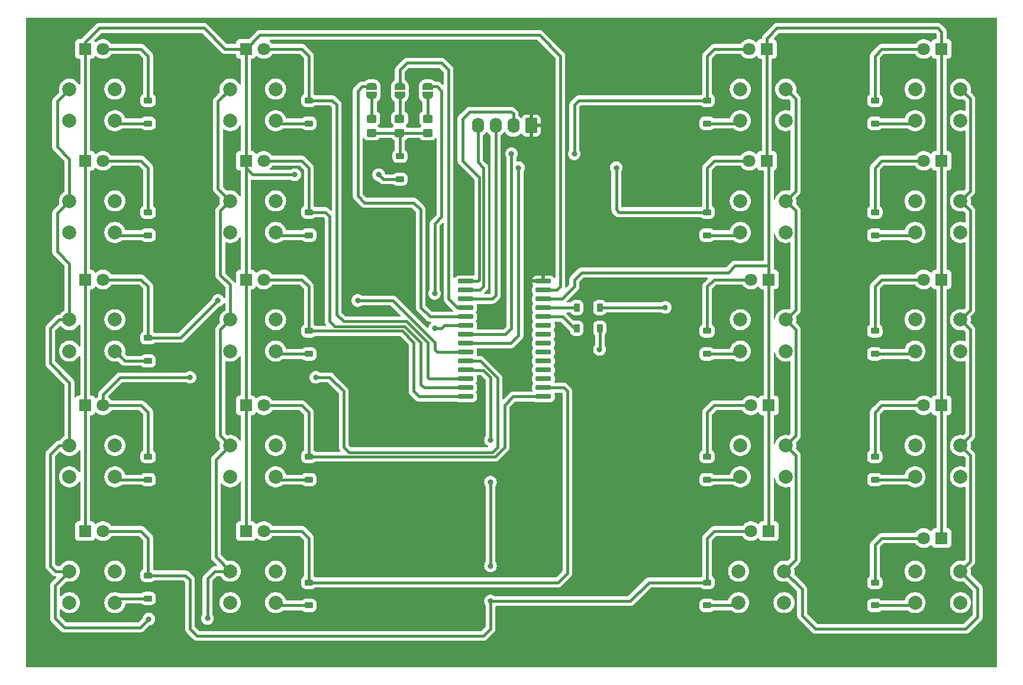
<source format=gbr>
%TF.GenerationSoftware,KiCad,Pcbnew,8.0.4*%
%TF.CreationDate,2024-09-02T19:48:49+02:00*%
%TF.ProjectId,deck_bundle,6465636b-5f62-4756-9e64-6c652e6b6963,rev?*%
%TF.SameCoordinates,PX7641700PY4e33880*%
%TF.FileFunction,Copper,L2,Bot*%
%TF.FilePolarity,Positive*%
%FSLAX46Y46*%
G04 Gerber Fmt 4.6, Leading zero omitted, Abs format (unit mm)*
G04 Created by KiCad (PCBNEW 8.0.4) date 2024-09-02 19:48:49*
%MOMM*%
%LPD*%
G01*
G04 APERTURE LIST*
G04 Aperture macros list*
%AMRoundRect*
0 Rectangle with rounded corners*
0 $1 Rounding radius*
0 $2 $3 $4 $5 $6 $7 $8 $9 X,Y pos of 4 corners*
0 Add a 4 corners polygon primitive as box body*
4,1,4,$2,$3,$4,$5,$6,$7,$8,$9,$2,$3,0*
0 Add four circle primitives for the rounded corners*
1,1,$1+$1,$2,$3*
1,1,$1+$1,$4,$5*
1,1,$1+$1,$6,$7*
1,1,$1+$1,$8,$9*
0 Add four rect primitives between the rounded corners*
20,1,$1+$1,$2,$3,$4,$5,0*
20,1,$1+$1,$4,$5,$6,$7,0*
20,1,$1+$1,$6,$7,$8,$9,0*
20,1,$1+$1,$8,$9,$2,$3,0*%
%AMFreePoly0*
4,1,19,0.500000,-0.750000,0.000000,-0.750000,0.000000,-0.744911,-0.071157,-0.744911,-0.207708,-0.704816,-0.327430,-0.627875,-0.420627,-0.520320,-0.479746,-0.390866,-0.500000,-0.250000,-0.500000,0.250000,-0.479746,0.390866,-0.420627,0.520320,-0.327430,0.627875,-0.207708,0.704816,-0.071157,0.744911,0.000000,0.744911,0.000000,0.750000,0.500000,0.750000,0.500000,-0.750000,0.500000,-0.750000,
$1*%
%AMFreePoly1*
4,1,19,0.000000,0.744911,0.071157,0.744911,0.207708,0.704816,0.327430,0.627875,0.420627,0.520320,0.479746,0.390866,0.500000,0.250000,0.500000,-0.250000,0.479746,-0.390866,0.420627,-0.520320,0.327430,-0.627875,0.207708,-0.704816,0.071157,-0.744911,0.000000,-0.744911,0.000000,-0.750000,-0.500000,-0.750000,-0.500000,0.750000,0.000000,0.750000,0.000000,0.744911,0.000000,0.744911,
$1*%
G04 Aperture macros list end*
%TA.AperFunction,ComponentPad*%
%ADD10C,2.000000*%
%TD*%
%TA.AperFunction,ComponentPad*%
%ADD11R,1.800000X1.800000*%
%TD*%
%TA.AperFunction,ComponentPad*%
%ADD12C,1.800000*%
%TD*%
%TA.AperFunction,ComponentPad*%
%ADD13RoundRect,0.250000X0.620000X0.845000X-0.620000X0.845000X-0.620000X-0.845000X0.620000X-0.845000X0*%
%TD*%
%TA.AperFunction,ComponentPad*%
%ADD14O,1.740000X2.190000*%
%TD*%
%TA.AperFunction,SMDPad,CuDef*%
%ADD15RoundRect,0.225000X-0.375000X0.225000X-0.375000X-0.225000X0.375000X-0.225000X0.375000X0.225000X0*%
%TD*%
%TA.AperFunction,SMDPad,CuDef*%
%ADD16RoundRect,0.150000X0.987500X0.150000X-0.987500X0.150000X-0.987500X-0.150000X0.987500X-0.150000X0*%
%TD*%
%TA.AperFunction,SMDPad,CuDef*%
%ADD17RoundRect,0.250000X0.450000X-0.325000X0.450000X0.325000X-0.450000X0.325000X-0.450000X-0.325000X0*%
%TD*%
%TA.AperFunction,SMDPad,CuDef*%
%ADD18FreePoly0,270.000000*%
%TD*%
%TA.AperFunction,SMDPad,CuDef*%
%ADD19FreePoly1,270.000000*%
%TD*%
%TA.AperFunction,SMDPad,CuDef*%
%ADD20RoundRect,0.225000X0.225000X0.375000X-0.225000X0.375000X-0.225000X-0.375000X0.225000X-0.375000X0*%
%TD*%
%TA.AperFunction,ViaPad*%
%ADD21C,0.800000*%
%TD*%
%TA.AperFunction,Conductor*%
%ADD22C,0.406400*%
%TD*%
G04 APERTURE END LIST*
D10*
%TO.P,SW11,1,1*%
%TO.N,Net-(D22-K)*%
X-63250000Y36250000D03*
X-56750000Y36250000D03*
%TO.P,SW11,2,2*%
%TO.N,Net-(D33-A)*%
X-63250000Y31750000D03*
X-56750000Y31750000D03*
%TD*%
D11*
%TO.P,D15,1,K*%
%TO.N,/C1*%
X36815000Y-27000000D03*
D12*
%TO.P,D15,2,A*%
%TO.N,/R7*%
X34275000Y-27000000D03*
%TD*%
D10*
%TO.P,SW6,1,1*%
%TO.N,Net-(D21-K)*%
X57750000Y36250000D03*
X64250000Y36250000D03*
%TO.P,SW6,2,2*%
%TO.N,Net-(D28-A)*%
X57750000Y31750000D03*
X64250000Y31750000D03*
%TD*%
D11*
%TO.P,D17,1,K*%
%TO.N,/C1*%
X61540000Y26000000D03*
D12*
%TO.P,D17,2,A*%
%TO.N,/R9*%
X59000000Y26000000D03*
%TD*%
D10*
%TO.P,SW18,1,1*%
%TO.N,Net-(D22-K)*%
X-40250000Y3250000D03*
X-33750000Y3250000D03*
%TO.P,SW18,2,2*%
%TO.N,Net-(D40-A)*%
X-40250000Y-1250000D03*
X-33750000Y-1250000D03*
%TD*%
%TO.P,SW19,1,1*%
%TO.N,Net-(D22-K)*%
X-40250000Y-14750000D03*
X-33750000Y-14750000D03*
%TO.P,SW19,2,2*%
%TO.N,Net-(D41-A)*%
X-40250000Y-19250000D03*
X-33750000Y-19250000D03*
%TD*%
%TO.P,SW9,1,1*%
%TO.N,Net-(D21-K)*%
X57750000Y-14750000D03*
X64250000Y-14750000D03*
%TO.P,SW9,2,2*%
%TO.N,Net-(D31-A)*%
X57750000Y-19250000D03*
X64250000Y-19250000D03*
%TD*%
D11*
%TO.P,D2,1,K*%
%TO.N,/C0*%
X-61000000Y26000000D03*
D12*
%TO.P,D2,2,A*%
%TO.N,/R4*%
X-58460000Y26000000D03*
%TD*%
D10*
%TO.P,SW4,1,1*%
%TO.N,Net-(D21-K)*%
X32750000Y-14750000D03*
X39250000Y-14750000D03*
%TO.P,SW4,2,2*%
%TO.N,Net-(D26-A)*%
X32750000Y-19250000D03*
X39250000Y-19250000D03*
%TD*%
D11*
%TO.P,D11,1,K*%
%TO.N,/C1*%
X36540000Y42000000D03*
D12*
%TO.P,D11,2,A*%
%TO.N,/R3*%
X34000000Y42000000D03*
%TD*%
D11*
%TO.P,D12,1,K*%
%TO.N,/C1*%
X36540000Y26000000D03*
D12*
%TO.P,D12,2,A*%
%TO.N,/R4*%
X34000000Y26000000D03*
%TD*%
D11*
%TO.P,D20,1,K*%
%TO.N,/C1*%
X61540000Y-28000000D03*
D12*
%TO.P,D20,2,A*%
%TO.N,/R12*%
X59000000Y-28000000D03*
%TD*%
D11*
%TO.P,D10,1,K*%
%TO.N,/C0*%
X-38000000Y-27000000D03*
D12*
%TO.P,D10,2,A*%
%TO.N,/R12*%
X-35460000Y-27000000D03*
%TD*%
D10*
%TO.P,SW7,1,1*%
%TO.N,Net-(D21-K)*%
X57750000Y20250000D03*
X64250000Y20250000D03*
%TO.P,SW7,2,2*%
%TO.N,Net-(D29-A)*%
X57750000Y15750000D03*
X64250000Y15750000D03*
%TD*%
%TO.P,SW16,1,1*%
%TO.N,Net-(D22-K)*%
X-40250000Y36250000D03*
X-33750000Y36250000D03*
%TO.P,SW16,2,2*%
%TO.N,Net-(D38-A)*%
X-40250000Y31750000D03*
X-33750000Y31750000D03*
%TD*%
D11*
%TO.P,D19,1,K*%
%TO.N,/C1*%
X61540000Y-9000000D03*
D12*
%TO.P,D19,2,A*%
%TO.N,/R11*%
X59000000Y-9000000D03*
%TD*%
D11*
%TO.P,D3,1,K*%
%TO.N,/C0*%
X-61000000Y9000000D03*
D12*
%TO.P,D3,2,A*%
%TO.N,/R5*%
X-58460000Y9000000D03*
%TD*%
D11*
%TO.P,D14,1,K*%
%TO.N,/C1*%
X36815000Y-9000000D03*
D12*
%TO.P,D14,2,A*%
%TO.N,/R6*%
X34275000Y-9000000D03*
%TD*%
D10*
%TO.P,SW1,1,1*%
%TO.N,Net-(D21-K)*%
X32750000Y36250000D03*
X39250000Y36250000D03*
%TO.P,SW1,2,2*%
%TO.N,Net-(D23-A)*%
X32750000Y31750000D03*
X39250000Y31750000D03*
%TD*%
D11*
%TO.P,D18,1,K*%
%TO.N,/C1*%
X61540000Y9000000D03*
D12*
%TO.P,D18,2,A*%
%TO.N,/R10*%
X59000000Y9000000D03*
%TD*%
D11*
%TO.P,D5,1,K*%
%TO.N,/C0*%
X-61000000Y-27000000D03*
D12*
%TO.P,D5,2,A*%
%TO.N,/R7*%
X-58460000Y-27000000D03*
%TD*%
D11*
%TO.P,D16,1,K*%
%TO.N,/C1*%
X61540000Y42000000D03*
D12*
%TO.P,D16,2,A*%
%TO.N,/R8*%
X59000000Y42000000D03*
%TD*%
D10*
%TO.P,SW5,1,1*%
%TO.N,Net-(D21-K)*%
X32500000Y-32750000D03*
X39000000Y-32750000D03*
%TO.P,SW5,2,2*%
%TO.N,Net-(D27-A)*%
X32500000Y-37250000D03*
X39000000Y-37250000D03*
%TD*%
%TO.P,SW10,1,1*%
%TO.N,Net-(D21-K)*%
X57750000Y-32750000D03*
X64250000Y-32750000D03*
%TO.P,SW10,2,2*%
%TO.N,Net-(D32-A)*%
X57750000Y-37250000D03*
X64250000Y-37250000D03*
%TD*%
%TO.P,SW3,1,1*%
%TO.N,Net-(D21-K)*%
X32750000Y3250000D03*
X39250000Y3250000D03*
%TO.P,SW3,2,2*%
%TO.N,Net-(D25-A)*%
X32750000Y-1250000D03*
X39250000Y-1250000D03*
%TD*%
D11*
%TO.P,D7,1,K*%
%TO.N,/C0*%
X-38000000Y26000000D03*
D12*
%TO.P,D7,2,A*%
%TO.N,/R9*%
X-35460000Y26000000D03*
%TD*%
D10*
%TO.P,SW17,1,1*%
%TO.N,Net-(D22-K)*%
X-40250000Y20250000D03*
X-33750000Y20250000D03*
%TO.P,SW17,2,2*%
%TO.N,Net-(D39-A)*%
X-40250000Y15750000D03*
X-33750000Y15750000D03*
%TD*%
D11*
%TO.P,D8,1,K*%
%TO.N,/C0*%
X-38000000Y9000000D03*
D12*
%TO.P,D8,2,A*%
%TO.N,/R10*%
X-35460000Y9000000D03*
%TD*%
D11*
%TO.P,D6,1,K*%
%TO.N,/C0*%
X-38000000Y42000000D03*
D12*
%TO.P,D6,2,A*%
%TO.N,/R8*%
X-35460000Y42000000D03*
%TD*%
D11*
%TO.P,D1,1,K*%
%TO.N,/C0*%
X-61000000Y42000000D03*
D12*
%TO.P,D1,2,A*%
%TO.N,/R3*%
X-58460000Y42000000D03*
%TD*%
D11*
%TO.P,D4,1,K*%
%TO.N,/C0*%
X-61000000Y-9000000D03*
D12*
%TO.P,D4,2,A*%
%TO.N,/R6*%
X-58460000Y-9000000D03*
%TD*%
D10*
%TO.P,SW2,1,1*%
%TO.N,Net-(D21-K)*%
X32750000Y20250000D03*
X39250000Y20250000D03*
%TO.P,SW2,2,2*%
%TO.N,Net-(D24-A)*%
X32750000Y15750000D03*
X39250000Y15750000D03*
%TD*%
%TO.P,SW8,1,1*%
%TO.N,Net-(D21-K)*%
X57750000Y3250000D03*
X64250000Y3250000D03*
%TO.P,SW8,2,2*%
%TO.N,Net-(D30-A)*%
X57750000Y-1250000D03*
X64250000Y-1250000D03*
%TD*%
D11*
%TO.P,D9,1,K*%
%TO.N,/C0*%
X-38000000Y-9000000D03*
D12*
%TO.P,D9,2,A*%
%TO.N,/R11*%
X-35460000Y-9000000D03*
%TD*%
D10*
%TO.P,SW15,1,1*%
%TO.N,Net-(D22-K)*%
X-63250000Y-32750000D03*
X-56750000Y-32750000D03*
%TO.P,SW15,2,2*%
%TO.N,Net-(D37-A)*%
X-63250000Y-37250000D03*
X-56750000Y-37250000D03*
%TD*%
%TO.P,SW14,1,1*%
%TO.N,Net-(D22-K)*%
X-63250000Y-14750000D03*
X-56750000Y-14750000D03*
%TO.P,SW14,2,2*%
%TO.N,Net-(D36-A)*%
X-63250000Y-19250000D03*
X-56750000Y-19250000D03*
%TD*%
D13*
%TO.P,J1,1,Pin_1*%
%TO.N,GND*%
X2810000Y31020000D03*
D14*
%TO.P,J1,2,Pin_2*%
%TO.N,VCC*%
X270000Y31020000D03*
%TO.P,J1,3,Pin_3*%
%TO.N,/SCL*%
X-2270000Y31020000D03*
%TO.P,J1,4,Pin_4*%
%TO.N,/SDA*%
X-4810000Y31020000D03*
%TD*%
D10*
%TO.P,SW13,1,1*%
%TO.N,Net-(D22-K)*%
X-63250000Y3250000D03*
X-56750000Y3250000D03*
%TO.P,SW13,2,2*%
%TO.N,Net-(D35-A)*%
X-63250000Y-1250000D03*
X-56750000Y-1250000D03*
%TD*%
D11*
%TO.P,D13,1,K*%
%TO.N,/C1*%
X36815000Y9000000D03*
D12*
%TO.P,D13,2,A*%
%TO.N,/R5*%
X34275000Y9000000D03*
%TD*%
D10*
%TO.P,SW20,1,1*%
%TO.N,Net-(D22-K)*%
X-40250000Y-32750000D03*
X-33750000Y-32750000D03*
%TO.P,SW20,2,2*%
%TO.N,Net-(D42-A)*%
X-40250000Y-37250000D03*
X-33750000Y-37250000D03*
%TD*%
%TO.P,SW12,1,1*%
%TO.N,Net-(D22-K)*%
X-63250000Y20250000D03*
X-56750000Y20250000D03*
%TO.P,SW12,2,2*%
%TO.N,Net-(D34-A)*%
X-63250000Y15750000D03*
X-56750000Y15750000D03*
%TD*%
D15*
%TO.P,D41,1,K*%
%TO.N,/R11*%
X-29000000Y-16350000D03*
%TO.P,D41,2,A*%
%TO.N,Net-(D41-A)*%
X-29000000Y-19650000D03*
%TD*%
%TO.P,D36,1,K*%
%TO.N,/R6*%
X-52000000Y-16350000D03*
%TO.P,D36,2,A*%
%TO.N,Net-(D36-A)*%
X-52000000Y-19650000D03*
%TD*%
%TO.P,D35,1,K*%
%TO.N,/R5*%
X-52000000Y650000D03*
%TO.P,D35,2,A*%
%TO.N,Net-(D35-A)*%
X-52000000Y-2650000D03*
%TD*%
%TO.P,D32,1,K*%
%TO.N,/R12*%
X52000000Y-34350000D03*
%TO.P,D32,2,A*%
%TO.N,Net-(D32-A)*%
X52000000Y-37650000D03*
%TD*%
%TO.P,D30,1,K*%
%TO.N,/R10*%
X52000000Y1650000D03*
%TO.P,D30,2,A*%
%TO.N,Net-(D30-A)*%
X52000000Y-1650000D03*
%TD*%
D16*
%TO.P,U1,1,VSS*%
%TO.N,GND*%
X4562500Y8755000D03*
%TO.P,U1,2,COM0/AD*%
%TO.N,/C0*%
X4562500Y7485000D03*
%TO.P,U1,3,COM1/KS0*%
%TO.N,/C1*%
X4562500Y6215000D03*
%TO.P,U1,4,COM2/KS1*%
%TO.N,/C2*%
X4562500Y4945000D03*
%TO.P,U1,5,COM3/KS2*%
%TO.N,/C3*%
X4562500Y3675000D03*
%TO.P,U1,6,COM4*%
%TO.N,unconnected-(U1-COM4-Pad6)*%
X4562500Y2405000D03*
%TO.P,U1,7,COM5*%
%TO.N,unconnected-(U1-COM5-Pad7)*%
X4562500Y1135000D03*
%TO.P,U1,8,COM6*%
%TO.N,unconnected-(U1-COM6-Pad8)*%
X4562500Y-135000D03*
%TO.P,U1,9,COM7*%
%TO.N,unconnected-(U1-COM7-Pad9)*%
X4562500Y-1405000D03*
%TO.P,U1,10,ROW15/K13/INT*%
%TO.N,unconnected-(U1-ROW15{slash}K13{slash}INT-Pad10)*%
X4562500Y-2675000D03*
%TO.P,U1,11,ROW14/K12*%
%TO.N,unconnected-(U1-ROW14{slash}K12-Pad11)*%
X4562500Y-3945000D03*
%TO.P,U1,12,ROW13/K11*%
%TO.N,unconnected-(U1-ROW13{slash}K11-Pad12)*%
X4562500Y-5215000D03*
%TO.P,U1,13,ROW12/K10*%
%TO.N,/R12*%
X4562500Y-6485000D03*
%TO.P,U1,14,ROW11/K9*%
%TO.N,/R11*%
X4562500Y-7755000D03*
%TO.P,U1,15,ROW10/K8*%
%TO.N,/R10*%
X-6562500Y-7755000D03*
%TO.P,U1,16,ROW9/K7*%
%TO.N,/R9*%
X-6562500Y-6485000D03*
%TO.P,U1,17,ROW8/K6*%
%TO.N,/R8*%
X-6562500Y-5215000D03*
%TO.P,U1,18,ROW7/K5*%
%TO.N,/R7*%
X-6562500Y-3945000D03*
%TO.P,U1,19,ROW6/K4*%
%TO.N,/R6*%
X-6562500Y-2675000D03*
%TO.P,U1,20,ROW5/K3*%
%TO.N,/R5*%
X-6562500Y-1405000D03*
%TO.P,U1,21,ROW4/K2*%
%TO.N,/R4*%
X-6562500Y-135000D03*
%TO.P,U1,22,ROW3/K1*%
%TO.N,/R3*%
X-6562500Y1135000D03*
%TO.P,U1,23,ROW2/A0*%
%TO.N,/R2*%
X-6562500Y2405000D03*
%TO.P,U1,24,ROW1/A1*%
%TO.N,/R1*%
X-6562500Y3675000D03*
%TO.P,U1,25,ROW0/A2*%
%TO.N,/R0*%
X-6562500Y4945000D03*
%TO.P,U1,26,SCL*%
%TO.N,/SCL*%
X-6562500Y6215000D03*
%TO.P,U1,27,SDA*%
%TO.N,/SDA*%
X-6562500Y7485000D03*
%TO.P,U1,28,VDD*%
%TO.N,VCC*%
X-6562500Y8755000D03*
%TD*%
D15*
%TO.P,D42,1,K*%
%TO.N,/R12*%
X-29000000Y-34350000D03*
%TO.P,D42,2,A*%
%TO.N,Net-(D42-A)*%
X-29000000Y-37650000D03*
%TD*%
D17*
%TO.P,R3,1*%
%TO.N,Net-(D43-K)*%
X-16000000Y29975000D03*
%TO.P,R3,2*%
%TO.N,Net-(JP3-B)*%
X-16000000Y32025000D03*
%TD*%
D15*
%TO.P,D28,1,K*%
%TO.N,/R8*%
X52000000Y34650000D03*
%TO.P,D28,2,A*%
%TO.N,Net-(D28-A)*%
X52000000Y31350000D03*
%TD*%
%TO.P,D26,1,K*%
%TO.N,/R6*%
X28000000Y-16350000D03*
%TO.P,D26,2,A*%
%TO.N,Net-(D26-A)*%
X28000000Y-19650000D03*
%TD*%
D18*
%TO.P,JP3,1,A*%
%TO.N,/R0*%
X-15975000Y36650000D03*
D19*
%TO.P,JP3,2,B*%
%TO.N,Net-(JP3-B)*%
X-15975000Y35350000D03*
%TD*%
D15*
%TO.P,D34,1,K*%
%TO.N,/R4*%
X-52000000Y18650000D03*
%TO.P,D34,2,A*%
%TO.N,Net-(D34-A)*%
X-52000000Y15350000D03*
%TD*%
%TO.P,D38,1,K*%
%TO.N,/R8*%
X-29000000Y34650000D03*
%TO.P,D38,2,A*%
%TO.N,Net-(D38-A)*%
X-29000000Y31350000D03*
%TD*%
%TO.P,D31,1,K*%
%TO.N,/R11*%
X52000000Y-16350000D03*
%TO.P,D31,2,A*%
%TO.N,Net-(D31-A)*%
X52000000Y-19650000D03*
%TD*%
D17*
%TO.P,R1,1*%
%TO.N,Net-(D43-K)*%
X-12000000Y29975000D03*
%TO.P,R1,2*%
%TO.N,Net-(JP1-B)*%
X-12000000Y32025000D03*
%TD*%
D15*
%TO.P,D39,1,K*%
%TO.N,/R9*%
X-29000000Y18650000D03*
%TO.P,D39,2,A*%
%TO.N,Net-(D39-A)*%
X-29000000Y15350000D03*
%TD*%
%TO.P,D40,1,K*%
%TO.N,/R10*%
X-29000000Y1650000D03*
%TO.P,D40,2,A*%
%TO.N,Net-(D40-A)*%
X-29000000Y-1650000D03*
%TD*%
D18*
%TO.P,JP1,1,A*%
%TO.N,/R2*%
X-12000000Y36650000D03*
D19*
%TO.P,JP1,2,B*%
%TO.N,Net-(JP1-B)*%
X-12000000Y35350000D03*
%TD*%
D15*
%TO.P,D33,1,K*%
%TO.N,/R3*%
X-52000000Y34650000D03*
%TO.P,D33,2,A*%
%TO.N,Net-(D33-A)*%
X-52000000Y31350000D03*
%TD*%
%TO.P,D27,1,K*%
%TO.N,/R7*%
X28000000Y-34350000D03*
%TO.P,D27,2,A*%
%TO.N,Net-(D27-A)*%
X28000000Y-37650000D03*
%TD*%
%TO.P,D43,1,K*%
%TO.N,Net-(D43-K)*%
X-15975000Y26650000D03*
%TO.P,D43,2,A*%
%TO.N,/C0*%
X-15975000Y23350000D03*
%TD*%
D17*
%TO.P,R2,1*%
%TO.N,Net-(D43-K)*%
X-20000000Y29975000D03*
%TO.P,R2,2*%
%TO.N,Net-(JP2-B)*%
X-20000000Y32025000D03*
%TD*%
D15*
%TO.P,D37,1,K*%
%TO.N,/R7*%
X-52000000Y-33350000D03*
%TO.P,D37,2,A*%
%TO.N,Net-(D37-A)*%
X-52000000Y-36650000D03*
%TD*%
%TO.P,D25,1,K*%
%TO.N,/R5*%
X28000000Y1650000D03*
%TO.P,D25,2,A*%
%TO.N,Net-(D25-A)*%
X28000000Y-1650000D03*
%TD*%
%TO.P,D24,1,K*%
%TO.N,/R4*%
X28000000Y18650000D03*
%TO.P,D24,2,A*%
%TO.N,Net-(D24-A)*%
X28000000Y15350000D03*
%TD*%
D20*
%TO.P,D22,1,K*%
%TO.N,Net-(D22-K)*%
X12650000Y2000000D03*
%TO.P,D22,2,A*%
%TO.N,/C3*%
X9350000Y2000000D03*
%TD*%
D15*
%TO.P,D29,1,K*%
%TO.N,/R9*%
X52000000Y18650000D03*
%TO.P,D29,2,A*%
%TO.N,Net-(D29-A)*%
X52000000Y15350000D03*
%TD*%
%TO.P,D23,1,K*%
%TO.N,/R3*%
X28000000Y34650000D03*
%TO.P,D23,2,A*%
%TO.N,Net-(D23-A)*%
X28000000Y31350000D03*
%TD*%
D18*
%TO.P,JP2,1,A*%
%TO.N,/R1*%
X-20000000Y36650000D03*
D19*
%TO.P,JP2,2,B*%
%TO.N,Net-(JP2-B)*%
X-20000000Y35350000D03*
%TD*%
D20*
%TO.P,D21,1,K*%
%TO.N,Net-(D21-K)*%
X12650000Y5000000D03*
%TO.P,D21,2,A*%
%TO.N,/C2*%
X9350000Y5000000D03*
%TD*%
D21*
%TO.N,/R3*%
X9000000Y27000000D03*
X0Y27000000D03*
%TO.N,/C0*%
X-31000000Y24000000D03*
X-19000000Y24000000D03*
%TO.N,/R4*%
X15000000Y25000000D03*
X1000000Y25000000D03*
%TO.N,/R5*%
X-22000000Y6000000D03*
X-42000000Y6000000D03*
%TO.N,/R6*%
X-28000000Y-5000000D03*
X-46000000Y-5000000D03*
%TO.N,/R7*%
X-3000000Y-32000000D03*
X-3000000Y-37000000D03*
X-3000000Y-20000000D03*
X-3000000Y-14000000D03*
%TO.N,Net-(D21-K)*%
X22000000Y5000000D03*
%TO.N,Net-(D22-K)*%
X12600000Y-1000000D03*
X-51900000Y-39600000D03*
X-43500000Y-39500000D03*
%TO.N,/R2*%
X-11000000Y2000000D03*
X-11000000Y7000000D03*
%TD*%
D22*
%TO.N,/R3*%
X-53000000Y42000000D02*
X-58460000Y42000000D01*
X28000000Y34650000D02*
X9650000Y34650000D01*
X29000000Y42000000D02*
X34000000Y42000000D01*
X-6562500Y1135000D02*
X-865000Y1135000D01*
X0Y2000000D02*
X0Y27000000D01*
X9000000Y34000000D02*
X9000000Y27000000D01*
X28000000Y34650000D02*
X28000000Y41000000D01*
X28000000Y41000000D02*
X29000000Y42000000D01*
X9650000Y34650000D02*
X9000000Y34000000D01*
X-52000000Y34650000D02*
X-52000000Y41000000D01*
X-865000Y1135000D02*
X0Y2000000D01*
X-52000000Y41000000D02*
X-53000000Y42000000D01*
%TO.N,/C0*%
X-61000000Y26000000D02*
X-61000000Y42000000D01*
X-15975000Y23350000D02*
X-18350000Y23350000D01*
X-38000000Y9000000D02*
X-38000000Y-9000000D01*
X-18350000Y23350000D02*
X-19000000Y24000000D01*
X-61000000Y42000000D02*
X-61000000Y43000000D01*
X-36000000Y44000000D02*
X-38000000Y42000000D01*
X-41000000Y42000000D02*
X-38000000Y42000000D01*
X-61000000Y43000000D02*
X-59000000Y45000000D01*
X7000000Y8000000D02*
X7000000Y41000000D01*
X-38000000Y42000000D02*
X-38000000Y26000000D01*
X-38000000Y9000000D02*
X-38000000Y26000000D01*
X7000000Y41000000D02*
X4000000Y44000000D01*
X-34000000Y24000000D02*
X-37000000Y24000000D01*
X-37000000Y24000000D02*
X-38000000Y25000000D01*
X6485000Y7485000D02*
X7000000Y8000000D01*
X-38000000Y25000000D02*
X-38000000Y26000000D01*
X-44000000Y45000000D02*
X-41000000Y42000000D01*
X-38000000Y-9000000D02*
X-38000000Y-27000000D01*
X4562500Y7485000D02*
X6485000Y7485000D01*
X-34000000Y24000000D02*
X-31000000Y24000000D01*
X-59000000Y45000000D02*
X-44000000Y45000000D01*
X-61000000Y-9000000D02*
X-61000000Y9000000D01*
X-61000000Y-27000000D02*
X-61000000Y-9000000D01*
X-61000000Y9000000D02*
X-61000000Y26000000D01*
X4000000Y44000000D02*
X-36000000Y44000000D01*
%TO.N,/R4*%
X-53000000Y26000000D02*
X-58460000Y26000000D01*
X-52000000Y18650000D02*
X-52000000Y25000000D01*
X28000000Y18650000D02*
X28000000Y25000000D01*
X-6562500Y-135000D02*
X-135000Y-135000D01*
X-135000Y-135000D02*
X1000000Y1000000D01*
X28000000Y25000000D02*
X29000000Y26000000D01*
X-52000000Y25000000D02*
X-53000000Y26000000D01*
X15350000Y18650000D02*
X28000000Y18650000D01*
X29000000Y26000000D02*
X34000000Y26000000D01*
X15000000Y19000000D02*
X15350000Y18650000D01*
X1000000Y1000000D02*
X1000000Y25000000D01*
X15000000Y25000000D02*
X15000000Y19000000D01*
%TO.N,/R5*%
X-17000000Y6000000D02*
X-22000000Y6000000D01*
X-52000000Y650000D02*
X-47350000Y650000D01*
X29000000Y9000000D02*
X34275000Y9000000D01*
X-6562500Y-1405000D02*
X-10595000Y-1405000D01*
X-53000000Y9000000D02*
X-58460000Y9000000D01*
X-14000000Y3000000D02*
X-17000000Y6000000D01*
X-10595000Y-1405000D02*
X-11000000Y-1000000D01*
X-52000000Y8000000D02*
X-53000000Y9000000D01*
X28000000Y1650000D02*
X28000000Y8000000D01*
X28000000Y8000000D02*
X29000000Y9000000D01*
X-47350000Y650000D02*
X-42000000Y6000000D01*
X-11000000Y0D02*
X-14000000Y3000000D01*
X-52000000Y650000D02*
X-52000000Y8000000D01*
X-11000000Y-1000000D02*
X-11000000Y0D01*
%TO.N,/R6*%
X-46000000Y-5000000D02*
X-56000000Y-5000000D01*
X-56000000Y-5000000D02*
X-58460000Y-7460000D01*
X-4000000Y-15740400D02*
X-23259600Y-15740400D01*
X28000000Y-10000000D02*
X29000000Y-9000000D01*
X-52000000Y-16350000D02*
X-52000000Y-10000000D01*
X28000000Y-16350000D02*
X28000000Y-10000000D01*
X-24000000Y-7000000D02*
X-26000000Y-5000000D01*
X-26000000Y-5000000D02*
X-28000000Y-5000000D01*
X-53000000Y-9000000D02*
X-58460000Y-9000000D01*
X-2740400Y-15740400D02*
X-4000000Y-15740400D01*
X-58460000Y-7460000D02*
X-58460000Y-9000000D01*
X-52000000Y-10000000D02*
X-53000000Y-9000000D01*
X-2000000Y-15000000D02*
X-2740400Y-15740400D01*
X-2000000Y-5137895D02*
X-2000000Y-15000000D01*
X29000000Y-9000000D02*
X34275000Y-9000000D01*
X-24000000Y-15000000D02*
X-24000000Y-7000000D01*
X-4462895Y-2675000D02*
X-2000000Y-5137895D01*
X-23259600Y-15740400D02*
X-24000000Y-15000000D01*
X-6562500Y-2675000D02*
X-4462895Y-2675000D01*
%TO.N,/R7*%
X-46000000Y-41000000D02*
X-45000000Y-42000000D01*
X-3000000Y-5000000D02*
X-3000000Y-14000000D01*
X-52000000Y-33350000D02*
X-46650000Y-33350000D01*
X-45000000Y-42000000D02*
X-4000000Y-42000000D01*
X-6562500Y-3945000D02*
X-5425001Y-3945000D01*
X-4000000Y-42000000D02*
X-3000000Y-41000000D01*
X19650000Y-34350000D02*
X17000000Y-37000000D01*
X29000000Y-27000000D02*
X34275000Y-27000000D01*
X-5425001Y-3945000D02*
X-5370001Y-4000000D01*
X17000000Y-37000000D02*
X-3000000Y-37000000D01*
X-46650000Y-33350000D02*
X-46000000Y-34000000D01*
X-3000000Y-20000000D02*
X-3000000Y-32000000D01*
X-3000000Y-41000000D02*
X-3000000Y-37000000D01*
X28000000Y-34350000D02*
X28000000Y-28000000D01*
X-46000000Y-34000000D02*
X-46000000Y-41000000D01*
X-5370001Y-4000000D02*
X-4000000Y-4000000D01*
X28000000Y-28000000D02*
X29000000Y-27000000D01*
X-4000000Y-4000000D02*
X-3000000Y-5000000D01*
X-52000000Y-28000000D02*
X-53000000Y-27000000D01*
X-52000000Y-33350000D02*
X-52000000Y-28000000D01*
X28000000Y-34350000D02*
X19650000Y-34350000D01*
X-53000000Y-27000000D02*
X-58460000Y-27000000D01*
%TO.N,/R8*%
X-11785000Y-5215000D02*
X-12000000Y-5000000D01*
X-15000000Y3000000D02*
X-24000000Y3000000D01*
X52000000Y41000000D02*
X53000000Y42000000D01*
X-25000000Y4000000D02*
X-25000000Y34000000D01*
X52000000Y34650000D02*
X52000000Y41000000D01*
X-29000000Y41000000D02*
X-30000000Y42000000D01*
X-12000000Y-5000000D02*
X-12000000Y0D01*
X-25650000Y34650000D02*
X-25000000Y34000000D01*
X-12000000Y0D02*
X-15000000Y3000000D01*
X-30000000Y42000000D02*
X-35460000Y42000000D01*
X-24000000Y3000000D02*
X-25000000Y4000000D01*
X-29000000Y34650000D02*
X-25650000Y34650000D01*
X-29000000Y34650000D02*
X-29000000Y41000000D01*
X53000000Y42000000D02*
X59000000Y42000000D01*
X-6562500Y-5215000D02*
X-11785000Y-5215000D01*
%TO.N,/R9*%
X-13000000Y0D02*
X-15259600Y2259600D01*
X-6562500Y-6485000D02*
X-12515000Y-6485000D01*
X-29000000Y25000000D02*
X-30000000Y26000000D01*
X-29000000Y18650000D02*
X-26650000Y18650000D01*
X52000000Y18650000D02*
X52000000Y25000000D01*
X53000000Y26000000D02*
X59000000Y26000000D01*
X-26000000Y3000000D02*
X-26000000Y18000000D01*
X-25259600Y2259600D02*
X-26000000Y3000000D01*
X-30000000Y26000000D02*
X-35460000Y26000000D01*
X-29000000Y18650000D02*
X-29000000Y25000000D01*
X-15259600Y2259600D02*
X-25259600Y2259600D01*
X52000000Y25000000D02*
X53000000Y26000000D01*
X-26650000Y18650000D02*
X-26000000Y18000000D01*
X-13000000Y-6000000D02*
X-13000000Y0D01*
X-12515000Y-6485000D02*
X-13000000Y-6000000D01*
%TO.N,/R10*%
X-15650000Y1650000D02*
X-14000000Y0D01*
X-29000000Y8000000D02*
X-30000000Y9000000D01*
X53000000Y9000000D02*
X59000000Y9000000D01*
X-6562500Y-7755000D02*
X-13245000Y-7755000D01*
X-29000000Y1650000D02*
X-15650000Y1650000D01*
X-29000000Y1650000D02*
X-29000000Y8000000D01*
X52000000Y1650000D02*
X52000000Y8000000D01*
X-13245000Y-7755000D02*
X-14000000Y-7000000D01*
X-14000000Y0D02*
X-14000000Y-7000000D01*
X52000000Y8000000D02*
X53000000Y9000000D01*
X-30000000Y9000000D02*
X-35460000Y9000000D01*
%TO.N,/R11*%
X-29000000Y-16350000D02*
X-29000000Y-10000000D01*
X52000000Y-10000000D02*
X53000000Y-9000000D01*
X-30000000Y-9000000D02*
X-35460000Y-9000000D01*
X-29000000Y-10000000D02*
X-30000000Y-9000000D01*
X245000Y-7755000D02*
X-1000000Y-9000000D01*
X52000000Y-16350000D02*
X52000000Y-10000000D01*
X4562500Y-7755000D02*
X245000Y-7755000D01*
X-2350000Y-16350000D02*
X-29000000Y-16350000D01*
X53000000Y-9000000D02*
X59000000Y-9000000D01*
X-1000000Y-9000000D02*
X-1000000Y-15000000D01*
X-1000000Y-15000000D02*
X-2350000Y-16350000D01*
%TO.N,/R12*%
X-29000000Y-28000000D02*
X-30000000Y-27000000D01*
X-29000000Y-34350000D02*
X6650000Y-34350000D01*
X4562500Y-6485000D02*
X7485000Y-6485000D01*
X52000000Y-29000000D02*
X53000000Y-28000000D01*
X-30000000Y-27000000D02*
X-35460000Y-27000000D01*
X52000000Y-34350000D02*
X52000000Y-29000000D01*
X-29000000Y-34350000D02*
X-29000000Y-28000000D01*
X8000000Y-33000000D02*
X8000000Y-7000000D01*
X53000000Y-28000000D02*
X59000000Y-28000000D01*
X6650000Y-34350000D02*
X8000000Y-33000000D01*
X7485000Y-6485000D02*
X8000000Y-7000000D01*
%TO.N,/C1*%
X36540000Y26000000D02*
X36540000Y42000000D01*
X9000000Y8000000D02*
X9000000Y9000000D01*
X36540000Y43540000D02*
X38000000Y45000000D01*
X36815000Y9000000D02*
X36815000Y10000000D01*
X36815000Y11000000D02*
X36815000Y25725000D01*
X61540000Y42000000D02*
X61540000Y26000000D01*
X4562500Y6215000D02*
X7215000Y6215000D01*
X36815000Y-27000000D02*
X36815000Y-9000000D01*
X36815000Y9000000D02*
X36815000Y10185000D01*
X36815000Y25725000D02*
X36540000Y26000000D01*
X61540000Y-28000000D02*
X61540000Y-9000000D01*
X36815000Y-9000000D02*
X36815000Y9000000D01*
X61540000Y9000000D02*
X61540000Y-9000000D01*
X36540000Y42000000D02*
X36540000Y43540000D01*
X32000000Y11000000D02*
X36815000Y11000000D01*
X36815000Y10000000D02*
X36815000Y11000000D01*
X38000000Y45000000D02*
X61000000Y45000000D01*
X61540000Y9000000D02*
X61540000Y26000000D01*
X61540000Y44460000D02*
X61000000Y45000000D01*
X7215000Y6215000D02*
X9000000Y8000000D01*
X61540000Y42000000D02*
X61540000Y44460000D01*
X9000000Y9000000D02*
X10000000Y10000000D01*
X10000000Y10000000D02*
X31000000Y10000000D01*
X31000000Y10000000D02*
X32000000Y11000000D01*
%TO.N,Net-(D21-K)*%
X39250000Y-14750000D02*
X40656400Y-16156400D01*
X64250000Y-14750000D02*
X65656400Y-16156400D01*
X65656400Y34843600D02*
X65656400Y21656400D01*
X65656400Y21656400D02*
X64250000Y20250000D01*
X66700000Y-39300000D02*
X65000000Y-41000000D01*
X43500000Y-41000000D02*
X41600000Y-39100000D01*
X12650000Y5000000D02*
X22000000Y5000000D01*
X40656400Y1843600D02*
X40656400Y-13343600D01*
X40656400Y-13343600D02*
X39250000Y-14750000D01*
X64250000Y-32750000D02*
X66700000Y-35200000D01*
X65656400Y1843600D02*
X65656400Y-13343600D01*
X40656400Y18843600D02*
X40656400Y4656400D01*
X40656400Y-31093600D02*
X39000000Y-32750000D01*
X65000000Y-41000000D02*
X43500000Y-41000000D01*
X40656400Y34843600D02*
X40656400Y21656400D01*
X65656400Y4656400D02*
X65656400Y18843600D01*
X39250000Y36250000D02*
X40656400Y34843600D01*
X65656400Y18843600D02*
X64250000Y20250000D01*
X64250000Y36250000D02*
X65656400Y34843600D01*
X41600000Y-39100000D02*
X41600000Y-35350000D01*
X40656400Y21656400D02*
X39250000Y20250000D01*
X66700000Y-35200000D02*
X66700000Y-39300000D01*
X41600000Y-35350000D02*
X39000000Y-32750000D01*
X39250000Y3250000D02*
X40656400Y1843600D01*
X65656400Y-16156400D02*
X65656400Y-31343600D01*
X65656400Y-13343600D02*
X64250000Y-14750000D01*
X64250000Y3250000D02*
X65656400Y1843600D01*
X65656400Y-31343600D02*
X64250000Y-32750000D01*
X39250000Y20250000D02*
X40656400Y18843600D01*
X40656400Y4656400D02*
X39250000Y3250000D01*
X40656400Y-16156400D02*
X40656400Y-31093600D01*
X64250000Y3250000D02*
X65656400Y4656400D01*
%TO.N,/C2*%
X4617500Y5000000D02*
X4562500Y4945000D01*
X9350000Y5000000D02*
X4617500Y5000000D01*
%TO.N,/C3*%
X7325000Y3675000D02*
X4562500Y3675000D01*
X9000000Y2000000D02*
X7325000Y3675000D01*
X9350000Y2000000D02*
X9000000Y2000000D01*
%TO.N,Net-(D22-K)*%
X-65000000Y34500000D02*
X-65000000Y28000000D01*
X-41656400Y-13343600D02*
X-40250000Y-14750000D01*
X-41656400Y18843600D02*
X-41656400Y9656400D01*
X-65250000Y-32750000D02*
X-66000000Y-32000000D01*
X-41656400Y1843600D02*
X-41656400Y-13343600D01*
X-54200000Y-40800000D02*
X-53100000Y-40800000D01*
X-41656400Y9656400D02*
X-40250000Y8250000D01*
X12650000Y2000000D02*
X12650000Y-950000D01*
X-65000000Y18500000D02*
X-65000000Y13000000D01*
X-66000000Y-3000000D02*
X-66000000Y2000000D01*
X-42300000Y-30700000D02*
X-42300000Y-16800000D01*
X-65000000Y28000000D02*
X-63250000Y26250000D01*
X-64750000Y-14750000D02*
X-63250000Y-14750000D01*
X-42300000Y-16800000D02*
X-40250000Y-14750000D01*
X-43500000Y-33800000D02*
X-42450000Y-32750000D01*
X-66000000Y-32000000D02*
X-66000000Y-16000000D01*
X-40250000Y3250000D02*
X-41656400Y1843600D01*
X-42000000Y34500000D02*
X-42000000Y22000000D01*
X-65000000Y13000000D02*
X-63250000Y11250000D01*
X-40250000Y-32750000D02*
X-42300000Y-30700000D01*
X-53100000Y-40800000D02*
X-51900000Y-39600000D01*
X-63250000Y26250000D02*
X-63250000Y20250000D01*
X-63250000Y-14750000D02*
X-63250000Y-5750000D01*
X-42000000Y22000000D02*
X-40250000Y20250000D01*
X-63250000Y11250000D02*
X-63250000Y3250000D01*
X-40250000Y8250000D02*
X-40250000Y3250000D01*
X-63250000Y-32750000D02*
X-65250000Y-32750000D01*
X-64000000Y-40800000D02*
X-54200000Y-40800000D01*
X-65300000Y-34800000D02*
X-65300000Y-35100000D01*
X-65300000Y-39500000D02*
X-64000000Y-40800000D01*
X-42450000Y-32750000D02*
X-40250000Y-32750000D01*
X-66000000Y2000000D02*
X-64750000Y3250000D01*
X-65300000Y-35100000D02*
X-65300000Y-39500000D01*
X-40250000Y36250000D02*
X-42000000Y34500000D01*
X-64750000Y3250000D02*
X-63250000Y3250000D01*
X-63250000Y-5750000D02*
X-66000000Y-3000000D01*
X-43500000Y-39500000D02*
X-43500000Y-33800000D01*
X-40250000Y20250000D02*
X-41656400Y18843600D01*
X12650000Y-950000D02*
X12600000Y-1000000D01*
X-63250000Y36250000D02*
X-65000000Y34500000D01*
X-66000000Y-16000000D02*
X-64750000Y-14750000D01*
X-63250000Y-32750000D02*
X-65300000Y-34800000D01*
X-63250000Y20250000D02*
X-65000000Y18500000D01*
%TO.N,Net-(D23-A)*%
X28000000Y31350000D02*
X32350000Y31350000D01*
X32350000Y31350000D02*
X32750000Y31750000D01*
%TO.N,Net-(D24-A)*%
X28000000Y15350000D02*
X32350000Y15350000D01*
X32350000Y15350000D02*
X32750000Y15750000D01*
%TO.N,Net-(D25-A)*%
X28000000Y-1650000D02*
X32350000Y-1650000D01*
X32350000Y-1650000D02*
X32750000Y-1250000D01*
%TO.N,Net-(D26-A)*%
X32350000Y-19650000D02*
X32750000Y-19250000D01*
X28000000Y-19650000D02*
X32350000Y-19650000D01*
%TO.N,Net-(D27-A)*%
X32100000Y-37650000D02*
X32500000Y-37250000D01*
X28000000Y-37650000D02*
X32100000Y-37650000D01*
%TO.N,Net-(D28-A)*%
X52000000Y31350000D02*
X57350000Y31350000D01*
X57350000Y31350000D02*
X57750000Y31750000D01*
%TO.N,Net-(D29-A)*%
X52000000Y15350000D02*
X57350000Y15350000D01*
X57350000Y15350000D02*
X57750000Y15750000D01*
%TO.N,Net-(D30-A)*%
X52000000Y-1650000D02*
X57350000Y-1650000D01*
X57350000Y-1650000D02*
X57750000Y-1250000D01*
%TO.N,Net-(D31-A)*%
X52000000Y-19650000D02*
X57350000Y-19650000D01*
X57350000Y-19650000D02*
X57750000Y-19250000D01*
%TO.N,Net-(D32-A)*%
X52000000Y-37650000D02*
X57350000Y-37650000D01*
X57350000Y-37650000D02*
X57750000Y-37250000D01*
%TO.N,Net-(D33-A)*%
X-56350000Y31350000D02*
X-56750000Y31750000D01*
X-52000000Y31350000D02*
X-56350000Y31350000D01*
%TO.N,Net-(D34-A)*%
X-56350000Y15350000D02*
X-56750000Y15750000D01*
X-52000000Y15350000D02*
X-56350000Y15350000D01*
%TO.N,Net-(D35-A)*%
X-52000000Y-2650000D02*
X-55350000Y-2650000D01*
X-55350000Y-2650000D02*
X-56750000Y-1250000D01*
%TO.N,Net-(D36-A)*%
X-56350000Y-19650000D02*
X-56750000Y-19250000D01*
X-52000000Y-19650000D02*
X-56350000Y-19650000D01*
%TO.N,Net-(D37-A)*%
X-52000000Y-36650000D02*
X-56150000Y-36650000D01*
X-56150000Y-36650000D02*
X-56750000Y-37250000D01*
%TO.N,Net-(D38-A)*%
X-33350000Y31350000D02*
X-33750000Y31750000D01*
X-29000000Y31350000D02*
X-33350000Y31350000D01*
%TO.N,Net-(D39-A)*%
X-33350000Y15350000D02*
X-33750000Y15750000D01*
X-29000000Y15350000D02*
X-33350000Y15350000D01*
%TO.N,Net-(D40-A)*%
X-33350000Y-1650000D02*
X-33750000Y-1250000D01*
X-29000000Y-1650000D02*
X-33350000Y-1650000D01*
%TO.N,Net-(D41-A)*%
X-33350000Y-19650000D02*
X-33750000Y-19250000D01*
X-29000000Y-19650000D02*
X-33350000Y-19650000D01*
%TO.N,Net-(D42-A)*%
X-33350000Y-37650000D02*
X-33750000Y-37250000D01*
X-29000000Y-37650000D02*
X-33350000Y-37650000D01*
%TO.N,Net-(D43-K)*%
X-16000000Y29975000D02*
X-12000000Y29975000D01*
X-16000000Y29975000D02*
X-20000000Y29975000D01*
X-15975000Y29950000D02*
X-16000000Y29975000D01*
X-15975000Y26650000D02*
X-15975000Y29950000D01*
%TO.N,VCC*%
X-4609600Y23609600D02*
X-7000000Y26000000D01*
X270000Y32730000D02*
X270000Y31020000D01*
X-7000000Y26000000D02*
X-7000000Y32000000D01*
X-4854600Y8755000D02*
X-4609600Y9000000D01*
X-6000000Y33000000D02*
X0Y33000000D01*
X0Y33000000D02*
X270000Y32730000D01*
X-4609600Y9000000D02*
X-4609600Y23609600D01*
X-6562500Y8755000D02*
X-4854600Y8755000D01*
X-7000000Y32000000D02*
X-6000000Y33000000D01*
%TO.N,/SCL*%
X-2785000Y6215000D02*
X-6562500Y6215000D01*
X-2270000Y31020000D02*
X-2270000Y6730000D01*
X-2270000Y6730000D02*
X-2785000Y6215000D01*
%TO.N,/SDA*%
X-4515000Y7485000D02*
X-6562500Y7485000D01*
X-4000000Y25000000D02*
X-4000000Y8000000D01*
X-4810000Y31020000D02*
X-4810000Y25810000D01*
X-4000000Y8000000D02*
X-4515000Y7485000D01*
X-4810000Y25810000D02*
X-4000000Y25000000D01*
%TO.N,GND*%
X2000000Y21000000D02*
X2810000Y21810000D01*
X2245000Y8755000D02*
X2000000Y9000000D01*
X4562500Y8755000D02*
X2245000Y8755000D01*
X2000000Y9000000D02*
X2000000Y21000000D01*
X2810000Y21810000D02*
X2810000Y31020000D01*
%TO.N,Net-(JP1-B)*%
X-12000000Y32025000D02*
X-12000000Y35350000D01*
%TO.N,/R2*%
X-11000000Y17000000D02*
X-11000000Y7000000D01*
X-9595000Y2405000D02*
X-6562500Y2405000D01*
X-10650000Y36650000D02*
X-10000000Y36000000D01*
X-12000000Y36650000D02*
X-10650000Y36650000D01*
X-10000000Y36000000D02*
X-10000000Y18000000D01*
X-11000000Y2000000D02*
X-10000000Y2000000D01*
X-10000000Y18000000D02*
X-11000000Y17000000D01*
X-10000000Y2000000D02*
X-9595000Y2405000D01*
%TO.N,/R1*%
X-22000000Y21000000D02*
X-21000000Y20000000D01*
X-21350000Y36650000D02*
X-22000000Y36000000D01*
X-21000000Y20000000D02*
X-14000000Y20000000D01*
X-13000000Y19000000D02*
X-13000000Y5000000D01*
X-14000000Y20000000D02*
X-13000000Y19000000D01*
X-22000000Y36000000D02*
X-22000000Y21000000D01*
X-11675000Y3675000D02*
X-6562500Y3675000D01*
X-13000000Y5000000D02*
X-11675000Y3675000D01*
X-20000000Y36650000D02*
X-21350000Y36650000D01*
%TO.N,Net-(JP2-B)*%
X-20000000Y32025000D02*
X-20000000Y35350000D01*
%TO.N,/R0*%
X-10000000Y40000000D02*
X-14000000Y40000000D01*
X-15975000Y36650000D02*
X-15975000Y38975000D01*
X-9000000Y6245001D02*
X-9000000Y39000000D01*
X-15975000Y38975000D02*
X-14950000Y40000000D01*
X-9000000Y39000000D02*
X-10000000Y40000000D01*
X-6562500Y4945000D02*
X-7699999Y4945000D01*
X-14950000Y40000000D02*
X-14000000Y40000000D01*
X-7699999Y4945000D02*
X-9000000Y6245001D01*
%TO.N,Net-(JP3-B)*%
X-15975000Y32050000D02*
X-16000000Y32025000D01*
X-15975000Y35350000D02*
X-15975000Y32050000D01*
%TD*%
%TA.AperFunction,Conductor*%
%TO.N,GND*%
G36*
X-30275805Y8276615D02*
G01*
X-30255163Y8259981D01*
X-29740019Y7744837D01*
X-29706534Y7683514D01*
X-29703700Y7657156D01*
X-29703700Y2593872D01*
X-29723385Y2526833D01*
X-29762602Y2488334D01*
X-29828044Y2447969D01*
X-29947968Y2328045D01*
X-29947971Y2328041D01*
X-30036999Y2183706D01*
X-30037004Y2183695D01*
X-30090349Y2022710D01*
X-30100500Y1923353D01*
X-30100500Y1376663D01*
X-30100499Y1376645D01*
X-30090350Y1277293D01*
X-30090349Y1277290D01*
X-30037004Y1116306D01*
X-30036999Y1116295D01*
X-29947971Y971960D01*
X-29947968Y971956D01*
X-29828045Y852033D01*
X-29828041Y852030D01*
X-29683706Y763002D01*
X-29683703Y763001D01*
X-29683697Y762997D01*
X-29522708Y709651D01*
X-29423345Y699500D01*
X-28576656Y699501D01*
X-28576648Y699502D01*
X-28576645Y699502D01*
X-28522240Y705060D01*
X-28477292Y709651D01*
X-28316303Y762997D01*
X-28171956Y852032D01*
X-28114007Y909981D01*
X-28052684Y943466D01*
X-28026326Y946300D01*
X-15992844Y946300D01*
X-15925805Y926615D01*
X-15905163Y909981D01*
X-14740019Y-255163D01*
X-14706534Y-316486D01*
X-14703700Y-342844D01*
X-14703700Y-6925556D01*
X-14703701Y-6925582D01*
X-14703701Y-7069308D01*
X-14679952Y-7188698D01*
X-14676659Y-7205256D01*
X-14676656Y-7205265D01*
X-14634757Y-7306420D01*
X-14623611Y-7333327D01*
X-14585283Y-7390689D01*
X-14546599Y-7448585D01*
X-14444264Y-7550920D01*
X-14444242Y-7550940D01*
X-13794726Y-8200456D01*
X-13794697Y-8200487D01*
X-13693586Y-8301598D01*
X-13649355Y-8331152D01*
X-13578334Y-8378607D01*
X-13578321Y-8378614D01*
X-13450267Y-8431655D01*
X-13450262Y-8431657D01*
X-13450258Y-8431657D01*
X-13450257Y-8431658D01*
X-13314312Y-8458700D01*
X-13314309Y-8458700D01*
X-13314308Y-8458700D01*
X-7925558Y-8458700D01*
X-7862438Y-8475967D01*
X-7810398Y-8506744D01*
X-7768776Y-8518836D01*
X-7652574Y-8552597D01*
X-7652571Y-8552597D01*
X-7652569Y-8552598D01*
X-7615694Y-8555500D01*
X-7615686Y-8555500D01*
X-5509314Y-8555500D01*
X-5509306Y-8555500D01*
X-5472431Y-8552598D01*
X-5472429Y-8552597D01*
X-5472427Y-8552597D01*
X-5430809Y-8540505D01*
X-5314602Y-8506744D01*
X-5173135Y-8423081D01*
X-5056919Y-8306865D01*
X-4973256Y-8165398D01*
X-4927402Y-8007569D01*
X-4924500Y-7970694D01*
X-4924500Y-7539306D01*
X-4927402Y-7502431D01*
X-4973256Y-7344602D01*
X-5056919Y-7203135D01*
X-5056922Y-7203132D01*
X-5061702Y-7196969D01*
X-5059250Y-7195066D01*
X-5085845Y-7146421D01*
X-5080896Y-7076726D01*
X-5060060Y-7044304D01*
X-5061702Y-7043031D01*
X-5056925Y-7036870D01*
X-5056919Y-7036865D01*
X-4973256Y-6895398D01*
X-4927402Y-6737569D01*
X-4924500Y-6700694D01*
X-4924500Y-6269306D01*
X-4927402Y-6232431D01*
X-4973256Y-6074602D01*
X-5056919Y-5933135D01*
X-5056922Y-5933132D01*
X-5061702Y-5926969D01*
X-5059250Y-5925066D01*
X-5085845Y-5876421D01*
X-5080896Y-5806726D01*
X-5060060Y-5774304D01*
X-5061702Y-5773031D01*
X-5056925Y-5766870D01*
X-5056919Y-5766865D01*
X-4973256Y-5625398D01*
X-4927402Y-5467569D01*
X-4924500Y-5430694D01*
X-4924500Y-4999306D01*
X-4927402Y-4962431D01*
X-4936058Y-4932637D01*
X-4956494Y-4862295D01*
X-4956295Y-4792426D01*
X-4918353Y-4733756D01*
X-4854715Y-4704912D01*
X-4837418Y-4703700D01*
X-4342844Y-4703700D01*
X-4275805Y-4723385D01*
X-4255163Y-4740019D01*
X-3740019Y-5255163D01*
X-3706534Y-5316486D01*
X-3703700Y-5342844D01*
X-3703700Y-13388162D01*
X-3723385Y-13455201D01*
X-3728884Y-13462404D01*
X-3728714Y-13462528D01*
X-3732536Y-13467787D01*
X-3827179Y-13631715D01*
X-3827182Y-13631722D01*
X-3879319Y-13792185D01*
X-3885674Y-13811744D01*
X-3905460Y-14000000D01*
X-3885674Y-14188256D01*
X-3885673Y-14188259D01*
X-3827182Y-14368277D01*
X-3827179Y-14368284D01*
X-3732533Y-14532216D01*
X-3620036Y-14657156D01*
X-3605871Y-14672888D01*
X-3452735Y-14784148D01*
X-3452733Y-14784149D01*
X-3452730Y-14784151D01*
X-3418433Y-14799421D01*
X-3365197Y-14844672D01*
X-3344876Y-14911521D01*
X-3363922Y-14978745D01*
X-3416288Y-15024999D01*
X-3468870Y-15036700D01*
X-22916756Y-15036700D01*
X-22983795Y-15017015D01*
X-23004437Y-15000381D01*
X-23259981Y-14744837D01*
X-23293466Y-14683514D01*
X-23296300Y-14657156D01*
X-23296300Y-7075442D01*
X-23296299Y-7075421D01*
X-23296299Y-6930688D01*
X-23323342Y-6794743D01*
X-23323344Y-6794735D01*
X-23376388Y-6666675D01*
X-23405162Y-6623611D01*
X-23453402Y-6551414D01*
X-23554513Y-6450303D01*
X-23554544Y-6450274D01*
X-25449060Y-4555758D01*
X-25449080Y-4555736D01*
X-25551415Y-4453401D01*
X-25666677Y-4376386D01*
X-25794736Y-4323343D01*
X-25794744Y-4323341D01*
X-25930690Y-4296299D01*
X-25930692Y-4296299D01*
X-26069308Y-4296299D01*
X-26075422Y-4296299D01*
X-26075442Y-4296300D01*
X-27396248Y-4296300D01*
X-27463287Y-4276615D01*
X-27469133Y-4272618D01*
X-27547266Y-4215851D01*
X-27547271Y-4215848D01*
X-27720193Y-4138857D01*
X-27720198Y-4138855D01*
X-27865999Y-4107865D01*
X-27905354Y-4099500D01*
X-28094646Y-4099500D01*
X-28127103Y-4106398D01*
X-28279803Y-4138855D01*
X-28279808Y-4138857D01*
X-28452730Y-4215848D01*
X-28452735Y-4215851D01*
X-28605871Y-4327111D01*
X-28732534Y-4467785D01*
X-28827179Y-4631715D01*
X-28827182Y-4631722D01*
X-28883354Y-4804603D01*
X-28885674Y-4811744D01*
X-28905460Y-5000000D01*
X-28885674Y-5188256D01*
X-28885673Y-5188259D01*
X-28827182Y-5368277D01*
X-28827179Y-5368284D01*
X-28732533Y-5532216D01*
X-28651056Y-5622705D01*
X-28605871Y-5672888D01*
X-28452735Y-5784148D01*
X-28452730Y-5784151D01*
X-28279808Y-5861142D01*
X-28279803Y-5861144D01*
X-28094646Y-5900500D01*
X-28094645Y-5900500D01*
X-27905356Y-5900500D01*
X-27905354Y-5900500D01*
X-27720197Y-5861144D01*
X-27547270Y-5784151D01*
X-27523478Y-5766865D01*
X-27469133Y-5727382D01*
X-27403327Y-5703902D01*
X-27396248Y-5703700D01*
X-26342844Y-5703700D01*
X-26275805Y-5723385D01*
X-26255163Y-5740019D01*
X-24740019Y-7255163D01*
X-24706534Y-7316486D01*
X-24703700Y-7342844D01*
X-24703700Y-14925556D01*
X-24703701Y-14925582D01*
X-24703701Y-15069309D01*
X-24693080Y-15122700D01*
X-24678937Y-15193800D01*
X-24677223Y-15202417D01*
X-24676657Y-15205263D01*
X-24676656Y-15205266D01*
X-24623613Y-15333323D01*
X-24623611Y-15333327D01*
X-24574967Y-15406128D01*
X-24543375Y-15453410D01*
X-24522498Y-15520088D01*
X-24540983Y-15587468D01*
X-24592962Y-15634157D01*
X-24646478Y-15646300D01*
X-28026326Y-15646300D01*
X-28093365Y-15626615D01*
X-28114007Y-15609981D01*
X-28171957Y-15552031D01*
X-28237398Y-15511666D01*
X-28284122Y-15459717D01*
X-28296300Y-15406128D01*
X-28296300Y-10075443D01*
X-28296299Y-10075422D01*
X-28296299Y-9930689D01*
X-28323341Y-9794744D01*
X-28323342Y-9794743D01*
X-28323342Y-9794739D01*
X-28374065Y-9672285D01*
X-28375708Y-9667694D01*
X-28376389Y-9666676D01*
X-28376389Y-9666674D01*
X-28376389Y-9666673D01*
X-28453400Y-9551417D01*
X-28551417Y-9453400D01*
X-28551418Y-9453399D01*
X-29446331Y-8558487D01*
X-29446333Y-8558484D01*
X-29446333Y-8558485D01*
X-29453400Y-8551418D01*
X-29453400Y-8551417D01*
X-29551417Y-8453400D01*
X-29666673Y-8376389D01*
X-29666675Y-8376388D01*
X-29794735Y-8323344D01*
X-29794744Y-8323341D01*
X-29794806Y-8323329D01*
X-29794806Y-8323328D01*
X-29930690Y-8296299D01*
X-29930692Y-8296299D01*
X-30069308Y-8296299D01*
X-30075422Y-8296299D01*
X-30075442Y-8296300D01*
X-34179739Y-8296300D01*
X-34246778Y-8276615D01*
X-34283548Y-8240122D01*
X-34351019Y-8136850D01*
X-34351020Y-8136849D01*
X-34351021Y-8136847D01*
X-34508216Y-7966087D01*
X-34508221Y-7966083D01*
X-34508223Y-7966081D01*
X-34691366Y-7823535D01*
X-34691372Y-7823531D01*
X-34895496Y-7713064D01*
X-34895505Y-7713061D01*
X-35115016Y-7637702D01*
X-35305550Y-7605908D01*
X-35343951Y-7599500D01*
X-35576049Y-7599500D01*
X-35614450Y-7605908D01*
X-35804985Y-7637702D01*
X-36024496Y-7713061D01*
X-36024505Y-7713064D01*
X-36228629Y-7823531D01*
X-36228635Y-7823535D01*
X-36411778Y-7966081D01*
X-36411782Y-7966085D01*
X-36411784Y-7966086D01*
X-36411784Y-7966087D01*
X-36420130Y-7975154D01*
X-36420134Y-7975158D01*
X-36480021Y-8011148D01*
X-36549859Y-8009047D01*
X-36607475Y-7969522D01*
X-36627545Y-7934507D01*
X-36656203Y-7857671D01*
X-36656207Y-7857664D01*
X-36742453Y-7742455D01*
X-36742456Y-7742452D01*
X-36857665Y-7656206D01*
X-36857672Y-7656202D01*
X-36992518Y-7605908D01*
X-36992517Y-7605908D01*
X-37052117Y-7599501D01*
X-37052119Y-7599500D01*
X-37052127Y-7599500D01*
X-37052135Y-7599500D01*
X-37172300Y-7599500D01*
X-37239339Y-7579815D01*
X-37285094Y-7527011D01*
X-37296300Y-7475500D01*
X-37296300Y-1249994D01*
X-35255643Y-1249994D01*
X-35255643Y-1250005D01*
X-35235110Y-1497812D01*
X-35235108Y-1497824D01*
X-35174064Y-1738881D01*
X-35074174Y-1966606D01*
X-34938167Y-2174782D01*
X-34938164Y-2174785D01*
X-34769744Y-2357738D01*
X-34573509Y-2510474D01*
X-34354810Y-2628828D01*
X-34119614Y-2709571D01*
X-33874335Y-2750500D01*
X-33625665Y-2750500D01*
X-33380386Y-2709571D01*
X-33145190Y-2628828D01*
X-32926491Y-2510474D01*
X-32813367Y-2422426D01*
X-32758661Y-2379847D01*
X-32693667Y-2354204D01*
X-32682499Y-2353700D01*
X-29973674Y-2353700D01*
X-29906635Y-2373385D01*
X-29885993Y-2390019D01*
X-29828045Y-2447967D01*
X-29828041Y-2447970D01*
X-29683706Y-2536998D01*
X-29683703Y-2536999D01*
X-29683697Y-2537003D01*
X-29522708Y-2590349D01*
X-29423345Y-2600500D01*
X-28576656Y-2600499D01*
X-28576648Y-2600498D01*
X-28576645Y-2600498D01*
X-28522240Y-2594940D01*
X-28477292Y-2590349D01*
X-28316303Y-2537003D01*
X-28171956Y-2447968D01*
X-28052032Y-2328044D01*
X-27962997Y-2183697D01*
X-27909651Y-2022708D01*
X-27899500Y-1923345D01*
X-27899501Y-1376656D01*
X-27909651Y-1277292D01*
X-27962997Y-1116303D01*
X-27963001Y-1116297D01*
X-27963002Y-1116294D01*
X-28052030Y-971959D01*
X-28052033Y-971955D01*
X-28171956Y-852032D01*
X-28171960Y-852029D01*
X-28316295Y-763001D01*
X-28316301Y-762998D01*
X-28316303Y-762997D01*
X-28321973Y-761118D01*
X-28477291Y-709651D01*
X-28576654Y-699500D01*
X-29423338Y-699500D01*
X-29423356Y-699501D01*
X-29522708Y-709650D01*
X-29522711Y-709651D01*
X-29683695Y-762996D01*
X-29683706Y-763001D01*
X-29828041Y-852029D01*
X-29828045Y-852032D01*
X-29885993Y-909981D01*
X-29947316Y-943466D01*
X-29973674Y-946300D01*
X-32182529Y-946300D01*
X-32249568Y-926615D01*
X-32295323Y-873811D01*
X-32302735Y-852741D01*
X-32313139Y-811656D01*
X-32325937Y-761119D01*
X-32425827Y-533393D01*
X-32444739Y-504446D01*
X-32561834Y-325217D01*
X-32593933Y-290348D01*
X-32730256Y-142262D01*
X-32926491Y10474D01*
X-32926493Y10475D01*
X-32926494Y10476D01*
X-33145189Y128828D01*
X-33145198Y128831D01*
X-33380384Y209571D01*
X-33625665Y250500D01*
X-33874335Y250500D01*
X-34119617Y209571D01*
X-34354803Y128831D01*
X-34354812Y128828D01*
X-34573507Y10476D01*
X-34769743Y-142261D01*
X-34938167Y-325217D01*
X-35074174Y-533393D01*
X-35174064Y-761118D01*
X-35235108Y-1002175D01*
X-35235110Y-1002187D01*
X-35255643Y-1249994D01*
X-37296300Y-1249994D01*
X-37296300Y3250006D01*
X-35255643Y3250006D01*
X-35255643Y3249995D01*
X-35235110Y3002188D01*
X-35235108Y3002176D01*
X-35174064Y2761119D01*
X-35074174Y2533394D01*
X-34938167Y2325218D01*
X-34938164Y2325215D01*
X-34769744Y2142262D01*
X-34573509Y1989526D01*
X-34354810Y1871172D01*
X-34119614Y1790429D01*
X-33874335Y1749500D01*
X-33625665Y1749500D01*
X-33380386Y1790429D01*
X-33145190Y1871172D01*
X-32926491Y1989526D01*
X-32730256Y2142262D01*
X-32561836Y2325215D01*
X-32425827Y2533393D01*
X-32325937Y2761119D01*
X-32264892Y3002179D01*
X-32263947Y3013579D01*
X-32244357Y3249995D01*
X-32244357Y3250006D01*
X-32264891Y3497813D01*
X-32264893Y3497825D01*
X-32325937Y3738882D01*
X-32425827Y3966607D01*
X-32561834Y4174783D01*
X-32617207Y4234934D01*
X-32730256Y4357738D01*
X-32926491Y4510474D01*
X-32926493Y4510475D01*
X-32926494Y4510476D01*
X-33145189Y4628828D01*
X-33145198Y4628831D01*
X-33380384Y4709571D01*
X-33625665Y4750500D01*
X-33874335Y4750500D01*
X-34119617Y4709571D01*
X-34354803Y4628831D01*
X-34354812Y4628828D01*
X-34573507Y4510476D01*
X-34769743Y4357739D01*
X-34938167Y4174783D01*
X-35074174Y3966607D01*
X-35174064Y3738882D01*
X-35235108Y3497825D01*
X-35235110Y3497813D01*
X-35255643Y3250006D01*
X-37296300Y3250006D01*
X-37296300Y7475501D01*
X-37276615Y7542540D01*
X-37223811Y7588295D01*
X-37172300Y7599501D01*
X-37052129Y7599501D01*
X-37052128Y7599501D01*
X-36992517Y7605909D01*
X-36857669Y7656204D01*
X-36742454Y7742454D01*
X-36656204Y7857669D01*
X-36652195Y7868417D01*
X-36627545Y7934507D01*
X-36585674Y7990441D01*
X-36520210Y8014859D01*
X-36451937Y8000008D01*
X-36420134Y7975157D01*
X-36414954Y7969531D01*
X-36411785Y7966088D01*
X-36411778Y7966082D01*
X-36228635Y7823536D01*
X-36228629Y7823532D01*
X-36228626Y7823530D01*
X-36024503Y7713064D01*
X-35988470Y7700694D01*
X-35804985Y7637703D01*
X-35804983Y7637703D01*
X-35804981Y7637702D01*
X-35576049Y7599500D01*
X-35576048Y7599500D01*
X-35343952Y7599500D01*
X-35343951Y7599500D01*
X-35115019Y7637702D01*
X-34895497Y7713064D01*
X-34691374Y7823530D01*
X-34508216Y7966087D01*
X-34351021Y8136847D01*
X-34283548Y8240123D01*
X-34230401Y8285478D01*
X-34179739Y8296300D01*
X-30342844Y8296300D01*
X-30275805Y8276615D01*
G37*
%TD.AperFunction*%
%TA.AperFunction,Conductor*%
G36*
X37723903Y-1425219D02*
G01*
X37761677Y-1483997D01*
X37764424Y-1495977D01*
X37825936Y-1738881D01*
X37925826Y-1966606D01*
X38061833Y-2174782D01*
X38061836Y-2174785D01*
X38230256Y-2357738D01*
X38426491Y-2510474D01*
X38645190Y-2628828D01*
X38880386Y-2709571D01*
X39125665Y-2750500D01*
X39374335Y-2750500D01*
X39619614Y-2709571D01*
X39751119Y-2664424D01*
X39788437Y-2651614D01*
X39858236Y-2648464D01*
X39918657Y-2683550D01*
X39950517Y-2745733D01*
X39952700Y-2768895D01*
X39952700Y-13000755D01*
X39933015Y-13067794D01*
X39916381Y-13088436D01*
X39744900Y-13259916D01*
X39683577Y-13293401D01*
X39625019Y-13289984D01*
X39624588Y-13291688D01*
X39619617Y-13290429D01*
X39374335Y-13249500D01*
X39125665Y-13249500D01*
X38880383Y-13290429D01*
X38645197Y-13371169D01*
X38645188Y-13371172D01*
X38426493Y-13489524D01*
X38230257Y-13642261D01*
X38061833Y-13825217D01*
X37925826Y-14033393D01*
X37825936Y-14261118D01*
X37763633Y-14507150D01*
X37762410Y-14506840D01*
X37734559Y-14564361D01*
X37674945Y-14600801D01*
X37605093Y-14599227D01*
X37547181Y-14560137D01*
X37519596Y-14495944D01*
X37518700Y-14481067D01*
X37518700Y-10524499D01*
X37538385Y-10457460D01*
X37591189Y-10411705D01*
X37642700Y-10400499D01*
X37762871Y-10400499D01*
X37762872Y-10400499D01*
X37822483Y-10394091D01*
X37957331Y-10343796D01*
X38072546Y-10257546D01*
X38158796Y-10142331D01*
X38209091Y-10007483D01*
X38215500Y-9947873D01*
X38215499Y-8052128D01*
X38209091Y-7992517D01*
X38200954Y-7970701D01*
X38158797Y-7857671D01*
X38158793Y-7857664D01*
X38072547Y-7742455D01*
X38072544Y-7742452D01*
X37957335Y-7656206D01*
X37957328Y-7656202D01*
X37822482Y-7605908D01*
X37822483Y-7605908D01*
X37762883Y-7599501D01*
X37762881Y-7599500D01*
X37762873Y-7599500D01*
X37762865Y-7599500D01*
X37642700Y-7599500D01*
X37575661Y-7579815D01*
X37529906Y-7527011D01*
X37518700Y-7475500D01*
X37518700Y-1518932D01*
X37538385Y-1451893D01*
X37591189Y-1406138D01*
X37660347Y-1396194D01*
X37723903Y-1425219D01*
G37*
%TD.AperFunction*%
%TA.AperFunction,Conductor*%
G36*
X-61745796Y2549975D02*
G01*
X-61708464Y2490915D01*
X-61703700Y2456875D01*
X-61703700Y-456874D01*
X-61723385Y-523913D01*
X-61776189Y-569668D01*
X-61845347Y-579612D01*
X-61908903Y-550587D01*
X-61931509Y-524696D01*
X-61968691Y-467785D01*
X-62061836Y-325215D01*
X-62230256Y-142262D01*
X-62426491Y10474D01*
X-62426493Y10475D01*
X-62426494Y10476D01*
X-62645189Y128828D01*
X-62645198Y128831D01*
X-62880384Y209571D01*
X-63125665Y250500D01*
X-63374335Y250500D01*
X-63619617Y209571D01*
X-63854803Y128831D01*
X-63854812Y128828D01*
X-64073507Y10476D01*
X-64269743Y-142261D01*
X-64438167Y-325217D01*
X-64574174Y-533393D01*
X-64674064Y-761118D01*
X-64735108Y-1002175D01*
X-64735110Y-1002187D01*
X-64755643Y-1249994D01*
X-64755643Y-1250005D01*
X-64735110Y-1497812D01*
X-64735108Y-1497824D01*
X-64674064Y-1738881D01*
X-64574174Y-1966606D01*
X-64438167Y-2174782D01*
X-64438164Y-2174785D01*
X-64269744Y-2357738D01*
X-64073509Y-2510474D01*
X-63854810Y-2628828D01*
X-63619614Y-2709571D01*
X-63374335Y-2750500D01*
X-63125665Y-2750500D01*
X-62880386Y-2709571D01*
X-62645190Y-2628828D01*
X-62426491Y-2510474D01*
X-62230256Y-2357738D01*
X-62061836Y-2174785D01*
X-61991038Y-2066421D01*
X-61931509Y-1975304D01*
X-61878363Y-1929947D01*
X-61809131Y-1920523D01*
X-61745796Y-1950025D01*
X-61708464Y-2009085D01*
X-61703700Y-2043125D01*
X-61703700Y-7475500D01*
X-61723385Y-7542539D01*
X-61776189Y-7588294D01*
X-61827699Y-7599500D01*
X-61947870Y-7599500D01*
X-61947877Y-7599501D01*
X-62007484Y-7605908D01*
X-62142329Y-7656202D01*
X-62142336Y-7656206D01*
X-62257545Y-7742452D01*
X-62323034Y-7829934D01*
X-62378968Y-7871804D01*
X-62448660Y-7876788D01*
X-62509982Y-7843302D01*
X-62543467Y-7781979D01*
X-62546300Y-7755622D01*
X-62546300Y-5680694D01*
X-62546300Y-5680692D01*
X-62547103Y-5676657D01*
X-62573343Y-5544738D01*
X-62578530Y-5532216D01*
X-62626386Y-5416679D01*
X-62626394Y-5416664D01*
X-62653305Y-5376390D01*
X-62653306Y-5376388D01*
X-62703399Y-5301418D01*
X-62703405Y-5301411D01*
X-62804513Y-5200303D01*
X-62804544Y-5200274D01*
X-65259981Y-2744837D01*
X-65293466Y-2683514D01*
X-65296300Y-2657156D01*
X-65296300Y1657157D01*
X-65276615Y1724196D01*
X-65259985Y1744834D01*
X-64641543Y2363277D01*
X-64580222Y2396760D01*
X-64510531Y2391776D01*
X-64454597Y2349905D01*
X-64450063Y2343427D01*
X-64438164Y2325215D01*
X-64269744Y2142262D01*
X-64073509Y1989526D01*
X-63854810Y1871172D01*
X-63619614Y1790429D01*
X-63374335Y1749500D01*
X-63125665Y1749500D01*
X-62880386Y1790429D01*
X-62645190Y1871172D01*
X-62426491Y1989526D01*
X-62230256Y2142262D01*
X-62061836Y2325215D01*
X-61997717Y2423356D01*
X-61931509Y2524696D01*
X-61878363Y2570053D01*
X-61809131Y2579477D01*
X-61745796Y2549975D01*
G37*
%TD.AperFunction*%
%TA.AperFunction,Conductor*%
G36*
X-30275805Y25276615D02*
G01*
X-30255163Y25259981D01*
X-29740019Y24744837D01*
X-29706534Y24683514D01*
X-29703700Y24657156D01*
X-29703700Y19593872D01*
X-29723385Y19526833D01*
X-29762602Y19488334D01*
X-29828044Y19447969D01*
X-29947968Y19328045D01*
X-29947969Y19328043D01*
X-30036999Y19183706D01*
X-30037004Y19183695D01*
X-30090349Y19022710D01*
X-30100500Y18923353D01*
X-30100500Y18376663D01*
X-30100499Y18376645D01*
X-30090350Y18277293D01*
X-30090349Y18277290D01*
X-30037004Y18116306D01*
X-30036999Y18116295D01*
X-29947971Y17971960D01*
X-29947968Y17971956D01*
X-29828045Y17852033D01*
X-29828041Y17852030D01*
X-29683706Y17763002D01*
X-29683703Y17763001D01*
X-29683697Y17762997D01*
X-29522708Y17709651D01*
X-29423345Y17699500D01*
X-28576656Y17699501D01*
X-28576648Y17699502D01*
X-28576645Y17699502D01*
X-28488384Y17708518D01*
X-28477292Y17709651D01*
X-28316303Y17762997D01*
X-28171956Y17852032D01*
X-28114007Y17909981D01*
X-28052684Y17943466D01*
X-28026326Y17946300D01*
X-26992844Y17946300D01*
X-26925805Y17926615D01*
X-26905163Y17909981D01*
X-26740019Y17744837D01*
X-26706534Y17683514D01*
X-26703700Y17657156D01*
X-26703700Y3074444D01*
X-26703701Y3074418D01*
X-26703701Y2930691D01*
X-26692523Y2874500D01*
X-26692523Y2874499D01*
X-26676659Y2794744D01*
X-26676656Y2794734D01*
X-26626185Y2672887D01*
X-26623611Y2666673D01*
X-26617527Y2657568D01*
X-26543375Y2546590D01*
X-26522498Y2479912D01*
X-26540983Y2412532D01*
X-26592962Y2365843D01*
X-26646478Y2353700D01*
X-28026326Y2353700D01*
X-28093365Y2373385D01*
X-28114007Y2390019D01*
X-28171957Y2447969D01*
X-28237398Y2488334D01*
X-28284122Y2540283D01*
X-28296300Y2593872D01*
X-28296300Y7924557D01*
X-28296299Y7924578D01*
X-28296299Y8069311D01*
X-28323341Y8205256D01*
X-28323342Y8205257D01*
X-28323342Y8205261D01*
X-28374065Y8327715D01*
X-28375708Y8332306D01*
X-28376389Y8333324D01*
X-28376389Y8333326D01*
X-28376389Y8333327D01*
X-28453400Y8448583D01*
X-28551417Y8546600D01*
X-28551418Y8546601D01*
X-29446331Y9441513D01*
X-29446333Y9441516D01*
X-29446333Y9441515D01*
X-29453400Y9448582D01*
X-29453400Y9448583D01*
X-29551417Y9546600D01*
X-29666673Y9623611D01*
X-29666675Y9623612D01*
X-29794735Y9676656D01*
X-29794744Y9676659D01*
X-29794806Y9676671D01*
X-29794806Y9676672D01*
X-29930690Y9703701D01*
X-29930692Y9703701D01*
X-30069308Y9703701D01*
X-30075422Y9703701D01*
X-30075442Y9703700D01*
X-34179739Y9703700D01*
X-34246778Y9723385D01*
X-34283548Y9759878D01*
X-34294205Y9776189D01*
X-34351021Y9863153D01*
X-34508216Y10033913D01*
X-34508221Y10033917D01*
X-34508223Y10033919D01*
X-34691366Y10176465D01*
X-34691372Y10176469D01*
X-34895496Y10286936D01*
X-34895505Y10286939D01*
X-35115016Y10362298D01*
X-35305550Y10394092D01*
X-35343951Y10400500D01*
X-35576049Y10400500D01*
X-35614450Y10394092D01*
X-35804985Y10362298D01*
X-36024496Y10286939D01*
X-36024505Y10286936D01*
X-36228629Y10176469D01*
X-36228635Y10176465D01*
X-36411778Y10033919D01*
X-36411782Y10033915D01*
X-36411784Y10033914D01*
X-36411784Y10033913D01*
X-36420130Y10024846D01*
X-36420134Y10024842D01*
X-36480021Y9988852D01*
X-36549859Y9990953D01*
X-36607475Y10030478D01*
X-36627545Y10065493D01*
X-36656203Y10142329D01*
X-36656207Y10142336D01*
X-36742453Y10257545D01*
X-36742456Y10257548D01*
X-36857665Y10343794D01*
X-36857672Y10343798D01*
X-36992518Y10394092D01*
X-36992517Y10394092D01*
X-37052117Y10400499D01*
X-37052119Y10400500D01*
X-37052127Y10400500D01*
X-37052135Y10400500D01*
X-37172300Y10400500D01*
X-37239339Y10420185D01*
X-37285094Y10472989D01*
X-37296300Y10524500D01*
X-37296300Y15750006D01*
X-35255643Y15750006D01*
X-35255643Y15749995D01*
X-35235110Y15502188D01*
X-35235108Y15502176D01*
X-35174064Y15261119D01*
X-35074174Y15033394D01*
X-34938167Y14825218D01*
X-34938164Y14825215D01*
X-34769744Y14642262D01*
X-34573509Y14489526D01*
X-34573507Y14489525D01*
X-34425239Y14409286D01*
X-34354810Y14371172D01*
X-34119614Y14290429D01*
X-33874335Y14249500D01*
X-33625665Y14249500D01*
X-33380386Y14290429D01*
X-33145190Y14371172D01*
X-32926491Y14489526D01*
X-32817337Y14574485D01*
X-32758661Y14620153D01*
X-32693667Y14645796D01*
X-32682499Y14646300D01*
X-29973674Y14646300D01*
X-29906635Y14626615D01*
X-29885993Y14609981D01*
X-29828045Y14552033D01*
X-29828041Y14552030D01*
X-29683706Y14463002D01*
X-29683703Y14463001D01*
X-29683697Y14462997D01*
X-29522708Y14409651D01*
X-29423345Y14399500D01*
X-28576656Y14399501D01*
X-28576648Y14399502D01*
X-28576645Y14399502D01*
X-28522240Y14405060D01*
X-28477292Y14409651D01*
X-28316303Y14462997D01*
X-28171956Y14552032D01*
X-28052032Y14671956D01*
X-27962997Y14816303D01*
X-27909651Y14977292D01*
X-27899500Y15076655D01*
X-27899501Y15623344D01*
X-27909651Y15722708D01*
X-27962997Y15883697D01*
X-27963001Y15883703D01*
X-27963002Y15883706D01*
X-28052030Y16028041D01*
X-28052033Y16028045D01*
X-28171956Y16147968D01*
X-28171960Y16147971D01*
X-28316295Y16236999D01*
X-28316301Y16237002D01*
X-28316303Y16237003D01*
X-28321973Y16238882D01*
X-28477291Y16290349D01*
X-28576654Y16300500D01*
X-29423338Y16300500D01*
X-29423356Y16300499D01*
X-29522708Y16290350D01*
X-29522711Y16290349D01*
X-29683695Y16237004D01*
X-29683706Y16236999D01*
X-29828041Y16147971D01*
X-29828045Y16147968D01*
X-29885993Y16090019D01*
X-29947316Y16056534D01*
X-29973674Y16053700D01*
X-32182529Y16053700D01*
X-32249568Y16073385D01*
X-32295323Y16126189D01*
X-32302735Y16147259D01*
X-32310670Y16178591D01*
X-32325937Y16238881D01*
X-32425827Y16466607D01*
X-32550318Y16657156D01*
X-32561834Y16674783D01*
X-32607321Y16724195D01*
X-32730256Y16857738D01*
X-32926491Y17010474D01*
X-32926493Y17010475D01*
X-32926494Y17010476D01*
X-33145189Y17128828D01*
X-33145198Y17128831D01*
X-33380384Y17209571D01*
X-33625665Y17250500D01*
X-33874335Y17250500D01*
X-34119617Y17209571D01*
X-34354803Y17128831D01*
X-34354812Y17128828D01*
X-34573507Y17010476D01*
X-34769743Y16857739D01*
X-34938167Y16674783D01*
X-35074174Y16466607D01*
X-35174064Y16238882D01*
X-35235108Y15997825D01*
X-35235110Y15997813D01*
X-35255643Y15750006D01*
X-37296300Y15750006D01*
X-37296300Y20250006D01*
X-35255643Y20250006D01*
X-35255643Y20249995D01*
X-35235110Y20002188D01*
X-35235108Y20002176D01*
X-35174064Y19761119D01*
X-35074174Y19533394D01*
X-34938167Y19325218D01*
X-34938164Y19325215D01*
X-34769744Y19142262D01*
X-34573509Y18989526D01*
X-34573507Y18989525D01*
X-34381194Y18885450D01*
X-34354810Y18871172D01*
X-34119614Y18790429D01*
X-33874335Y18749500D01*
X-33625665Y18749500D01*
X-33380386Y18790429D01*
X-33145190Y18871172D01*
X-32926491Y18989526D01*
X-32730256Y19142262D01*
X-32561836Y19325215D01*
X-32425827Y19533393D01*
X-32325937Y19761119D01*
X-32264892Y20002179D01*
X-32264739Y20004023D01*
X-32244357Y20249995D01*
X-32244357Y20250006D01*
X-32264891Y20497813D01*
X-32264893Y20497825D01*
X-32325937Y20738882D01*
X-32425827Y20966607D01*
X-32561834Y21174783D01*
X-32635830Y21255164D01*
X-32730256Y21357738D01*
X-32926491Y21510474D01*
X-32926493Y21510475D01*
X-32926494Y21510476D01*
X-33145189Y21628828D01*
X-33145198Y21628831D01*
X-33380384Y21709571D01*
X-33625665Y21750500D01*
X-33874335Y21750500D01*
X-34119617Y21709571D01*
X-34354803Y21628831D01*
X-34354812Y21628828D01*
X-34573507Y21510476D01*
X-34769743Y21357739D01*
X-34938167Y21174783D01*
X-35074174Y20966607D01*
X-35174064Y20738882D01*
X-35235108Y20497825D01*
X-35235110Y20497813D01*
X-35255643Y20250006D01*
X-37296300Y20250006D01*
X-37296300Y23190357D01*
X-37276615Y23257396D01*
X-37223811Y23303151D01*
X-37154653Y23313095D01*
X-37148135Y23311979D01*
X-37085833Y23299587D01*
X-37069309Y23296299D01*
X-37069308Y23296299D01*
X-36924577Y23296299D01*
X-36924557Y23296300D01*
X-34069308Y23296300D01*
X-31603752Y23296300D01*
X-31536713Y23276615D01*
X-31530867Y23272618D01*
X-31452735Y23215852D01*
X-31452730Y23215849D01*
X-31279808Y23138858D01*
X-31279803Y23138856D01*
X-31094646Y23099500D01*
X-31094645Y23099500D01*
X-30905356Y23099500D01*
X-30905354Y23099500D01*
X-30720197Y23138856D01*
X-30547270Y23215849D01*
X-30394129Y23327112D01*
X-30267467Y23467784D01*
X-30172821Y23631716D01*
X-30114326Y23811744D01*
X-30094540Y24000000D01*
X-30114326Y24188256D01*
X-30172821Y24368284D01*
X-30267467Y24532216D01*
X-30394129Y24672888D01*
X-30408754Y24683514D01*
X-30547266Y24784149D01*
X-30547271Y24784152D01*
X-30720193Y24861143D01*
X-30720198Y24861145D01*
X-30865999Y24892135D01*
X-30905354Y24900500D01*
X-31094646Y24900500D01*
X-31127103Y24893602D01*
X-31279803Y24861145D01*
X-31279808Y24861143D01*
X-31452730Y24784152D01*
X-31452735Y24784149D01*
X-31530867Y24727382D01*
X-31596673Y24703902D01*
X-31603752Y24703700D01*
X-34484131Y24703700D01*
X-34551170Y24723385D01*
X-34596925Y24776189D01*
X-34606869Y24845347D01*
X-34577844Y24908903D01*
X-34560294Y24925553D01*
X-34548788Y24934509D01*
X-34508216Y24966087D01*
X-34351021Y25136847D01*
X-34283548Y25240123D01*
X-34230401Y25285478D01*
X-34179739Y25296300D01*
X-30342844Y25296300D01*
X-30275805Y25276615D01*
G37*
%TD.AperFunction*%
%TA.AperFunction,Conductor*%
G36*
X-10748247Y29250439D02*
G01*
X-10709390Y29192370D01*
X-10703700Y29155238D01*
X-10703700Y18342845D01*
X-10723385Y18275806D01*
X-10740019Y18255164D01*
X-11448581Y17546602D01*
X-11448583Y17546600D01*
X-11497592Y17497592D01*
X-11546600Y17448584D01*
X-11594838Y17376389D01*
X-11623613Y17333325D01*
X-11676657Y17205265D01*
X-11676659Y17205257D01*
X-11703701Y17069311D01*
X-11703701Y16924579D01*
X-11703700Y16924558D01*
X-11703700Y7611838D01*
X-11723385Y7544799D01*
X-11728884Y7537596D01*
X-11728714Y7537472D01*
X-11732536Y7532213D01*
X-11827179Y7368285D01*
X-11827182Y7368278D01*
X-11871320Y7232433D01*
X-11885674Y7188256D01*
X-11905460Y7000000D01*
X-11885674Y6811744D01*
X-11885673Y6811741D01*
X-11827182Y6631723D01*
X-11827179Y6631716D01*
X-11732533Y6467784D01*
X-11642937Y6368278D01*
X-11605871Y6327112D01*
X-11452735Y6215852D01*
X-11452730Y6215849D01*
X-11279808Y6138858D01*
X-11279803Y6138856D01*
X-11094646Y6099500D01*
X-11094645Y6099500D01*
X-10905356Y6099500D01*
X-10905354Y6099500D01*
X-10720197Y6138856D01*
X-10547270Y6215849D01*
X-10394129Y6327112D01*
X-10267467Y6467784D01*
X-10172821Y6631716D01*
X-10114326Y6811744D01*
X-10094540Y7000000D01*
X-10114326Y7188256D01*
X-10172821Y7368284D01*
X-10267467Y7532216D01*
X-10267468Y7532218D01*
X-10271286Y7537472D01*
X-10269284Y7538927D01*
X-10294684Y7591885D01*
X-10296300Y7611838D01*
X-10296300Y16657156D01*
X-10276615Y16724195D01*
X-10259981Y16744837D01*
X-9915381Y17089437D01*
X-9854058Y17122922D01*
X-9784366Y17117938D01*
X-9728433Y17076066D01*
X-9704016Y17010602D01*
X-9703700Y17001756D01*
X-9703700Y6319445D01*
X-9703701Y6319419D01*
X-9703701Y6175691D01*
X-9686724Y6090349D01*
X-9686724Y6090347D01*
X-9676659Y6039747D01*
X-9676656Y6039735D01*
X-9623614Y5911678D01*
X-9546599Y5796416D01*
X-9444264Y5694081D01*
X-9444242Y5694061D01*
X-8340562Y4590381D01*
X-8307077Y4529058D01*
X-8312061Y4459366D01*
X-8353933Y4403433D01*
X-8419397Y4379016D01*
X-8428243Y4378700D01*
X-11332156Y4378700D01*
X-11399195Y4398385D01*
X-11419837Y4415019D01*
X-12259981Y5255163D01*
X-12293466Y5316486D01*
X-12296300Y5342844D01*
X-12296300Y18924557D01*
X-12296299Y18924578D01*
X-12296299Y19069311D01*
X-12323341Y19205256D01*
X-12323342Y19205257D01*
X-12323342Y19205261D01*
X-12373029Y19325215D01*
X-12374202Y19328046D01*
X-12376387Y19333322D01*
X-12376389Y19333327D01*
X-12453400Y19448583D01*
X-12551417Y19546600D01*
X-12551418Y19546601D01*
X-13446331Y20441513D01*
X-13446333Y20441516D01*
X-13446333Y20441515D01*
X-13453400Y20448582D01*
X-13453400Y20448583D01*
X-13551417Y20546600D01*
X-13666673Y20623611D01*
X-13666672Y20623611D01*
X-13666677Y20623614D01*
X-13794736Y20676657D01*
X-13794744Y20676659D01*
X-13930690Y20703701D01*
X-13930692Y20703701D01*
X-14069308Y20703701D01*
X-14075422Y20703701D01*
X-14075442Y20703700D01*
X-20657155Y20703700D01*
X-20724194Y20723385D01*
X-20744836Y20740019D01*
X-21259981Y21255164D01*
X-21293466Y21316487D01*
X-21296300Y21342845D01*
X-21296300Y24000000D01*
X-19905460Y24000000D01*
X-19885674Y23811744D01*
X-19885673Y23811741D01*
X-19827182Y23631723D01*
X-19827179Y23631716D01*
X-19732533Y23467784D01*
X-19605871Y23327112D01*
X-19452735Y23215852D01*
X-19452730Y23215849D01*
X-19279809Y23138858D01*
X-19279806Y23138858D01*
X-19279803Y23138856D01*
X-19130621Y23107147D01*
X-19069139Y23073955D01*
X-19068720Y23073538D01*
X-18899726Y22904544D01*
X-18899697Y22904513D01*
X-18798586Y22803402D01*
X-18798583Y22803400D01*
X-18683327Y22726389D01*
X-18563263Y22676657D01*
X-18555262Y22673343D01*
X-18548309Y22671960D01*
X-18419311Y22646299D01*
X-18419308Y22646299D01*
X-18274577Y22646299D01*
X-18274557Y22646300D01*
X-16948674Y22646300D01*
X-16881635Y22626615D01*
X-16860993Y22609981D01*
X-16803045Y22552033D01*
X-16803041Y22552030D01*
X-16658706Y22463002D01*
X-16658703Y22463001D01*
X-16658697Y22462997D01*
X-16497708Y22409651D01*
X-16398345Y22399500D01*
X-15551656Y22399501D01*
X-15551648Y22399502D01*
X-15551645Y22399502D01*
X-15497240Y22405060D01*
X-15452292Y22409651D01*
X-15291303Y22462997D01*
X-15146956Y22552032D01*
X-15027032Y22671956D01*
X-14937997Y22816303D01*
X-14884651Y22977292D01*
X-14874500Y23076655D01*
X-14874501Y23623344D01*
X-14884651Y23722708D01*
X-14937997Y23883697D01*
X-14938001Y23883703D01*
X-14938002Y23883706D01*
X-15027030Y24028041D01*
X-15027033Y24028045D01*
X-15146956Y24147968D01*
X-15146960Y24147971D01*
X-15291295Y24236999D01*
X-15291301Y24237002D01*
X-15291303Y24237003D01*
X-15291306Y24237004D01*
X-15452291Y24290349D01*
X-15551654Y24300500D01*
X-16398338Y24300500D01*
X-16398356Y24300499D01*
X-16497708Y24290350D01*
X-16497711Y24290349D01*
X-16658695Y24237004D01*
X-16658706Y24236999D01*
X-16803041Y24147971D01*
X-16803045Y24147968D01*
X-16860993Y24090019D01*
X-16922316Y24056534D01*
X-16948674Y24053700D01*
X-17988533Y24053700D01*
X-18055572Y24073385D01*
X-18101327Y24126189D01*
X-18111854Y24164739D01*
X-18114326Y24188255D01*
X-18114328Y24188260D01*
X-18172821Y24368284D01*
X-18267467Y24532216D01*
X-18394129Y24672888D01*
X-18408754Y24683514D01*
X-18547266Y24784149D01*
X-18547271Y24784152D01*
X-18720193Y24861143D01*
X-18720198Y24861145D01*
X-18865999Y24892135D01*
X-18905354Y24900500D01*
X-19094646Y24900500D01*
X-19127103Y24893602D01*
X-19279803Y24861145D01*
X-19279808Y24861143D01*
X-19452730Y24784152D01*
X-19452735Y24784149D01*
X-19605871Y24672889D01*
X-19732534Y24532215D01*
X-19827179Y24368285D01*
X-19827182Y24368278D01*
X-19885673Y24188260D01*
X-19885674Y24188256D01*
X-19905460Y24000000D01*
X-21296300Y24000000D01*
X-21296300Y29155238D01*
X-21276615Y29222277D01*
X-21223811Y29268032D01*
X-21154653Y29277976D01*
X-21091097Y29248951D01*
X-21066761Y29220334D01*
X-21042714Y29181346D01*
X-21042712Y29181344D01*
X-20918656Y29057288D01*
X-20769334Y28965186D01*
X-20602797Y28910001D01*
X-20500009Y28899500D01*
X-19499992Y28899501D01*
X-19499984Y28899502D01*
X-19499981Y28899502D01*
X-19443698Y28905252D01*
X-19397203Y28910001D01*
X-19230666Y28965186D01*
X-19081344Y29057288D01*
X-18957288Y29181344D01*
X-18938135Y29212396D01*
X-18886187Y29259121D01*
X-18832596Y29271300D01*
X-17167404Y29271300D01*
X-17100365Y29251615D01*
X-17061865Y29212396D01*
X-17042712Y29181344D01*
X-16918656Y29057288D01*
X-16769334Y28965186D01*
X-16763701Y28963320D01*
X-16706256Y28923552D01*
X-16679429Y28859037D01*
X-16678700Y28845613D01*
X-16678700Y27593872D01*
X-16698385Y27526833D01*
X-16737602Y27488334D01*
X-16803044Y27447969D01*
X-16922968Y27328045D01*
X-16922971Y27328041D01*
X-17011999Y27183706D01*
X-17012004Y27183695D01*
X-17065349Y27022710D01*
X-17075500Y26923353D01*
X-17075500Y26376663D01*
X-17075499Y26376645D01*
X-17065350Y26277293D01*
X-17065349Y26277290D01*
X-17012004Y26116306D01*
X-17011999Y26116295D01*
X-16922971Y25971960D01*
X-16922968Y25971956D01*
X-16803045Y25852033D01*
X-16803041Y25852030D01*
X-16658706Y25763002D01*
X-16658703Y25763001D01*
X-16658697Y25762997D01*
X-16497708Y25709651D01*
X-16398345Y25699500D01*
X-15551656Y25699501D01*
X-15551648Y25699502D01*
X-15551645Y25699502D01*
X-15497240Y25705060D01*
X-15452292Y25709651D01*
X-15291303Y25762997D01*
X-15146956Y25852032D01*
X-15027032Y25971956D01*
X-14937997Y26116303D01*
X-14884651Y26277292D01*
X-14874500Y26376655D01*
X-14874501Y26923344D01*
X-14877007Y26947872D01*
X-14884651Y27022708D01*
X-14884652Y27022711D01*
X-14898828Y27065492D01*
X-14937997Y27183697D01*
X-14938001Y27183703D01*
X-14938002Y27183706D01*
X-15027030Y27328041D01*
X-15027033Y27328045D01*
X-15146957Y27447969D01*
X-15212398Y27488334D01*
X-15259122Y27540283D01*
X-15271300Y27593872D01*
X-15271300Y28870917D01*
X-15251615Y28937956D01*
X-15212399Y28976454D01*
X-15081344Y29057288D01*
X-14957288Y29181344D01*
X-14938135Y29212396D01*
X-14886187Y29259121D01*
X-14832596Y29271300D01*
X-13167404Y29271300D01*
X-13100365Y29251615D01*
X-13061865Y29212396D01*
X-13042712Y29181344D01*
X-12918656Y29057288D01*
X-12769334Y28965186D01*
X-12602797Y28910001D01*
X-12500009Y28899500D01*
X-11499992Y28899501D01*
X-11499984Y28899502D01*
X-11499981Y28899502D01*
X-11443698Y28905252D01*
X-11397203Y28910001D01*
X-11230666Y28965186D01*
X-11081344Y29057288D01*
X-10957288Y29181344D01*
X-10933239Y29220335D01*
X-10881291Y29267059D01*
X-10812329Y29278282D01*
X-10748247Y29250439D01*
G37*
%TD.AperFunction*%
%TA.AperFunction,Conductor*%
G36*
X-3453580Y30089333D02*
G01*
X-3439685Y30073298D01*
X-3315359Y29902179D01*
X-3162821Y29749641D01*
X-3024815Y29649373D01*
X-2982149Y29594044D01*
X-2973700Y29549056D01*
X-2973700Y7072844D01*
X-2993385Y7005805D01*
X-3010019Y6985163D01*
X-3040163Y6955019D01*
X-3101486Y6921534D01*
X-3127844Y6918700D01*
X-3786757Y6918700D01*
X-3853796Y6938385D01*
X-3899551Y6991189D01*
X-3909495Y7060347D01*
X-3880470Y7123903D01*
X-3874438Y7130381D01*
X-3735513Y7269306D01*
X-3551421Y7453398D01*
X-3551417Y7453400D01*
X-3453400Y7551417D01*
X-3376389Y7666673D01*
X-3323343Y7794738D01*
X-3306709Y7878361D01*
X-3303320Y7895397D01*
X-3303320Y7895399D01*
X-3296299Y7930692D01*
X-3296299Y8074418D01*
X-3296300Y8074444D01*
X-3296300Y24924558D01*
X-3296299Y24924579D01*
X-3296299Y25069311D01*
X-3323342Y25205257D01*
X-3323344Y25205265D01*
X-3376388Y25333326D01*
X-3395157Y25361415D01*
X-3395158Y25361417D01*
X-3453400Y25448583D01*
X-3453401Y25448584D01*
X-3453402Y25448586D01*
X-3554513Y25549697D01*
X-3554544Y25549726D01*
X-4069981Y26065163D01*
X-4103466Y26126486D01*
X-4106300Y26152844D01*
X-4106300Y29549056D01*
X-4086615Y29616095D01*
X-4055187Y29649373D01*
X-3917179Y29749641D01*
X-3764641Y29902179D01*
X-3640318Y30073296D01*
X-3584988Y30115960D01*
X-3515374Y30121939D01*
X-3453580Y30089333D01*
G37*
%TD.AperFunction*%
%TA.AperFunction,Conductor*%
G36*
X-38745796Y15049975D02*
G01*
X-38708464Y14990915D01*
X-38703700Y14956875D01*
X-38703700Y10524500D01*
X-38723385Y10457461D01*
X-38776189Y10411706D01*
X-38827699Y10400500D01*
X-38947870Y10400500D01*
X-38947877Y10400499D01*
X-39007484Y10394092D01*
X-39142329Y10343798D01*
X-39142336Y10343794D01*
X-39257545Y10257548D01*
X-39257548Y10257545D01*
X-39343794Y10142336D01*
X-39343798Y10142329D01*
X-39394092Y10007483D01*
X-39397811Y9972886D01*
X-39400499Y9947877D01*
X-39400500Y9947865D01*
X-39400500Y8654034D01*
X-39420185Y8586995D01*
X-39472989Y8541240D01*
X-39542147Y8531296D01*
X-39605703Y8560321D01*
X-39627602Y8585143D01*
X-39682079Y8666673D01*
X-39682081Y8666676D01*
X-39703397Y8698579D01*
X-39703398Y8698580D01*
X-39703400Y8698583D01*
X-39801417Y8796600D01*
X-39801418Y8796601D01*
X-39804529Y8799712D01*
X-39804544Y8799726D01*
X-40916381Y9911563D01*
X-40949866Y9972886D01*
X-40952700Y9999244D01*
X-40952700Y14231105D01*
X-40933015Y14298144D01*
X-40880211Y14343899D01*
X-40811053Y14353843D01*
X-40788437Y14348386D01*
X-40642087Y14298144D01*
X-40619614Y14290429D01*
X-40374335Y14249500D01*
X-40125665Y14249500D01*
X-39880386Y14290429D01*
X-39645190Y14371172D01*
X-39426491Y14489526D01*
X-39230256Y14642262D01*
X-39061836Y14825215D01*
X-38931509Y15024696D01*
X-38878363Y15070053D01*
X-38809131Y15079477D01*
X-38745796Y15049975D01*
G37*
%TD.AperFunction*%
%TA.AperFunction,Conductor*%
G36*
X-30275805Y41276615D02*
G01*
X-30255163Y41259981D01*
X-29740019Y40744837D01*
X-29706534Y40683514D01*
X-29703700Y40657156D01*
X-29703700Y35593872D01*
X-29723385Y35526833D01*
X-29762602Y35488334D01*
X-29828044Y35447969D01*
X-29947968Y35328045D01*
X-29947969Y35328043D01*
X-30036999Y35183706D01*
X-30037004Y35183695D01*
X-30090349Y35022710D01*
X-30100500Y34923353D01*
X-30100500Y34376663D01*
X-30100499Y34376656D01*
X-30090350Y34277293D01*
X-30090349Y34277290D01*
X-30037004Y34116306D01*
X-30036999Y34116295D01*
X-29947971Y33971960D01*
X-29947968Y33971956D01*
X-29828045Y33852033D01*
X-29828041Y33852030D01*
X-29683706Y33763002D01*
X-29683703Y33763001D01*
X-29683697Y33762997D01*
X-29522708Y33709651D01*
X-29423345Y33699500D01*
X-28576656Y33699501D01*
X-28576648Y33699502D01*
X-28576645Y33699502D01*
X-28488384Y33708518D01*
X-28477292Y33709651D01*
X-28316303Y33762997D01*
X-28171956Y33852032D01*
X-28114007Y33909981D01*
X-28052684Y33943466D01*
X-28026326Y33946300D01*
X-25992844Y33946300D01*
X-25925805Y33926615D01*
X-25905163Y33909981D01*
X-25740019Y33744837D01*
X-25706534Y33683514D01*
X-25703700Y33657156D01*
X-25703700Y18998244D01*
X-25723385Y18931205D01*
X-25776189Y18885450D01*
X-25845347Y18875506D01*
X-25908903Y18904531D01*
X-25915381Y18910563D01*
X-26099060Y19094242D01*
X-26099080Y19094264D01*
X-26201415Y19196599D01*
X-26316677Y19273614D01*
X-26444734Y19326656D01*
X-26444742Y19326658D01*
X-26448225Y19327351D01*
X-26451708Y19328044D01*
X-26451712Y19328046D01*
X-26451712Y19328045D01*
X-26516202Y19340873D01*
X-26580691Y19353701D01*
X-26580692Y19353701D01*
X-26719308Y19353701D01*
X-26725422Y19353701D01*
X-26725442Y19353700D01*
X-28026326Y19353700D01*
X-28093365Y19373385D01*
X-28114007Y19390019D01*
X-28171957Y19447969D01*
X-28237398Y19488334D01*
X-28284122Y19540283D01*
X-28296300Y19593872D01*
X-28296300Y24924557D01*
X-28296299Y24924578D01*
X-28296299Y25069311D01*
X-28323341Y25205256D01*
X-28323342Y25205257D01*
X-28323342Y25205261D01*
X-28374065Y25327715D01*
X-28375708Y25332306D01*
X-28376389Y25333324D01*
X-28376389Y25333326D01*
X-28376389Y25333327D01*
X-28453400Y25448583D01*
X-28551417Y25546600D01*
X-28551418Y25546601D01*
X-29446331Y26441513D01*
X-29446333Y26441516D01*
X-29446333Y26441515D01*
X-29453400Y26448582D01*
X-29453400Y26448583D01*
X-29551417Y26546600D01*
X-29666673Y26623611D01*
X-29666675Y26623612D01*
X-29794735Y26676656D01*
X-29794744Y26676659D01*
X-29794806Y26676671D01*
X-29794806Y26676672D01*
X-29930690Y26703701D01*
X-29930692Y26703701D01*
X-30069308Y26703701D01*
X-30075422Y26703701D01*
X-30075442Y26703700D01*
X-34179739Y26703700D01*
X-34246778Y26723385D01*
X-34283548Y26759878D01*
X-34351019Y26863150D01*
X-34351020Y26863151D01*
X-34351021Y26863153D01*
X-34508216Y27033913D01*
X-34508221Y27033917D01*
X-34508223Y27033919D01*
X-34691366Y27176465D01*
X-34691372Y27176469D01*
X-34895496Y27286936D01*
X-34895505Y27286939D01*
X-35115016Y27362298D01*
X-35305550Y27394092D01*
X-35343951Y27400500D01*
X-35576049Y27400500D01*
X-35614450Y27394092D01*
X-35804985Y27362298D01*
X-36024496Y27286939D01*
X-36024505Y27286936D01*
X-36228629Y27176469D01*
X-36228635Y27176465D01*
X-36411778Y27033919D01*
X-36411782Y27033915D01*
X-36411784Y27033914D01*
X-36411784Y27033913D01*
X-36420130Y27024846D01*
X-36420134Y27024842D01*
X-36480021Y26988852D01*
X-36549859Y26990953D01*
X-36607475Y27030478D01*
X-36627545Y27065493D01*
X-36656203Y27142329D01*
X-36656207Y27142336D01*
X-36742453Y27257545D01*
X-36742456Y27257548D01*
X-36857665Y27343794D01*
X-36857672Y27343798D01*
X-36992518Y27394092D01*
X-36992517Y27394092D01*
X-37052117Y27400499D01*
X-37052119Y27400500D01*
X-37052127Y27400500D01*
X-37052135Y27400500D01*
X-37172300Y27400500D01*
X-37239339Y27420185D01*
X-37285094Y27472989D01*
X-37296300Y27524500D01*
X-37296300Y31750006D01*
X-35255643Y31750006D01*
X-35255643Y31749995D01*
X-35235110Y31502188D01*
X-35235108Y31502176D01*
X-35174064Y31261119D01*
X-35074174Y31033394D01*
X-34938167Y30825218D01*
X-34938164Y30825215D01*
X-34769744Y30642262D01*
X-34573509Y30489526D01*
X-34524497Y30463002D01*
X-34425239Y30409286D01*
X-34354810Y30371172D01*
X-34119614Y30290429D01*
X-33874335Y30249500D01*
X-33625665Y30249500D01*
X-33380386Y30290429D01*
X-33145190Y30371172D01*
X-32926491Y30489526D01*
X-32817337Y30574485D01*
X-32758661Y30620153D01*
X-32693667Y30645796D01*
X-32682499Y30646300D01*
X-29973674Y30646300D01*
X-29906635Y30626615D01*
X-29885993Y30609981D01*
X-29828045Y30552033D01*
X-29828041Y30552030D01*
X-29683706Y30463002D01*
X-29683703Y30463001D01*
X-29683697Y30462997D01*
X-29522708Y30409651D01*
X-29423345Y30399500D01*
X-28576656Y30399501D01*
X-28576648Y30399502D01*
X-28576645Y30399502D01*
X-28522240Y30405060D01*
X-28477292Y30409651D01*
X-28316303Y30462997D01*
X-28171956Y30552032D01*
X-28052032Y30671956D01*
X-27962997Y30816303D01*
X-27909651Y30977292D01*
X-27899500Y31076655D01*
X-27899501Y31623344D01*
X-27909651Y31722708D01*
X-27962997Y31883697D01*
X-27963001Y31883703D01*
X-27963002Y31883706D01*
X-28052030Y32028041D01*
X-28052033Y32028045D01*
X-28171956Y32147968D01*
X-28171960Y32147971D01*
X-28316295Y32236999D01*
X-28316301Y32237002D01*
X-28316303Y32237003D01*
X-28321973Y32238882D01*
X-28477291Y32290349D01*
X-28576654Y32300500D01*
X-29423338Y32300500D01*
X-29423356Y32300499D01*
X-29522708Y32290350D01*
X-29522711Y32290349D01*
X-29683695Y32237004D01*
X-29683706Y32236999D01*
X-29828041Y32147971D01*
X-29828045Y32147968D01*
X-29885993Y32090019D01*
X-29947316Y32056534D01*
X-29973674Y32053700D01*
X-32182529Y32053700D01*
X-32249568Y32073385D01*
X-32295323Y32126189D01*
X-32302735Y32147259D01*
X-32312071Y32184125D01*
X-32325937Y32238881D01*
X-32425827Y32466607D01*
X-32479891Y32549359D01*
X-32561834Y32674783D01*
X-32605043Y32721720D01*
X-32730256Y32857738D01*
X-32926491Y33010474D01*
X-32926493Y33010475D01*
X-32926494Y33010476D01*
X-33145189Y33128828D01*
X-33145198Y33128831D01*
X-33380384Y33209571D01*
X-33625665Y33250500D01*
X-33874335Y33250500D01*
X-34119617Y33209571D01*
X-34354803Y33128831D01*
X-34354812Y33128828D01*
X-34573507Y33010476D01*
X-34769743Y32857739D01*
X-34938167Y32674783D01*
X-35074174Y32466607D01*
X-35174064Y32238882D01*
X-35235108Y31997825D01*
X-35235110Y31997813D01*
X-35255643Y31750006D01*
X-37296300Y31750006D01*
X-37296300Y36250006D01*
X-35255643Y36250006D01*
X-35255643Y36249995D01*
X-35235110Y36002188D01*
X-35235108Y36002176D01*
X-35174064Y35761119D01*
X-35074174Y35533394D01*
X-34938167Y35325218D01*
X-34938164Y35325215D01*
X-34769744Y35142262D01*
X-34573509Y34989526D01*
X-34354810Y34871172D01*
X-34119614Y34790429D01*
X-33874335Y34749500D01*
X-33625665Y34749500D01*
X-33380386Y34790429D01*
X-33145190Y34871172D01*
X-32926491Y34989526D01*
X-32730256Y35142262D01*
X-32561836Y35325215D01*
X-32425827Y35533393D01*
X-32325937Y35761119D01*
X-32264892Y36002179D01*
X-32261697Y36040738D01*
X-32244357Y36249995D01*
X-32244357Y36250006D01*
X-32264891Y36497813D01*
X-32264893Y36497825D01*
X-32325937Y36738882D01*
X-32425827Y36966607D01*
X-32561834Y37174783D01*
X-32583443Y37198256D01*
X-32730256Y37357738D01*
X-32926491Y37510474D01*
X-32926493Y37510475D01*
X-32926494Y37510476D01*
X-33145189Y37628828D01*
X-33145198Y37628831D01*
X-33380384Y37709571D01*
X-33625665Y37750500D01*
X-33874335Y37750500D01*
X-34119617Y37709571D01*
X-34354803Y37628831D01*
X-34354812Y37628828D01*
X-34573507Y37510476D01*
X-34769743Y37357739D01*
X-34938167Y37174783D01*
X-35074174Y36966607D01*
X-35174064Y36738882D01*
X-35235108Y36497825D01*
X-35235110Y36497813D01*
X-35255643Y36250006D01*
X-37296300Y36250006D01*
X-37296300Y40475501D01*
X-37276615Y40542540D01*
X-37223811Y40588295D01*
X-37172300Y40599501D01*
X-37052129Y40599501D01*
X-37052128Y40599501D01*
X-36992517Y40605909D01*
X-36857669Y40656204D01*
X-36742454Y40742454D01*
X-36656204Y40857669D01*
X-36631256Y40924558D01*
X-36627545Y40934507D01*
X-36585674Y40990441D01*
X-36520210Y41014859D01*
X-36451937Y41000008D01*
X-36420134Y40975157D01*
X-36414954Y40969531D01*
X-36411785Y40966088D01*
X-36411778Y40966082D01*
X-36228635Y40823536D01*
X-36228629Y40823532D01*
X-36228626Y40823530D01*
X-36024503Y40713064D01*
X-35938427Y40683514D01*
X-35804985Y40637703D01*
X-35804983Y40637703D01*
X-35804981Y40637702D01*
X-35576049Y40599500D01*
X-35576048Y40599500D01*
X-35343952Y40599500D01*
X-35343951Y40599500D01*
X-35115019Y40637702D01*
X-34895497Y40713064D01*
X-34691374Y40823530D01*
X-34508216Y40966087D01*
X-34351021Y41136847D01*
X-34283548Y41240123D01*
X-34230401Y41285478D01*
X-34179739Y41296300D01*
X-30342844Y41296300D01*
X-30275805Y41276615D01*
G37*
%TD.AperFunction*%
%TD*%
%TA.AperFunction,NonConductor*%
G36*
X69442539Y46479815D02*
G01*
X69488294Y46427011D01*
X69499500Y46375500D01*
X69499500Y-46375500D01*
X69479815Y-46442539D01*
X69427011Y-46488294D01*
X69375500Y-46499500D01*
X-69375500Y-46499500D01*
X-69442539Y-46479815D01*
X-69488294Y-46427011D01*
X-69499500Y-46375500D01*
X-69499500Y-3069310D01*
X-66703702Y-3069310D01*
X-66680948Y-3183695D01*
X-66680947Y-3183695D01*
X-66680947Y-3183697D01*
X-66678380Y-3196600D01*
X-66676656Y-3205266D01*
X-66623614Y-3333323D01*
X-66546599Y-3448585D01*
X-66444264Y-3550920D01*
X-66444242Y-3550940D01*
X-63990019Y-6005163D01*
X-63956534Y-6066486D01*
X-63953700Y-6092844D01*
X-63953700Y-13350799D01*
X-63973385Y-13417838D01*
X-64018681Y-13459853D01*
X-64073504Y-13489522D01*
X-64073506Y-13489523D01*
X-64269743Y-13642261D01*
X-64438167Y-13825217D01*
X-64545902Y-13990121D01*
X-64599048Y-14035478D01*
X-64649711Y-14046300D01*
X-64674557Y-14046300D01*
X-64674577Y-14046299D01*
X-64680691Y-14046299D01*
X-64819308Y-14046299D01*
X-64819309Y-14046299D01*
X-64877143Y-14057803D01*
X-64934977Y-14069308D01*
X-64950227Y-14072341D01*
X-64955263Y-14073343D01*
X-64955267Y-14073344D01*
X-65083324Y-14126386D01*
X-65198584Y-14203400D01*
X-65247592Y-14252408D01*
X-65296600Y-14301417D01*
X-65296603Y-14301420D01*
X-66448580Y-15453397D01*
X-66448583Y-15453400D01*
X-66497592Y-15502408D01*
X-66546600Y-15551416D01*
X-66594838Y-15623611D01*
X-66623613Y-15666675D01*
X-66676657Y-15794735D01*
X-66676659Y-15794743D01*
X-66703701Y-15930689D01*
X-66703701Y-16075421D01*
X-66703700Y-16075442D01*
X-66703700Y-31925556D01*
X-66703701Y-31925582D01*
X-66703701Y-32069308D01*
X-66680040Y-32188257D01*
X-66680040Y-32188258D01*
X-66676660Y-32205255D01*
X-66676657Y-32205264D01*
X-66623614Y-32333323D01*
X-66546599Y-32448585D01*
X-66444264Y-32550920D01*
X-66444242Y-32550940D01*
X-65799726Y-33195456D01*
X-65799697Y-33195487D01*
X-65698586Y-33296598D01*
X-65583324Y-33373613D01*
X-65455265Y-33426656D01*
X-65455264Y-33426656D01*
X-65455262Y-33426657D01*
X-65455258Y-33426657D01*
X-65455257Y-33426658D01*
X-65319312Y-33453701D01*
X-65248245Y-33453701D01*
X-65181206Y-33473386D01*
X-65135451Y-33526190D01*
X-65125507Y-33595348D01*
X-65154532Y-33658904D01*
X-65160561Y-33665378D01*
X-65748580Y-34253397D01*
X-65748583Y-34253400D01*
X-65785531Y-34290348D01*
X-65846602Y-34351418D01*
X-65882915Y-34405766D01*
X-65891963Y-34419308D01*
X-65907842Y-34443072D01*
X-65923613Y-34466675D01*
X-65976657Y-34594735D01*
X-65976659Y-34594743D01*
X-66003701Y-34730689D01*
X-66003701Y-34875421D01*
X-66003700Y-34875442D01*
X-66003700Y-39425556D01*
X-66003701Y-39425582D01*
X-66003701Y-39569310D01*
X-65983809Y-39669309D01*
X-65983809Y-39669310D01*
X-65976660Y-39705255D01*
X-65976657Y-39705264D01*
X-65923614Y-39833323D01*
X-65846599Y-39948585D01*
X-65744264Y-40050920D01*
X-65744242Y-40050940D01*
X-64549726Y-41245456D01*
X-64549697Y-41245487D01*
X-64448586Y-41346598D01*
X-64333326Y-41423612D01*
X-64295818Y-41439148D01*
X-64205262Y-41476658D01*
X-64069313Y-41503700D01*
X-64069310Y-41503701D01*
X-64069308Y-41503701D01*
X-63924577Y-41503701D01*
X-63924557Y-41503700D01*
X-54269308Y-41503700D01*
X-53175442Y-41503700D01*
X-53175422Y-41503701D01*
X-53169308Y-41503701D01*
X-53030690Y-41503701D01*
X-52939232Y-41485507D01*
X-52894738Y-41476657D01*
X-52826951Y-41448579D01*
X-52766677Y-41423613D01*
X-52766676Y-41423612D01*
X-52766673Y-41423611D01*
X-52651417Y-41346600D01*
X-52553400Y-41248583D01*
X-52553399Y-41248581D01*
X-52546333Y-41241515D01*
X-52546330Y-41241511D01*
X-51831280Y-40526460D01*
X-51769959Y-40492977D01*
X-51769763Y-40492934D01*
X-51620197Y-40461144D01*
X-51447270Y-40384151D01*
X-51294129Y-40272888D01*
X-51167467Y-40132216D01*
X-51072821Y-39968284D01*
X-51014326Y-39788256D01*
X-50994540Y-39600000D01*
X-51014326Y-39411744D01*
X-51072821Y-39231716D01*
X-51167467Y-39067784D01*
X-51294129Y-38927112D01*
X-51347739Y-38888162D01*
X-51447266Y-38815851D01*
X-51447271Y-38815848D01*
X-51620193Y-38738857D01*
X-51620198Y-38738855D01*
X-51765999Y-38707865D01*
X-51805354Y-38699500D01*
X-51994646Y-38699500D01*
X-52027103Y-38706398D01*
X-52179803Y-38738855D01*
X-52179808Y-38738857D01*
X-52352730Y-38815848D01*
X-52352735Y-38815851D01*
X-52505871Y-38927111D01*
X-52632534Y-39067785D01*
X-52727179Y-39231715D01*
X-52727182Y-39231722D01*
X-52785673Y-39411739D01*
X-52785675Y-39411750D01*
X-52790334Y-39456072D01*
X-52816919Y-39520686D01*
X-52825973Y-39530789D01*
X-53355163Y-40059981D01*
X-53416486Y-40093466D01*
X-53442844Y-40096300D01*
X-63657156Y-40096300D01*
X-63724195Y-40076615D01*
X-63744837Y-40059981D01*
X-64559981Y-39244837D01*
X-64593466Y-39183514D01*
X-64596300Y-39157156D01*
X-64596300Y-38320788D01*
X-64576615Y-38253749D01*
X-64523811Y-38207994D01*
X-64454653Y-38198050D01*
X-64391097Y-38227075D01*
X-64381076Y-38236799D01*
X-64269744Y-38357738D01*
X-64073509Y-38510474D01*
X-63854810Y-38628828D01*
X-63619614Y-38709571D01*
X-63374335Y-38750500D01*
X-63125665Y-38750500D01*
X-62880386Y-38709571D01*
X-62645190Y-38628828D01*
X-62426491Y-38510474D01*
X-62230256Y-38357738D01*
X-62061836Y-38174785D01*
X-61925827Y-37966607D01*
X-61825937Y-37738881D01*
X-61764892Y-37497821D01*
X-61760812Y-37448583D01*
X-61744357Y-37250005D01*
X-61744357Y-37249994D01*
X-58255643Y-37249994D01*
X-58255643Y-37250005D01*
X-58235110Y-37497812D01*
X-58235108Y-37497824D01*
X-58174064Y-37738881D01*
X-58074174Y-37966606D01*
X-57938167Y-38174782D01*
X-57938164Y-38174785D01*
X-57769744Y-38357738D01*
X-57573509Y-38510474D01*
X-57354810Y-38628828D01*
X-57119614Y-38709571D01*
X-56874335Y-38750500D01*
X-56625665Y-38750500D01*
X-56380386Y-38709571D01*
X-56145190Y-38628828D01*
X-55926491Y-38510474D01*
X-55730256Y-38357738D01*
X-55561836Y-38174785D01*
X-55425827Y-37966607D01*
X-55325937Y-37738881D01*
X-55264892Y-37497821D01*
X-55262377Y-37467458D01*
X-55237224Y-37402276D01*
X-55180822Y-37361037D01*
X-55138800Y-37353700D01*
X-52973674Y-37353700D01*
X-52906635Y-37373385D01*
X-52885993Y-37390019D01*
X-52828045Y-37447967D01*
X-52828041Y-37447970D01*
X-52683706Y-37536998D01*
X-52683703Y-37536999D01*
X-52683697Y-37537003D01*
X-52522708Y-37590349D01*
X-52423345Y-37600500D01*
X-51576656Y-37600499D01*
X-51576648Y-37600498D01*
X-51576645Y-37600498D01*
X-51491957Y-37591847D01*
X-51477292Y-37590349D01*
X-51316303Y-37537003D01*
X-51171956Y-37447968D01*
X-51052032Y-37328044D01*
X-50962997Y-37183697D01*
X-50909651Y-37022708D01*
X-50899500Y-36923345D01*
X-50899501Y-36376656D01*
X-50909651Y-36277292D01*
X-50962997Y-36116303D01*
X-50963001Y-36116297D01*
X-50963002Y-36116294D01*
X-51052030Y-35971959D01*
X-51052033Y-35971955D01*
X-51171956Y-35852032D01*
X-51171960Y-35852029D01*
X-51316295Y-35763001D01*
X-51316301Y-35762998D01*
X-51316303Y-35762997D01*
X-51316306Y-35762996D01*
X-51477291Y-35709651D01*
X-51576654Y-35699500D01*
X-52423338Y-35699500D01*
X-52423356Y-35699501D01*
X-52522708Y-35709650D01*
X-52522711Y-35709651D01*
X-52683695Y-35762996D01*
X-52683706Y-35763001D01*
X-52828041Y-35852029D01*
X-52828045Y-35852032D01*
X-52885993Y-35909981D01*
X-52947316Y-35943466D01*
X-52973674Y-35946300D01*
X-55974964Y-35946300D01*
X-56033981Y-35931355D01*
X-56145184Y-35871175D01*
X-56145187Y-35871174D01*
X-56145190Y-35871172D01*
X-56145196Y-35871170D01*
X-56145198Y-35871169D01*
X-56380384Y-35790429D01*
X-56625665Y-35749500D01*
X-56874335Y-35749500D01*
X-57119617Y-35790429D01*
X-57354803Y-35871169D01*
X-57354812Y-35871172D01*
X-57573507Y-35989524D01*
X-57769743Y-36142261D01*
X-57938167Y-36325217D01*
X-58074174Y-36533393D01*
X-58174064Y-36761118D01*
X-58235108Y-37002175D01*
X-58235110Y-37002187D01*
X-58255643Y-37249994D01*
X-61744357Y-37249994D01*
X-61764891Y-37002187D01*
X-61764893Y-37002175D01*
X-61825937Y-36761118D01*
X-61925827Y-36533393D01*
X-62061834Y-36325217D01*
X-62105955Y-36277289D01*
X-62230256Y-36142262D01*
X-62426491Y-35989526D01*
X-62426493Y-35989525D01*
X-62426494Y-35989524D01*
X-62645189Y-35871172D01*
X-62645198Y-35871169D01*
X-62880384Y-35790429D01*
X-63125665Y-35749500D01*
X-63374335Y-35749500D01*
X-63619617Y-35790429D01*
X-63854803Y-35871169D01*
X-63854812Y-35871172D01*
X-64073507Y-35989524D01*
X-64269745Y-36142262D01*
X-64269748Y-36142265D01*
X-64381071Y-36263194D01*
X-64440958Y-36299185D01*
X-64510796Y-36297084D01*
X-64568412Y-36257560D01*
X-64595513Y-36193160D01*
X-64596300Y-36179211D01*
X-64596300Y-35142843D01*
X-64576615Y-35075804D01*
X-64559985Y-35055166D01*
X-63744900Y-34240080D01*
X-63683579Y-34206597D01*
X-63625013Y-34210021D01*
X-63624580Y-34208313D01*
X-63619623Y-34209568D01*
X-63619614Y-34209571D01*
X-63374335Y-34250500D01*
X-63125665Y-34250500D01*
X-62880386Y-34209571D01*
X-62645190Y-34128828D01*
X-62426491Y-34010474D01*
X-62230256Y-33857738D01*
X-62061836Y-33674785D01*
X-61925827Y-33466607D01*
X-61825937Y-33238881D01*
X-61764892Y-32997821D01*
X-61763191Y-32977292D01*
X-61744357Y-32750005D01*
X-61744357Y-32749994D01*
X-58255643Y-32749994D01*
X-58255643Y-32750005D01*
X-58235110Y-32997812D01*
X-58235108Y-32997824D01*
X-58174064Y-33238881D01*
X-58074174Y-33466606D01*
X-57938167Y-33674782D01*
X-57938164Y-33674785D01*
X-57769744Y-33857738D01*
X-57573509Y-34010474D01*
X-57354810Y-34128828D01*
X-57119614Y-34209571D01*
X-56874335Y-34250500D01*
X-56625665Y-34250500D01*
X-56380386Y-34209571D01*
X-56145190Y-34128828D01*
X-55926491Y-34010474D01*
X-55730256Y-33857738D01*
X-55561836Y-33674785D01*
X-55425827Y-33466607D01*
X-55325937Y-33238881D01*
X-55264892Y-32997821D01*
X-55263191Y-32977292D01*
X-55244357Y-32750005D01*
X-55244357Y-32749994D01*
X-55264891Y-32502187D01*
X-55264893Y-32502175D01*
X-55325937Y-32261118D01*
X-55425827Y-32033393D01*
X-55561834Y-31825217D01*
X-55592244Y-31792183D01*
X-55730256Y-31642262D01*
X-55926491Y-31489526D01*
X-55926493Y-31489525D01*
X-55926494Y-31489524D01*
X-56145189Y-31371172D01*
X-56145198Y-31371169D01*
X-56380384Y-31290429D01*
X-56625665Y-31249500D01*
X-56874335Y-31249500D01*
X-57119617Y-31290429D01*
X-57354803Y-31371169D01*
X-57354812Y-31371172D01*
X-57573507Y-31489524D01*
X-57769743Y-31642261D01*
X-57938167Y-31825217D01*
X-58074174Y-32033393D01*
X-58174064Y-32261118D01*
X-58235108Y-32502175D01*
X-58235110Y-32502187D01*
X-58255643Y-32749994D01*
X-61744357Y-32749994D01*
X-61764891Y-32502187D01*
X-61764893Y-32502175D01*
X-61825937Y-32261118D01*
X-61925827Y-32033393D01*
X-62061834Y-31825217D01*
X-62092244Y-31792183D01*
X-62230256Y-31642262D01*
X-62426491Y-31489526D01*
X-62426493Y-31489525D01*
X-62426494Y-31489524D01*
X-62645189Y-31371172D01*
X-62645198Y-31371169D01*
X-62880384Y-31290429D01*
X-63125665Y-31249500D01*
X-63374335Y-31249500D01*
X-63619617Y-31290429D01*
X-63854803Y-31371169D01*
X-63854812Y-31371172D01*
X-64073507Y-31489524D01*
X-64269743Y-31642261D01*
X-64438167Y-31825217D01*
X-64545902Y-31990121D01*
X-64599048Y-32035478D01*
X-64649711Y-32046300D01*
X-64907156Y-32046300D01*
X-64974195Y-32026615D01*
X-64994837Y-32009981D01*
X-65259981Y-31744837D01*
X-65293466Y-31683514D01*
X-65296300Y-31657156D01*
X-65296300Y-16342843D01*
X-65276615Y-16275804D01*
X-65259985Y-16255166D01*
X-64641543Y-15636723D01*
X-64580222Y-15603240D01*
X-64510531Y-15608224D01*
X-64454597Y-15650095D01*
X-64450063Y-15656573D01*
X-64438164Y-15674785D01*
X-64269744Y-15857738D01*
X-64073509Y-16010474D01*
X-63854810Y-16128828D01*
X-63619614Y-16209571D01*
X-63374335Y-16250500D01*
X-63125665Y-16250500D01*
X-62880386Y-16209571D01*
X-62645190Y-16128828D01*
X-62426491Y-16010474D01*
X-62230256Y-15857738D01*
X-62061836Y-15674785D01*
X-61931509Y-15475304D01*
X-61878363Y-15429947D01*
X-61809131Y-15420523D01*
X-61745796Y-15450025D01*
X-61708464Y-15509085D01*
X-61703700Y-15543125D01*
X-61703700Y-18456874D01*
X-61723385Y-18523913D01*
X-61776189Y-18569668D01*
X-61845347Y-18579612D01*
X-61908903Y-18550587D01*
X-61931509Y-18524696D01*
X-61933286Y-18521976D01*
X-62061836Y-18325215D01*
X-62230256Y-18142262D01*
X-62426491Y-17989526D01*
X-62426493Y-17989525D01*
X-62426494Y-17989524D01*
X-62645189Y-17871172D01*
X-62645198Y-17871169D01*
X-62880384Y-17790429D01*
X-63125665Y-17749500D01*
X-63374335Y-17749500D01*
X-63619617Y-17790429D01*
X-63854803Y-17871169D01*
X-63854812Y-17871172D01*
X-64073507Y-17989524D01*
X-64269743Y-18142261D01*
X-64438167Y-18325217D01*
X-64574174Y-18533393D01*
X-64674064Y-18761118D01*
X-64735108Y-19002175D01*
X-64735110Y-19002187D01*
X-64755643Y-19249994D01*
X-64755643Y-19250005D01*
X-64735110Y-19497812D01*
X-64735108Y-19497824D01*
X-64674064Y-19738881D01*
X-64574174Y-19966606D01*
X-64438167Y-20174782D01*
X-64438164Y-20174785D01*
X-64269744Y-20357738D01*
X-64073509Y-20510474D01*
X-63854810Y-20628828D01*
X-63619614Y-20709571D01*
X-63374335Y-20750500D01*
X-63125665Y-20750500D01*
X-62880386Y-20709571D01*
X-62645190Y-20628828D01*
X-62426491Y-20510474D01*
X-62230256Y-20357738D01*
X-62061836Y-20174785D01*
X-61931509Y-19975304D01*
X-61878363Y-19929947D01*
X-61809131Y-19920523D01*
X-61745796Y-19950025D01*
X-61708464Y-20009085D01*
X-61703700Y-20043125D01*
X-61703700Y-25475500D01*
X-61723385Y-25542539D01*
X-61776189Y-25588294D01*
X-61827699Y-25599500D01*
X-61947870Y-25599500D01*
X-61947877Y-25599501D01*
X-62007484Y-25605908D01*
X-62142329Y-25656202D01*
X-62142336Y-25656206D01*
X-62257545Y-25742452D01*
X-62257548Y-25742455D01*
X-62343794Y-25857664D01*
X-62343798Y-25857671D01*
X-62394092Y-25992517D01*
X-62400499Y-26052116D01*
X-62400499Y-26052123D01*
X-62400500Y-26052135D01*
X-62400500Y-27947870D01*
X-62400499Y-27947876D01*
X-62394092Y-28007483D01*
X-62343798Y-28142328D01*
X-62343794Y-28142335D01*
X-62257548Y-28257544D01*
X-62257545Y-28257547D01*
X-62142336Y-28343793D01*
X-62142329Y-28343797D01*
X-62007483Y-28394091D01*
X-62007484Y-28394091D01*
X-62000556Y-28394835D01*
X-61947873Y-28400500D01*
X-60052128Y-28400499D01*
X-59992517Y-28394091D01*
X-59857669Y-28343796D01*
X-59742454Y-28257546D01*
X-59656204Y-28142331D01*
X-59631256Y-28075442D01*
X-59627545Y-28065493D01*
X-59585674Y-28009559D01*
X-59520210Y-27985141D01*
X-59451937Y-27999992D01*
X-59420134Y-28024843D01*
X-59414954Y-28030469D01*
X-59411785Y-28033912D01*
X-59411778Y-28033918D01*
X-59228635Y-28176464D01*
X-59228629Y-28176468D01*
X-59228626Y-28176470D01*
X-59024503Y-28286936D01*
X-58938427Y-28316486D01*
X-58804985Y-28362297D01*
X-58804983Y-28362297D01*
X-58804981Y-28362298D01*
X-58576049Y-28400500D01*
X-58576048Y-28400500D01*
X-58343952Y-28400500D01*
X-58343951Y-28400500D01*
X-58115019Y-28362298D01*
X-57895497Y-28286936D01*
X-57691374Y-28176470D01*
X-57508216Y-28033913D01*
X-57351021Y-27863153D01*
X-57283548Y-27759877D01*
X-57230401Y-27714522D01*
X-57179739Y-27703700D01*
X-53342844Y-27703700D01*
X-53275805Y-27723385D01*
X-53255163Y-27740019D01*
X-52740019Y-28255163D01*
X-52706534Y-28316486D01*
X-52703700Y-28342844D01*
X-52703700Y-32406128D01*
X-52723385Y-32473167D01*
X-52762602Y-32511666D01*
X-52828044Y-32552031D01*
X-52947968Y-32671955D01*
X-52947969Y-32671957D01*
X-53036999Y-32816294D01*
X-53037004Y-32816305D01*
X-53090349Y-32977290D01*
X-53100500Y-33076647D01*
X-53100500Y-33623337D01*
X-53100499Y-33623355D01*
X-53090350Y-33722707D01*
X-53090349Y-33722710D01*
X-53037004Y-33883694D01*
X-53036999Y-33883705D01*
X-52947971Y-34028040D01*
X-52947968Y-34028044D01*
X-52828045Y-34147967D01*
X-52828041Y-34147970D01*
X-52683706Y-34236998D01*
X-52683703Y-34236999D01*
X-52683697Y-34237003D01*
X-52522708Y-34290349D01*
X-52423345Y-34300500D01*
X-51576656Y-34300499D01*
X-51576648Y-34300498D01*
X-51576645Y-34300498D01*
X-51488384Y-34291482D01*
X-51477292Y-34290349D01*
X-51316303Y-34237003D01*
X-51171956Y-34147968D01*
X-51114007Y-34090019D01*
X-51052684Y-34056534D01*
X-51026326Y-34053700D01*
X-46992844Y-34053700D01*
X-46925805Y-34073385D01*
X-46905163Y-34090019D01*
X-46740019Y-34255163D01*
X-46706534Y-34316486D01*
X-46703700Y-34342844D01*
X-46703700Y-40925556D01*
X-46703701Y-40925582D01*
X-46703701Y-41069309D01*
X-46690966Y-41133327D01*
X-46690966Y-41133329D01*
X-46676659Y-41205254D01*
X-46676656Y-41205266D01*
X-46623614Y-41333323D01*
X-46563286Y-41423611D01*
X-46546600Y-41448583D01*
X-46448583Y-41546600D01*
X-46448582Y-41546600D01*
X-46441515Y-41553667D01*
X-46441516Y-41553667D01*
X-46441513Y-41553669D01*
X-45546601Y-42448582D01*
X-45546600Y-42448583D01*
X-45448583Y-42546600D01*
X-45333327Y-42623611D01*
X-45280280Y-42645583D01*
X-45205261Y-42676658D01*
X-45205259Y-42676658D01*
X-45205257Y-42676659D01*
X-45069311Y-42703701D01*
X-45069308Y-42703701D01*
X-44924577Y-42703701D01*
X-44924557Y-42703700D01*
X-4075442Y-42703700D01*
X-4075422Y-42703701D01*
X-4069308Y-42703701D01*
X-3930690Y-42703701D01*
X-3839232Y-42685507D01*
X-3794738Y-42676657D01*
X-3752050Y-42658975D01*
X-3666677Y-42623613D01*
X-3666676Y-42623612D01*
X-3666673Y-42623611D01*
X-3551417Y-42546600D01*
X-3453400Y-42448583D01*
X-3453400Y-42448581D01*
X-3443192Y-42438374D01*
X-3443191Y-42438371D01*
X-2453400Y-41448583D01*
X-2376389Y-41333327D01*
X-2341287Y-41248583D01*
X-2340004Y-41245487D01*
X-2334943Y-41233267D01*
X-2323342Y-41205261D01*
X-2323341Y-41205254D01*
X-2296299Y-41069310D01*
X-2296299Y-40925569D01*
X-2296300Y-40925555D01*
X-2296300Y-37827700D01*
X-2276615Y-37760661D01*
X-2223811Y-37714906D01*
X-2172300Y-37703700D01*
X16924558Y-37703700D01*
X16924578Y-37703701D01*
X16930692Y-37703701D01*
X17069310Y-37703701D01*
X17160768Y-37685507D01*
X17205262Y-37676657D01*
X17333327Y-37623611D01*
X17367915Y-37600500D01*
X17367917Y-37600499D01*
X17388012Y-37587071D01*
X17448583Y-37546600D01*
X17546600Y-37448583D01*
X17546601Y-37448581D01*
X17553667Y-37441515D01*
X17553669Y-37441511D01*
X17618533Y-37376647D01*
X26899500Y-37376647D01*
X26899500Y-37923337D01*
X26899501Y-37923355D01*
X26909650Y-38022707D01*
X26909651Y-38022710D01*
X26962996Y-38183694D01*
X26963001Y-38183705D01*
X27052029Y-38328040D01*
X27052032Y-38328044D01*
X27171955Y-38447967D01*
X27171959Y-38447970D01*
X27316294Y-38536998D01*
X27316297Y-38536999D01*
X27316303Y-38537003D01*
X27477292Y-38590349D01*
X27576655Y-38600500D01*
X28423344Y-38600499D01*
X28423352Y-38600498D01*
X28423355Y-38600498D01*
X28477760Y-38594940D01*
X28522708Y-38590349D01*
X28683697Y-38537003D01*
X28828044Y-38447968D01*
X28885993Y-38390019D01*
X28947316Y-38356534D01*
X28973674Y-38353700D01*
X31432499Y-38353700D01*
X31499538Y-38373385D01*
X31508661Y-38379847D01*
X31676486Y-38510470D01*
X31676491Y-38510474D01*
X31842842Y-38600499D01*
X31895190Y-38628828D01*
X32130386Y-38709571D01*
X32375665Y-38750500D01*
X32624335Y-38750500D01*
X32869614Y-38709571D01*
X33104810Y-38628828D01*
X33323509Y-38510474D01*
X33519744Y-38357738D01*
X33688164Y-38174785D01*
X33824173Y-37966607D01*
X33924063Y-37738881D01*
X33985108Y-37497821D01*
X33989188Y-37448583D01*
X34005643Y-37250005D01*
X34005643Y-37249994D01*
X37494357Y-37249994D01*
X37494357Y-37250005D01*
X37514890Y-37497812D01*
X37514892Y-37497824D01*
X37575936Y-37738881D01*
X37675826Y-37966606D01*
X37811833Y-38174782D01*
X37811836Y-38174785D01*
X37980256Y-38357738D01*
X38176491Y-38510474D01*
X38395190Y-38628828D01*
X38630386Y-38709571D01*
X38875665Y-38750500D01*
X39124335Y-38750500D01*
X39369614Y-38709571D01*
X39604810Y-38628828D01*
X39823509Y-38510474D01*
X40019744Y-38357738D01*
X40188164Y-38174785D01*
X40324173Y-37966607D01*
X40424063Y-37738881D01*
X40485108Y-37497821D01*
X40489188Y-37448583D01*
X40505643Y-37250005D01*
X40505643Y-37249994D01*
X40485109Y-37002187D01*
X40485107Y-37002175D01*
X40424063Y-36761118D01*
X40324173Y-36533393D01*
X40188166Y-36325217D01*
X40144045Y-36277289D01*
X40019744Y-36142262D01*
X39823509Y-35989526D01*
X39823507Y-35989525D01*
X39823506Y-35989524D01*
X39604811Y-35871172D01*
X39604802Y-35871169D01*
X39369616Y-35790429D01*
X39124335Y-35749500D01*
X38875665Y-35749500D01*
X38630383Y-35790429D01*
X38395197Y-35871169D01*
X38395188Y-35871172D01*
X38176493Y-35989524D01*
X37980257Y-36142261D01*
X37811833Y-36325217D01*
X37675826Y-36533393D01*
X37575936Y-36761118D01*
X37514892Y-37002175D01*
X37514890Y-37002187D01*
X37494357Y-37249994D01*
X34005643Y-37249994D01*
X33985109Y-37002187D01*
X33985107Y-37002175D01*
X33924063Y-36761118D01*
X33824173Y-36533393D01*
X33688166Y-36325217D01*
X33644045Y-36277289D01*
X33519744Y-36142262D01*
X33323509Y-35989526D01*
X33323507Y-35989525D01*
X33323506Y-35989524D01*
X33104811Y-35871172D01*
X33104802Y-35871169D01*
X32869616Y-35790429D01*
X32624335Y-35749500D01*
X32375665Y-35749500D01*
X32130383Y-35790429D01*
X31895197Y-35871169D01*
X31895188Y-35871172D01*
X31676493Y-35989524D01*
X31480257Y-36142261D01*
X31311833Y-36325217D01*
X31175826Y-36533393D01*
X31075937Y-36761117D01*
X31052735Y-36852741D01*
X31017195Y-36912896D01*
X30954774Y-36944288D01*
X30932529Y-36946300D01*
X28973674Y-36946300D01*
X28906635Y-36926615D01*
X28885993Y-36909981D01*
X28828044Y-36852032D01*
X28828040Y-36852029D01*
X28683705Y-36763001D01*
X28683699Y-36762998D01*
X28683697Y-36762997D01*
X28678027Y-36761118D01*
X28522709Y-36709651D01*
X28423346Y-36699500D01*
X27576662Y-36699500D01*
X27576644Y-36699501D01*
X27477292Y-36709650D01*
X27477289Y-36709651D01*
X27316305Y-36762996D01*
X27316294Y-36763001D01*
X27171959Y-36852029D01*
X27171955Y-36852032D01*
X27052032Y-36971955D01*
X27052029Y-36971959D01*
X26963001Y-37116294D01*
X26962996Y-37116305D01*
X26909651Y-37277290D01*
X26899500Y-37376647D01*
X17618533Y-37376647D01*
X19905163Y-35090019D01*
X19966486Y-35056534D01*
X19992844Y-35053700D01*
X27026326Y-35053700D01*
X27093365Y-35073385D01*
X27114007Y-35090019D01*
X27171955Y-35147967D01*
X27171959Y-35147970D01*
X27316294Y-35236998D01*
X27316297Y-35236999D01*
X27316303Y-35237003D01*
X27477292Y-35290349D01*
X27576655Y-35300500D01*
X28423344Y-35300499D01*
X28423352Y-35300498D01*
X28423355Y-35300498D01*
X28477760Y-35294940D01*
X28522708Y-35290349D01*
X28683697Y-35237003D01*
X28828044Y-35147968D01*
X28947968Y-35028044D01*
X29037003Y-34883697D01*
X29090349Y-34722708D01*
X29100500Y-34623345D01*
X29100499Y-34076656D01*
X29098303Y-34055163D01*
X29090349Y-33977292D01*
X29090348Y-33977289D01*
X29074906Y-33930689D01*
X29037003Y-33816303D01*
X29036999Y-33816297D01*
X29036998Y-33816294D01*
X28947969Y-33671957D01*
X28828043Y-33552031D01*
X28762602Y-33511666D01*
X28715878Y-33459717D01*
X28703700Y-33406128D01*
X28703700Y-32749994D01*
X30994357Y-32749994D01*
X30994357Y-32750005D01*
X31014890Y-32997812D01*
X31014892Y-32997824D01*
X31075936Y-33238881D01*
X31175826Y-33466606D01*
X31311833Y-33674782D01*
X31311836Y-33674785D01*
X31480256Y-33857738D01*
X31676491Y-34010474D01*
X31895190Y-34128828D01*
X32130386Y-34209571D01*
X32375665Y-34250500D01*
X32624335Y-34250500D01*
X32869614Y-34209571D01*
X33104810Y-34128828D01*
X33323509Y-34010474D01*
X33519744Y-33857738D01*
X33688164Y-33674785D01*
X33824173Y-33466607D01*
X33924063Y-33238881D01*
X33985108Y-32997821D01*
X33986809Y-32977292D01*
X34005643Y-32750005D01*
X34005643Y-32749994D01*
X33985109Y-32502187D01*
X33985107Y-32502175D01*
X33924063Y-32261118D01*
X33824173Y-32033393D01*
X33688166Y-31825217D01*
X33657756Y-31792183D01*
X33519744Y-31642262D01*
X33323509Y-31489526D01*
X33323507Y-31489525D01*
X33323506Y-31489524D01*
X33104811Y-31371172D01*
X33104802Y-31371169D01*
X32869616Y-31290429D01*
X32624335Y-31249500D01*
X32375665Y-31249500D01*
X32130383Y-31290429D01*
X31895197Y-31371169D01*
X31895188Y-31371172D01*
X31676493Y-31489524D01*
X31480257Y-31642261D01*
X31311833Y-31825217D01*
X31175826Y-32033393D01*
X31075936Y-32261118D01*
X31014892Y-32502175D01*
X31014890Y-32502187D01*
X30994357Y-32749994D01*
X28703700Y-32749994D01*
X28703700Y-28342844D01*
X28723385Y-28275805D01*
X28740019Y-28255163D01*
X29255164Y-27740019D01*
X29316487Y-27706534D01*
X29342845Y-27703700D01*
X32994739Y-27703700D01*
X33061778Y-27723385D01*
X33098548Y-27759878D01*
X33135498Y-27816435D01*
X33166021Y-27863153D01*
X33323216Y-28033913D01*
X33323219Y-28033915D01*
X33323222Y-28033918D01*
X33506365Y-28176464D01*
X33506371Y-28176468D01*
X33506374Y-28176470D01*
X33710497Y-28286936D01*
X33796573Y-28316486D01*
X33930015Y-28362297D01*
X33930017Y-28362297D01*
X33930019Y-28362298D01*
X34158951Y-28400500D01*
X34158952Y-28400500D01*
X34391048Y-28400500D01*
X34391049Y-28400500D01*
X34619981Y-28362298D01*
X34839503Y-28286936D01*
X35043626Y-28176470D01*
X35226784Y-28033913D01*
X35235130Y-28024846D01*
X35295010Y-27988854D01*
X35364849Y-27990949D01*
X35422468Y-28030469D01*
X35442544Y-28065491D01*
X35471203Y-28142330D01*
X35471206Y-28142335D01*
X35557452Y-28257544D01*
X35557455Y-28257547D01*
X35672664Y-28343793D01*
X35672671Y-28343797D01*
X35807517Y-28394091D01*
X35807516Y-28394091D01*
X35814444Y-28394835D01*
X35867127Y-28400500D01*
X37762872Y-28400499D01*
X37822483Y-28394091D01*
X37957331Y-28343796D01*
X38072546Y-28257546D01*
X38158796Y-28142331D01*
X38209091Y-28007483D01*
X38215500Y-27947873D01*
X38215499Y-26052128D01*
X38209091Y-25992517D01*
X38200514Y-25969522D01*
X38158797Y-25857671D01*
X38158793Y-25857664D01*
X38072547Y-25742455D01*
X38072544Y-25742452D01*
X37957335Y-25656206D01*
X37957328Y-25656202D01*
X37822482Y-25605908D01*
X37822483Y-25605908D01*
X37762883Y-25599501D01*
X37762881Y-25599500D01*
X37762873Y-25599500D01*
X37762865Y-25599500D01*
X37642700Y-25599500D01*
X37575661Y-25579815D01*
X37529906Y-25527011D01*
X37518700Y-25475500D01*
X37518700Y-19518932D01*
X37538385Y-19451893D01*
X37591189Y-19406138D01*
X37660347Y-19396194D01*
X37723903Y-19425219D01*
X37761677Y-19483997D01*
X37764424Y-19495977D01*
X37825936Y-19738881D01*
X37925826Y-19966606D01*
X38061833Y-20174782D01*
X38061836Y-20174785D01*
X38230256Y-20357738D01*
X38426491Y-20510474D01*
X38645190Y-20628828D01*
X38880386Y-20709571D01*
X39125665Y-20750500D01*
X39374335Y-20750500D01*
X39619614Y-20709571D01*
X39788437Y-20651614D01*
X39858236Y-20648464D01*
X39918657Y-20683550D01*
X39950517Y-20745733D01*
X39952700Y-20768895D01*
X39952700Y-30750755D01*
X39933015Y-30817794D01*
X39916381Y-30838436D01*
X39494900Y-31259916D01*
X39433577Y-31293401D01*
X39375019Y-31289984D01*
X39374588Y-31291688D01*
X39369617Y-31290429D01*
X39124335Y-31249500D01*
X38875665Y-31249500D01*
X38630383Y-31290429D01*
X38395197Y-31371169D01*
X38395188Y-31371172D01*
X38176493Y-31489524D01*
X37980257Y-31642261D01*
X37811833Y-31825217D01*
X37675826Y-32033393D01*
X37575936Y-32261118D01*
X37514892Y-32502175D01*
X37514890Y-32502187D01*
X37494357Y-32749994D01*
X37494357Y-32750005D01*
X37514890Y-32997812D01*
X37514892Y-32997824D01*
X37575936Y-33238881D01*
X37675826Y-33466606D01*
X37811833Y-33674782D01*
X37811836Y-33674785D01*
X37980256Y-33857738D01*
X38176491Y-34010474D01*
X38395190Y-34128828D01*
X38630386Y-34209571D01*
X38875665Y-34250500D01*
X39124335Y-34250500D01*
X39369614Y-34209571D01*
X39369619Y-34209569D01*
X39374577Y-34208314D01*
X39375034Y-34210119D01*
X39436749Y-34207331D01*
X39494901Y-34240083D01*
X40859981Y-35605163D01*
X40893466Y-35666486D01*
X40896300Y-35692844D01*
X40896300Y-39025556D01*
X40896299Y-39025582D01*
X40896299Y-39169310D01*
X40921250Y-39294738D01*
X40921252Y-39294746D01*
X40923343Y-39305263D01*
X40923344Y-39305265D01*
X40976388Y-39433325D01*
X40976389Y-39433327D01*
X40991587Y-39456072D01*
X41053401Y-39548585D01*
X41155736Y-39650920D01*
X41155758Y-39650940D01*
X42950274Y-41445456D01*
X42950303Y-41445487D01*
X43051414Y-41546598D01*
X43166674Y-41623612D01*
X43204182Y-41639148D01*
X43294738Y-41676658D01*
X43430687Y-41703700D01*
X43430690Y-41703701D01*
X43430692Y-41703701D01*
X43575423Y-41703701D01*
X43575443Y-41703700D01*
X64924558Y-41703700D01*
X64924578Y-41703701D01*
X64930692Y-41703701D01*
X65069310Y-41703701D01*
X65160768Y-41685507D01*
X65205262Y-41676657D01*
X65247950Y-41658975D01*
X65333323Y-41623613D01*
X65333324Y-41623612D01*
X65333327Y-41623611D01*
X65448583Y-41546600D01*
X65546600Y-41448583D01*
X65546601Y-41448581D01*
X65553667Y-41441515D01*
X65553670Y-41441511D01*
X67148579Y-39846602D01*
X67148583Y-39846600D01*
X67246600Y-39748583D01*
X67323611Y-39633327D01*
X67337416Y-39600000D01*
X67376655Y-39505266D01*
X67376657Y-39505262D01*
X67390966Y-39433327D01*
X67403701Y-39369309D01*
X67403701Y-39230692D01*
X67403701Y-39225582D01*
X67403700Y-39225556D01*
X67403700Y-35130691D01*
X67395609Y-35090019D01*
X67388385Y-35053701D01*
X67376657Y-34994738D01*
X67323611Y-34866673D01*
X67246600Y-34751417D01*
X67246598Y-34751414D01*
X67145487Y-34650303D01*
X67145456Y-34650274D01*
X65736006Y-33240824D01*
X65702521Y-33179501D01*
X65703481Y-33122706D01*
X65735108Y-32997821D01*
X65736809Y-32977292D01*
X65755643Y-32750005D01*
X65755643Y-32749994D01*
X65735109Y-32502187D01*
X65735106Y-32502170D01*
X65721535Y-32448583D01*
X65703482Y-32377294D01*
X65706106Y-32307477D01*
X65736004Y-32259176D01*
X66104979Y-31890202D01*
X66104983Y-31890200D01*
X66203000Y-31792183D01*
X66280011Y-31676927D01*
X66288201Y-31657156D01*
X66333055Y-31548866D01*
X66333057Y-31548862D01*
X66344860Y-31489526D01*
X66360101Y-31412908D01*
X66360101Y-31274291D01*
X66360101Y-31269181D01*
X66360100Y-31269155D01*
X66360100Y-16231843D01*
X66360101Y-16231822D01*
X66360101Y-16087089D01*
X66333058Y-15951143D01*
X66333057Y-15951139D01*
X66324588Y-15930692D01*
X66280011Y-15823073D01*
X66275493Y-15816313D01*
X66275490Y-15816301D01*
X66275488Y-15816303D01*
X66203001Y-15707818D01*
X66202995Y-15707811D01*
X66101887Y-15606703D01*
X66101856Y-15606674D01*
X65736006Y-15240824D01*
X65702521Y-15179501D01*
X65703482Y-15122704D01*
X65735108Y-14997821D01*
X65735261Y-14995977D01*
X65755643Y-14750005D01*
X65755643Y-14749994D01*
X65735109Y-14502187D01*
X65735106Y-14502170D01*
X65727133Y-14470687D01*
X65703482Y-14377293D01*
X65706106Y-14307477D01*
X65736004Y-14259176D01*
X66104979Y-13890202D01*
X66104983Y-13890200D01*
X66203000Y-13792183D01*
X66280011Y-13676927D01*
X66298736Y-13631722D01*
X66333055Y-13548866D01*
X66333057Y-13548862D01*
X66344860Y-13489526D01*
X66360101Y-13412908D01*
X66360101Y-13274291D01*
X66360101Y-13269169D01*
X66360100Y-13269155D01*
X66360100Y1768157D01*
X66360101Y1768178D01*
X66360101Y1912911D01*
X66333058Y2048857D01*
X66333057Y2048861D01*
X66326770Y2064039D01*
X66280011Y2176927D01*
X66280006Y2176936D01*
X66271741Y2189305D01*
X66203000Y2292184D01*
X66101887Y2393297D01*
X66101856Y2393326D01*
X65736006Y2759176D01*
X65702521Y2820499D01*
X65703482Y2877296D01*
X65735108Y3002179D01*
X65736053Y3013579D01*
X65755643Y3249995D01*
X65755643Y3250006D01*
X65735109Y3497813D01*
X65735106Y3497830D01*
X65722755Y3546600D01*
X65703482Y3622706D01*
X65706106Y3692523D01*
X65736004Y3740824D01*
X66104979Y4109798D01*
X66104983Y4109800D01*
X66203000Y4207817D01*
X66280011Y4323073D01*
X66333057Y4451138D01*
X66337903Y4475500D01*
X66353004Y4551415D01*
X66360101Y4587091D01*
X66360101Y4730819D01*
X66360100Y4730845D01*
X66360100Y18768157D01*
X66360101Y18768178D01*
X66360101Y18912911D01*
X66333058Y19048857D01*
X66333056Y19048865D01*
X66280012Y19176925D01*
X66275488Y19183695D01*
X66237954Y19239870D01*
X66203000Y19292183D01*
X66202999Y19292184D01*
X66202998Y19292186D01*
X66101887Y19393297D01*
X66101856Y19393326D01*
X65736006Y19759176D01*
X65702521Y19820499D01*
X65703482Y19877296D01*
X65735108Y20002179D01*
X65735261Y20004023D01*
X65755643Y20249995D01*
X65755643Y20250006D01*
X65735109Y20497813D01*
X65735106Y20497830D01*
X65721535Y20551417D01*
X65703482Y20622707D01*
X65706106Y20692523D01*
X65736004Y20740824D01*
X66104979Y21109798D01*
X66104983Y21109800D01*
X66203000Y21207817D01*
X66280011Y21323073D01*
X66333057Y21451138D01*
X66344860Y21510474D01*
X66360101Y21587092D01*
X66360101Y21725709D01*
X66360101Y21730819D01*
X66360100Y21730845D01*
X66360100Y34768157D01*
X66360101Y34768178D01*
X66360101Y34912911D01*
X66333058Y35048857D01*
X66333056Y35048865D01*
X66280012Y35176925D01*
X66275488Y35183695D01*
X66237954Y35239870D01*
X66203000Y35292183D01*
X66202998Y35292186D01*
X66101887Y35393297D01*
X66101856Y35393326D01*
X65736006Y35759176D01*
X65702521Y35820499D01*
X65703482Y35877296D01*
X65735108Y36002179D01*
X65738303Y36040738D01*
X65755643Y36249995D01*
X65755643Y36250006D01*
X65735109Y36497813D01*
X65735107Y36497825D01*
X65674063Y36738882D01*
X65574173Y36966607D01*
X65438166Y37174783D01*
X65416557Y37198256D01*
X65269744Y37357738D01*
X65073509Y37510474D01*
X65073507Y37510475D01*
X65073506Y37510476D01*
X64854811Y37628828D01*
X64854802Y37628831D01*
X64619616Y37709571D01*
X64374335Y37750500D01*
X64125665Y37750500D01*
X63880383Y37709571D01*
X63645197Y37628831D01*
X63645188Y37628828D01*
X63426493Y37510476D01*
X63230257Y37357739D01*
X63061833Y37174783D01*
X62925826Y36966607D01*
X62825936Y36738882D01*
X62764892Y36497825D01*
X62764890Y36497813D01*
X62744357Y36250006D01*
X62744357Y36249995D01*
X62764890Y36002188D01*
X62764892Y36002176D01*
X62825936Y35761119D01*
X62925826Y35533394D01*
X63061833Y35325218D01*
X63061836Y35325215D01*
X63230256Y35142262D01*
X63426491Y34989526D01*
X63645190Y34871172D01*
X63880386Y34790429D01*
X64125665Y34749500D01*
X64374335Y34749500D01*
X64619614Y34790429D01*
X64619619Y34790431D01*
X64624577Y34791686D01*
X64625034Y34789881D01*
X64686749Y34792669D01*
X64744901Y34759917D01*
X64916381Y34588437D01*
X64949866Y34527114D01*
X64952700Y34500756D01*
X64952700Y33268896D01*
X64933015Y33201857D01*
X64880211Y33156102D01*
X64811053Y33146158D01*
X64788437Y33151615D01*
X64619616Y33209571D01*
X64374335Y33250500D01*
X64125665Y33250500D01*
X63880383Y33209571D01*
X63645197Y33128831D01*
X63645188Y33128828D01*
X63426493Y33010476D01*
X63230257Y32857739D01*
X63061833Y32674783D01*
X62925826Y32466607D01*
X62825936Y32238882D01*
X62764892Y31997825D01*
X62764890Y31997813D01*
X62744357Y31750006D01*
X62744357Y31749995D01*
X62764890Y31502188D01*
X62764892Y31502176D01*
X62825936Y31261119D01*
X62925826Y31033394D01*
X63061833Y30825218D01*
X63061836Y30825215D01*
X63230256Y30642262D01*
X63426491Y30489526D01*
X63475503Y30463002D01*
X63574761Y30409286D01*
X63645190Y30371172D01*
X63880386Y30290429D01*
X64125665Y30249500D01*
X64374335Y30249500D01*
X64619614Y30290429D01*
X64788437Y30348386D01*
X64858236Y30351536D01*
X64918657Y30316450D01*
X64950517Y30254267D01*
X64952700Y30231105D01*
X64952700Y21999245D01*
X64933015Y21932206D01*
X64916381Y21911564D01*
X64744900Y21740084D01*
X64683577Y21706599D01*
X64625019Y21710016D01*
X64624588Y21708312D01*
X64619617Y21709571D01*
X64374335Y21750500D01*
X64125665Y21750500D01*
X63880383Y21709571D01*
X63645197Y21628831D01*
X63645188Y21628828D01*
X63426493Y21510476D01*
X63230257Y21357739D01*
X63061833Y21174783D01*
X62925826Y20966607D01*
X62825936Y20738882D01*
X62764892Y20497825D01*
X62764890Y20497813D01*
X62744357Y20250006D01*
X62744357Y20249995D01*
X62764890Y20002188D01*
X62764892Y20002176D01*
X62825936Y19761119D01*
X62925826Y19533394D01*
X63061833Y19325218D01*
X63061836Y19325215D01*
X63230256Y19142262D01*
X63426491Y18989526D01*
X63426493Y18989525D01*
X63618806Y18885450D01*
X63645190Y18871172D01*
X63880386Y18790429D01*
X64125665Y18749500D01*
X64374335Y18749500D01*
X64619614Y18790429D01*
X64619619Y18790431D01*
X64624577Y18791686D01*
X64625034Y18789881D01*
X64686749Y18792669D01*
X64744901Y18759917D01*
X64916381Y18588437D01*
X64949866Y18527114D01*
X64952700Y18500756D01*
X64952700Y17268896D01*
X64933015Y17201857D01*
X64880211Y17156102D01*
X64811053Y17146158D01*
X64788437Y17151615D01*
X64619616Y17209571D01*
X64374335Y17250500D01*
X64125665Y17250500D01*
X63880383Y17209571D01*
X63645197Y17128831D01*
X63645188Y17128828D01*
X63426493Y17010476D01*
X63230257Y16857739D01*
X63061833Y16674783D01*
X62925826Y16466607D01*
X62825936Y16238882D01*
X62764892Y15997825D01*
X62764890Y15997813D01*
X62744357Y15750006D01*
X62744357Y15749995D01*
X62764890Y15502188D01*
X62764892Y15502176D01*
X62825936Y15261119D01*
X62925826Y15033394D01*
X63061833Y14825218D01*
X63061836Y14825215D01*
X63230256Y14642262D01*
X63426491Y14489526D01*
X63426493Y14489525D01*
X63574761Y14409286D01*
X63645190Y14371172D01*
X63880386Y14290429D01*
X64125665Y14249500D01*
X64374335Y14249500D01*
X64619614Y14290429D01*
X64788437Y14348386D01*
X64858236Y14351536D01*
X64918657Y14316450D01*
X64950517Y14254267D01*
X64952700Y14231105D01*
X64952700Y4999245D01*
X64933015Y4932206D01*
X64916381Y4911564D01*
X64744900Y4740084D01*
X64683577Y4706599D01*
X64625019Y4710016D01*
X64624588Y4708312D01*
X64619617Y4709571D01*
X64374335Y4750500D01*
X64125665Y4750500D01*
X63880383Y4709571D01*
X63645197Y4628831D01*
X63645188Y4628828D01*
X63426493Y4510476D01*
X63230257Y4357739D01*
X63061833Y4174783D01*
X62925826Y3966607D01*
X62825936Y3738882D01*
X62764892Y3497825D01*
X62764890Y3497813D01*
X62744357Y3250006D01*
X62744357Y3249995D01*
X62764890Y3002188D01*
X62764892Y3002176D01*
X62825936Y2761119D01*
X62925826Y2533394D01*
X63061833Y2325218D01*
X63061836Y2325215D01*
X63230256Y2142262D01*
X63426491Y1989526D01*
X63645190Y1871172D01*
X63880386Y1790429D01*
X64125665Y1749500D01*
X64374335Y1749500D01*
X64619614Y1790429D01*
X64619619Y1790431D01*
X64624577Y1791686D01*
X64625034Y1789881D01*
X64686749Y1792669D01*
X64744901Y1759917D01*
X64916381Y1588437D01*
X64949866Y1527114D01*
X64952700Y1500756D01*
X64952700Y268896D01*
X64933015Y201857D01*
X64880211Y156102D01*
X64811053Y146158D01*
X64788437Y151615D01*
X64619616Y209571D01*
X64374335Y250500D01*
X64125665Y250500D01*
X63880383Y209571D01*
X63645197Y128831D01*
X63645188Y128828D01*
X63426493Y10476D01*
X63230257Y-142261D01*
X63061833Y-325217D01*
X62925826Y-533393D01*
X62825936Y-761118D01*
X62764892Y-1002175D01*
X62764890Y-1002187D01*
X62744357Y-1249994D01*
X62744357Y-1250005D01*
X62764890Y-1497812D01*
X62764892Y-1497824D01*
X62825936Y-1738881D01*
X62925826Y-1966606D01*
X63061833Y-2174782D01*
X63061836Y-2174785D01*
X63230256Y-2357738D01*
X63426491Y-2510474D01*
X63645190Y-2628828D01*
X63880386Y-2709571D01*
X64125665Y-2750500D01*
X64374335Y-2750500D01*
X64619614Y-2709571D01*
X64751119Y-2664424D01*
X64788437Y-2651614D01*
X64858236Y-2648464D01*
X64918657Y-2683550D01*
X64950517Y-2745733D01*
X64952700Y-2768895D01*
X64952700Y-13000755D01*
X64933015Y-13067794D01*
X64916381Y-13088436D01*
X64744900Y-13259916D01*
X64683577Y-13293401D01*
X64625019Y-13289984D01*
X64624588Y-13291688D01*
X64619617Y-13290429D01*
X64374335Y-13249500D01*
X64125665Y-13249500D01*
X63880383Y-13290429D01*
X63645197Y-13371169D01*
X63645188Y-13371172D01*
X63426493Y-13489524D01*
X63230257Y-13642261D01*
X63061833Y-13825217D01*
X62925826Y-14033393D01*
X62825936Y-14261118D01*
X62764892Y-14502175D01*
X62764890Y-14502187D01*
X62744357Y-14749994D01*
X62744357Y-14750005D01*
X62764890Y-14997812D01*
X62764892Y-14997824D01*
X62825936Y-15238881D01*
X62925826Y-15466606D01*
X63061833Y-15674782D01*
X63061836Y-15674785D01*
X63230256Y-15857738D01*
X63426491Y-16010474D01*
X63645190Y-16128828D01*
X63880386Y-16209571D01*
X64125665Y-16250500D01*
X64374335Y-16250500D01*
X64619614Y-16209571D01*
X64619619Y-16209569D01*
X64624577Y-16208314D01*
X64625034Y-16210119D01*
X64686749Y-16207331D01*
X64744901Y-16240083D01*
X64916381Y-16411563D01*
X64949866Y-16472886D01*
X64952700Y-16499244D01*
X64952700Y-17731104D01*
X64933015Y-17798143D01*
X64880211Y-17843898D01*
X64811053Y-17853842D01*
X64788437Y-17848385D01*
X64619616Y-17790429D01*
X64374335Y-17749500D01*
X64125665Y-17749500D01*
X63880383Y-17790429D01*
X63645197Y-17871169D01*
X63645188Y-17871172D01*
X63426493Y-17989524D01*
X63230257Y-18142261D01*
X63061833Y-18325217D01*
X62925826Y-18533393D01*
X62825936Y-18761118D01*
X62764892Y-19002175D01*
X62764890Y-19002187D01*
X62744357Y-19249994D01*
X62744357Y-19250005D01*
X62764890Y-19497812D01*
X62764892Y-19497824D01*
X62825936Y-19738881D01*
X62925826Y-19966606D01*
X63061833Y-20174782D01*
X63061836Y-20174785D01*
X63230256Y-20357738D01*
X63426491Y-20510474D01*
X63645190Y-20628828D01*
X63880386Y-20709571D01*
X64125665Y-20750500D01*
X64374335Y-20750500D01*
X64619614Y-20709571D01*
X64788437Y-20651614D01*
X64858236Y-20648464D01*
X64918657Y-20683550D01*
X64950517Y-20745733D01*
X64952700Y-20768895D01*
X64952700Y-31000755D01*
X64933015Y-31067794D01*
X64916381Y-31088436D01*
X64744900Y-31259916D01*
X64683577Y-31293401D01*
X64625019Y-31289984D01*
X64624588Y-31291688D01*
X64619617Y-31290429D01*
X64374335Y-31249500D01*
X64125665Y-31249500D01*
X63880383Y-31290429D01*
X63645197Y-31371169D01*
X63645188Y-31371172D01*
X63426493Y-31489524D01*
X63230257Y-31642261D01*
X63061833Y-31825217D01*
X62925826Y-32033393D01*
X62825936Y-32261118D01*
X62764892Y-32502175D01*
X62764890Y-32502187D01*
X62744357Y-32749994D01*
X62744357Y-32750005D01*
X62764890Y-32997812D01*
X62764892Y-32997824D01*
X62825936Y-33238881D01*
X62925826Y-33466606D01*
X63061833Y-33674782D01*
X63061836Y-33674785D01*
X63230256Y-33857738D01*
X63426491Y-34010474D01*
X63645190Y-34128828D01*
X63880386Y-34209571D01*
X64125665Y-34250500D01*
X64374335Y-34250500D01*
X64619614Y-34209571D01*
X64619619Y-34209569D01*
X64624577Y-34208314D01*
X64625034Y-34210119D01*
X64686749Y-34207331D01*
X64744901Y-34240083D01*
X65959981Y-35455163D01*
X65993466Y-35516486D01*
X65996300Y-35542844D01*
X65996300Y-37156253D01*
X65976615Y-37223292D01*
X65946807Y-37249120D01*
X65960964Y-37257059D01*
X65993756Y-37318756D01*
X65996300Y-37343746D01*
X65996300Y-38957156D01*
X65976615Y-39024195D01*
X65959981Y-39044837D01*
X64744837Y-40259981D01*
X64683514Y-40293466D01*
X64657156Y-40296300D01*
X43842844Y-40296300D01*
X43775805Y-40276615D01*
X43755163Y-40259981D01*
X42340019Y-38844837D01*
X42306534Y-38783514D01*
X42303700Y-38757156D01*
X42303700Y-37376647D01*
X50899500Y-37376647D01*
X50899500Y-37923337D01*
X50899501Y-37923355D01*
X50909650Y-38022707D01*
X50909651Y-38022710D01*
X50962996Y-38183694D01*
X50963001Y-38183705D01*
X51052029Y-38328040D01*
X51052032Y-38328044D01*
X51171955Y-38447967D01*
X51171959Y-38447970D01*
X51316294Y-38536998D01*
X51316297Y-38536999D01*
X51316303Y-38537003D01*
X51477292Y-38590349D01*
X51576655Y-38600500D01*
X52423344Y-38600499D01*
X52423352Y-38600498D01*
X52423355Y-38600498D01*
X52477760Y-38594940D01*
X52522708Y-38590349D01*
X52683697Y-38537003D01*
X52828044Y-38447968D01*
X52885993Y-38390019D01*
X52947316Y-38356534D01*
X52973674Y-38353700D01*
X56682499Y-38353700D01*
X56749538Y-38373385D01*
X56758661Y-38379847D01*
X56926486Y-38510470D01*
X56926491Y-38510474D01*
X57092842Y-38600499D01*
X57145190Y-38628828D01*
X57380386Y-38709571D01*
X57625665Y-38750500D01*
X57874335Y-38750500D01*
X58119614Y-38709571D01*
X58354810Y-38628828D01*
X58573509Y-38510474D01*
X58769744Y-38357738D01*
X58938164Y-38174785D01*
X59074173Y-37966607D01*
X59174063Y-37738881D01*
X59235108Y-37497821D01*
X59239188Y-37448583D01*
X59255643Y-37250005D01*
X59255643Y-37249994D01*
X62744357Y-37249994D01*
X62744357Y-37250005D01*
X62764890Y-37497812D01*
X62764892Y-37497824D01*
X62825936Y-37738881D01*
X62925826Y-37966606D01*
X63061833Y-38174782D01*
X63061836Y-38174785D01*
X63230256Y-38357738D01*
X63426491Y-38510474D01*
X63645190Y-38628828D01*
X63880386Y-38709571D01*
X64125665Y-38750500D01*
X64374335Y-38750500D01*
X64619614Y-38709571D01*
X64854810Y-38628828D01*
X65073509Y-38510474D01*
X65269744Y-38357738D01*
X65438164Y-38174785D01*
X65574173Y-37966607D01*
X65674063Y-37738881D01*
X65735108Y-37497821D01*
X65739188Y-37448583D01*
X65748724Y-37333506D01*
X65773877Y-37268321D01*
X65795950Y-37252182D01*
X65791097Y-37249966D01*
X65753323Y-37191188D01*
X65748724Y-37166493D01*
X65735109Y-37002187D01*
X65735107Y-37002175D01*
X65674063Y-36761118D01*
X65574173Y-36533393D01*
X65438166Y-36325217D01*
X65394045Y-36277289D01*
X65269744Y-36142262D01*
X65073509Y-35989526D01*
X65073507Y-35989525D01*
X65073506Y-35989524D01*
X64854811Y-35871172D01*
X64854802Y-35871169D01*
X64619616Y-35790429D01*
X64374335Y-35749500D01*
X64125665Y-35749500D01*
X63880383Y-35790429D01*
X63645197Y-35871169D01*
X63645188Y-35871172D01*
X63426493Y-35989524D01*
X63230257Y-36142261D01*
X63061833Y-36325217D01*
X62925826Y-36533393D01*
X62825936Y-36761118D01*
X62764892Y-37002175D01*
X62764890Y-37002187D01*
X62744357Y-37249994D01*
X59255643Y-37249994D01*
X59235109Y-37002187D01*
X59235107Y-37002175D01*
X59174063Y-36761118D01*
X59074173Y-36533393D01*
X58938166Y-36325217D01*
X58894045Y-36277289D01*
X58769744Y-36142262D01*
X58573509Y-35989526D01*
X58573507Y-35989525D01*
X58573506Y-35989524D01*
X58354811Y-35871172D01*
X58354802Y-35871169D01*
X58119616Y-35790429D01*
X57874335Y-35749500D01*
X57625665Y-35749500D01*
X57380383Y-35790429D01*
X57145197Y-35871169D01*
X57145188Y-35871172D01*
X56926493Y-35989524D01*
X56730257Y-36142261D01*
X56561833Y-36325217D01*
X56425826Y-36533393D01*
X56325937Y-36761117D01*
X56302735Y-36852741D01*
X56267195Y-36912896D01*
X56204774Y-36944288D01*
X56182529Y-36946300D01*
X52973674Y-36946300D01*
X52906635Y-36926615D01*
X52885993Y-36909981D01*
X52828044Y-36852032D01*
X52828040Y-36852029D01*
X52683705Y-36763001D01*
X52683699Y-36762998D01*
X52683697Y-36762997D01*
X52678027Y-36761118D01*
X52522709Y-36709651D01*
X52423346Y-36699500D01*
X51576662Y-36699500D01*
X51576644Y-36699501D01*
X51477292Y-36709650D01*
X51477289Y-36709651D01*
X51316305Y-36762996D01*
X51316294Y-36763001D01*
X51171959Y-36852029D01*
X51171955Y-36852032D01*
X51052032Y-36971955D01*
X51052029Y-36971959D01*
X50963001Y-37116294D01*
X50962996Y-37116305D01*
X50909651Y-37277290D01*
X50899500Y-37376647D01*
X42303700Y-37376647D01*
X42303700Y-35280689D01*
X42303699Y-35280687D01*
X42276658Y-35144745D01*
X42276657Y-35144738D01*
X42238950Y-35053704D01*
X42223613Y-35016676D01*
X42146598Y-34901414D01*
X42045487Y-34800303D01*
X42045456Y-34800274D01*
X40486006Y-33240824D01*
X40452521Y-33179501D01*
X40453481Y-33122706D01*
X40485108Y-32997821D01*
X40486809Y-32977292D01*
X40505643Y-32750005D01*
X40505643Y-32749994D01*
X40485109Y-32502187D01*
X40485106Y-32502170D01*
X40471535Y-32448583D01*
X40453482Y-32377294D01*
X40456106Y-32307477D01*
X40486004Y-32259176D01*
X41104979Y-31640202D01*
X41104983Y-31640200D01*
X41203000Y-31542183D01*
X41280011Y-31426927D01*
X41285818Y-31412909D01*
X41303105Y-31371172D01*
X41333057Y-31298862D01*
X41334734Y-31290429D01*
X41360100Y-31162909D01*
X41360100Y-31024292D01*
X41360100Y-19376647D01*
X50899500Y-19376647D01*
X50899500Y-19923337D01*
X50899501Y-19923355D01*
X50909650Y-20022707D01*
X50909651Y-20022710D01*
X50962996Y-20183694D01*
X50963001Y-20183705D01*
X51052029Y-20328040D01*
X51052032Y-20328044D01*
X51171955Y-20447967D01*
X51171959Y-20447970D01*
X51316294Y-20536998D01*
X51316297Y-20536999D01*
X51316303Y-20537003D01*
X51477292Y-20590349D01*
X51576655Y-20600500D01*
X52423344Y-20600499D01*
X52423352Y-20600498D01*
X52423355Y-20600498D01*
X52508043Y-20591847D01*
X52522708Y-20590349D01*
X52683697Y-20537003D01*
X52828044Y-20447968D01*
X52885993Y-20390019D01*
X52947316Y-20356534D01*
X52973674Y-20353700D01*
X56682499Y-20353700D01*
X56749538Y-20373385D01*
X56758661Y-20379847D01*
X56926486Y-20510470D01*
X56926491Y-20510474D01*
X57092842Y-20600499D01*
X57145190Y-20628828D01*
X57380386Y-20709571D01*
X57625665Y-20750500D01*
X57874335Y-20750500D01*
X58119614Y-20709571D01*
X58354810Y-20628828D01*
X58573509Y-20510474D01*
X58769744Y-20357738D01*
X58938164Y-20174785D01*
X59074173Y-19966607D01*
X59174063Y-19738881D01*
X59235108Y-19497821D01*
X59235261Y-19495977D01*
X59255643Y-19250005D01*
X59255643Y-19249994D01*
X59235109Y-19002187D01*
X59235107Y-19002175D01*
X59174063Y-18761118D01*
X59074173Y-18533393D01*
X58938166Y-18325217D01*
X58912268Y-18297084D01*
X58769744Y-18142262D01*
X58573509Y-17989526D01*
X58573507Y-17989525D01*
X58573506Y-17989524D01*
X58354811Y-17871172D01*
X58354802Y-17871169D01*
X58119616Y-17790429D01*
X57874335Y-17749500D01*
X57625665Y-17749500D01*
X57380383Y-17790429D01*
X57145197Y-17871169D01*
X57145188Y-17871172D01*
X56926493Y-17989524D01*
X56730257Y-18142261D01*
X56561833Y-18325217D01*
X56425826Y-18533393D01*
X56325937Y-18761117D01*
X56302735Y-18852741D01*
X56267195Y-18912896D01*
X56204774Y-18944288D01*
X56182529Y-18946300D01*
X52973674Y-18946300D01*
X52906635Y-18926615D01*
X52885993Y-18909981D01*
X52828044Y-18852032D01*
X52828040Y-18852029D01*
X52683705Y-18763001D01*
X52683699Y-18762998D01*
X52683697Y-18762997D01*
X52678027Y-18761118D01*
X52522709Y-18709651D01*
X52423346Y-18699500D01*
X51576662Y-18699500D01*
X51576644Y-18699501D01*
X51477292Y-18709650D01*
X51477289Y-18709651D01*
X51316305Y-18762996D01*
X51316294Y-18763001D01*
X51171959Y-18852029D01*
X51171955Y-18852032D01*
X51052032Y-18971955D01*
X51052029Y-18971959D01*
X50963001Y-19116294D01*
X50962996Y-19116305D01*
X50909651Y-19277290D01*
X50899500Y-19376647D01*
X41360100Y-19376647D01*
X41360100Y-16231843D01*
X41360101Y-16231822D01*
X41360101Y-16087089D01*
X41333058Y-15951143D01*
X41333057Y-15951139D01*
X41324588Y-15930692D01*
X41280011Y-15823073D01*
X41275493Y-15816313D01*
X41275490Y-15816301D01*
X41275488Y-15816303D01*
X41203001Y-15707818D01*
X41202995Y-15707811D01*
X41101887Y-15606703D01*
X41101856Y-15606674D01*
X40736006Y-15240824D01*
X40702521Y-15179501D01*
X40703482Y-15122704D01*
X40735108Y-14997821D01*
X40735261Y-14995977D01*
X40755643Y-14750005D01*
X40755643Y-14749994D01*
X40735109Y-14502187D01*
X40735106Y-14502170D01*
X40727133Y-14470687D01*
X40703482Y-14377293D01*
X40706106Y-14307477D01*
X40736004Y-14259176D01*
X41104979Y-13890202D01*
X41104983Y-13890200D01*
X41203000Y-13792183D01*
X41280011Y-13676927D01*
X41298736Y-13631722D01*
X41333055Y-13548866D01*
X41333057Y-13548862D01*
X41344860Y-13489526D01*
X41360101Y-13412908D01*
X41360101Y-13274291D01*
X41360101Y-13269169D01*
X41360100Y-13269155D01*
X41360100Y-1376647D01*
X50899500Y-1376647D01*
X50899500Y-1923337D01*
X50899501Y-1923355D01*
X50909650Y-2022707D01*
X50909651Y-2022710D01*
X50962996Y-2183694D01*
X50963001Y-2183705D01*
X51052029Y-2328040D01*
X51052032Y-2328044D01*
X51171955Y-2447967D01*
X51171959Y-2447970D01*
X51316294Y-2536998D01*
X51316297Y-2536999D01*
X51316303Y-2537003D01*
X51477292Y-2590349D01*
X51576655Y-2600500D01*
X52423344Y-2600499D01*
X52423352Y-2600498D01*
X52423355Y-2600498D01*
X52477760Y-2594940D01*
X52522708Y-2590349D01*
X52683697Y-2537003D01*
X52828044Y-2447968D01*
X52885993Y-2390019D01*
X52947316Y-2356534D01*
X52973674Y-2353700D01*
X56682499Y-2353700D01*
X56749538Y-2373385D01*
X56758661Y-2379847D01*
X56926486Y-2510470D01*
X56926491Y-2510474D01*
X57092842Y-2600499D01*
X57145190Y-2628828D01*
X57380386Y-2709571D01*
X57625665Y-2750500D01*
X57874335Y-2750500D01*
X58119614Y-2709571D01*
X58354810Y-2628828D01*
X58573509Y-2510474D01*
X58769744Y-2357738D01*
X58938164Y-2174785D01*
X59074173Y-1966607D01*
X59174063Y-1738881D01*
X59235108Y-1497821D01*
X59235261Y-1495977D01*
X59255643Y-1250005D01*
X59255643Y-1249994D01*
X59235109Y-1002187D01*
X59235107Y-1002175D01*
X59174063Y-761118D01*
X59074173Y-533393D01*
X58938166Y-325217D01*
X58906067Y-290348D01*
X58769744Y-142262D01*
X58573509Y10474D01*
X58573507Y10475D01*
X58573506Y10476D01*
X58354811Y128828D01*
X58354802Y128831D01*
X58119616Y209571D01*
X57874335Y250500D01*
X57625665Y250500D01*
X57380383Y209571D01*
X57145197Y128831D01*
X57145188Y128828D01*
X56926493Y10476D01*
X56730257Y-142261D01*
X56561833Y-325217D01*
X56425826Y-533393D01*
X56325937Y-761117D01*
X56302735Y-852741D01*
X56267195Y-912896D01*
X56204774Y-944288D01*
X56182529Y-946300D01*
X52973674Y-946300D01*
X52906635Y-926615D01*
X52885993Y-909981D01*
X52828044Y-852032D01*
X52828040Y-852029D01*
X52683705Y-763001D01*
X52683699Y-762998D01*
X52683697Y-762997D01*
X52678027Y-761118D01*
X52522709Y-709651D01*
X52423346Y-699500D01*
X51576662Y-699500D01*
X51576644Y-699501D01*
X51477292Y-709650D01*
X51477289Y-709651D01*
X51316305Y-762996D01*
X51316294Y-763001D01*
X51171959Y-852029D01*
X51171955Y-852032D01*
X51052032Y-971955D01*
X51052029Y-971959D01*
X50963001Y-1116294D01*
X50962996Y-1116305D01*
X50909651Y-1277290D01*
X50899500Y-1376647D01*
X41360100Y-1376647D01*
X41360100Y1768157D01*
X41360101Y1768178D01*
X41360101Y1912911D01*
X41333058Y2048857D01*
X41333057Y2048861D01*
X41326770Y2064039D01*
X41280011Y2176927D01*
X41280006Y2176936D01*
X41271741Y2189305D01*
X41203000Y2292184D01*
X41101887Y2393297D01*
X41101856Y2393326D01*
X40736006Y2759176D01*
X40702521Y2820499D01*
X40703482Y2877296D01*
X40735108Y3002179D01*
X40736053Y3013579D01*
X40755643Y3249995D01*
X40755643Y3250006D01*
X40735109Y3497813D01*
X40735106Y3497830D01*
X40722755Y3546600D01*
X40703482Y3622706D01*
X40706106Y3692523D01*
X40736004Y3740824D01*
X41104979Y4109798D01*
X41104983Y4109800D01*
X41203000Y4207817D01*
X41280011Y4323073D01*
X41333057Y4451138D01*
X41337903Y4475500D01*
X41353004Y4551415D01*
X41360101Y4587091D01*
X41360101Y4730819D01*
X41360100Y4730845D01*
X41360100Y15623353D01*
X50899500Y15623353D01*
X50899500Y15076663D01*
X50899501Y15076645D01*
X50909650Y14977293D01*
X50909651Y14977290D01*
X50962996Y14816306D01*
X50963001Y14816295D01*
X51052029Y14671960D01*
X51052032Y14671956D01*
X51171955Y14552033D01*
X51171959Y14552030D01*
X51316294Y14463002D01*
X51316297Y14463001D01*
X51316303Y14462997D01*
X51477292Y14409651D01*
X51576655Y14399500D01*
X52423344Y14399501D01*
X52423352Y14399502D01*
X52423355Y14399502D01*
X52477760Y14405060D01*
X52522708Y14409651D01*
X52683697Y14462997D01*
X52828044Y14552032D01*
X52885993Y14609981D01*
X52947316Y14643466D01*
X52973674Y14646300D01*
X56682499Y14646300D01*
X56749538Y14626615D01*
X56758661Y14620153D01*
X56926486Y14489530D01*
X56926491Y14489526D01*
X57092842Y14399501D01*
X57145190Y14371172D01*
X57380386Y14290429D01*
X57625665Y14249500D01*
X57874335Y14249500D01*
X58119614Y14290429D01*
X58354810Y14371172D01*
X58573509Y14489526D01*
X58769744Y14642262D01*
X58938164Y14825215D01*
X59074173Y15033393D01*
X59174063Y15261119D01*
X59235108Y15502179D01*
X59235261Y15504023D01*
X59255643Y15749995D01*
X59255643Y15750006D01*
X59235109Y15997813D01*
X59235107Y15997825D01*
X59174063Y16238882D01*
X59074173Y16466607D01*
X58938166Y16674783D01*
X58892679Y16724195D01*
X58769744Y16857738D01*
X58573509Y17010474D01*
X58573507Y17010475D01*
X58573506Y17010476D01*
X58354811Y17128828D01*
X58354802Y17128831D01*
X58119616Y17209571D01*
X57874335Y17250500D01*
X57625665Y17250500D01*
X57380383Y17209571D01*
X57145197Y17128831D01*
X57145188Y17128828D01*
X56926493Y17010476D01*
X56730257Y16857739D01*
X56561833Y16674783D01*
X56425826Y16466607D01*
X56325937Y16238883D01*
X56302735Y16147259D01*
X56267195Y16087104D01*
X56204774Y16055712D01*
X56182529Y16053700D01*
X52973674Y16053700D01*
X52906635Y16073385D01*
X52885993Y16090019D01*
X52828044Y16147968D01*
X52828040Y16147971D01*
X52683705Y16236999D01*
X52683699Y16237002D01*
X52683697Y16237003D01*
X52678027Y16238882D01*
X52522709Y16290349D01*
X52423346Y16300500D01*
X51576662Y16300500D01*
X51576644Y16300499D01*
X51477292Y16290350D01*
X51477289Y16290349D01*
X51316305Y16237004D01*
X51316294Y16236999D01*
X51171959Y16147971D01*
X51171955Y16147968D01*
X51052032Y16028045D01*
X51052029Y16028041D01*
X50963001Y15883706D01*
X50962996Y15883695D01*
X50909651Y15722710D01*
X50899500Y15623353D01*
X41360100Y15623353D01*
X41360100Y18768157D01*
X41360101Y18768178D01*
X41360101Y18912911D01*
X41333058Y19048857D01*
X41333056Y19048865D01*
X41280012Y19176925D01*
X41275488Y19183695D01*
X41237954Y19239870D01*
X41203000Y19292183D01*
X41202999Y19292184D01*
X41202998Y19292186D01*
X41101887Y19393297D01*
X41101856Y19393326D01*
X40736006Y19759176D01*
X40702521Y19820499D01*
X40703482Y19877296D01*
X40735108Y20002179D01*
X40735261Y20004023D01*
X40755643Y20249995D01*
X40755643Y20250006D01*
X40735109Y20497813D01*
X40735106Y20497830D01*
X40721535Y20551417D01*
X40703482Y20622707D01*
X40706106Y20692523D01*
X40736004Y20740824D01*
X41104979Y21109798D01*
X41104983Y21109800D01*
X41203000Y21207817D01*
X41280011Y21323073D01*
X41333057Y21451138D01*
X41344860Y21510474D01*
X41360101Y21587092D01*
X41360101Y21725709D01*
X41360101Y21730819D01*
X41360100Y21730845D01*
X41360100Y31623353D01*
X50899500Y31623353D01*
X50899500Y31076663D01*
X50899501Y31076645D01*
X50909650Y30977293D01*
X50909651Y30977290D01*
X50962996Y30816306D01*
X50963001Y30816295D01*
X51052029Y30671960D01*
X51052032Y30671956D01*
X51171955Y30552033D01*
X51171959Y30552030D01*
X51316294Y30463002D01*
X51316297Y30463001D01*
X51316303Y30462997D01*
X51477292Y30409651D01*
X51576655Y30399500D01*
X52423344Y30399501D01*
X52423352Y30399502D01*
X52423355Y30399502D01*
X52477760Y30405060D01*
X52522708Y30409651D01*
X52683697Y30462997D01*
X52828044Y30552032D01*
X52885993Y30609981D01*
X52947316Y30643466D01*
X52973674Y30646300D01*
X56682499Y30646300D01*
X56749538Y30626615D01*
X56758661Y30620153D01*
X56926486Y30489530D01*
X56926491Y30489526D01*
X57092842Y30399501D01*
X57145190Y30371172D01*
X57380386Y30290429D01*
X57625665Y30249500D01*
X57874335Y30249500D01*
X58119614Y30290429D01*
X58354810Y30371172D01*
X58573509Y30489526D01*
X58769744Y30642262D01*
X58938164Y30825215D01*
X59074173Y31033393D01*
X59174063Y31261119D01*
X59235108Y31502179D01*
X59238839Y31547205D01*
X59255643Y31749995D01*
X59255643Y31750006D01*
X59235109Y31997813D01*
X59235107Y31997825D01*
X59174063Y32238882D01*
X59074173Y32466607D01*
X58938166Y32674783D01*
X58894957Y32721720D01*
X58769744Y32857738D01*
X58573509Y33010474D01*
X58573507Y33010475D01*
X58573506Y33010476D01*
X58354811Y33128828D01*
X58354802Y33128831D01*
X58119616Y33209571D01*
X57874335Y33250500D01*
X57625665Y33250500D01*
X57380383Y33209571D01*
X57145197Y33128831D01*
X57145188Y33128828D01*
X56926493Y33010476D01*
X56730257Y32857739D01*
X56561833Y32674783D01*
X56425826Y32466607D01*
X56325937Y32238883D01*
X56302735Y32147259D01*
X56267195Y32087104D01*
X56204774Y32055712D01*
X56182529Y32053700D01*
X52973674Y32053700D01*
X52906635Y32073385D01*
X52885993Y32090019D01*
X52828044Y32147968D01*
X52828040Y32147971D01*
X52683705Y32236999D01*
X52683699Y32237002D01*
X52683697Y32237003D01*
X52678027Y32238882D01*
X52522709Y32290349D01*
X52423346Y32300500D01*
X51576662Y32300500D01*
X51576644Y32300499D01*
X51477292Y32290350D01*
X51477289Y32290349D01*
X51316305Y32237004D01*
X51316294Y32236999D01*
X51171959Y32147971D01*
X51171955Y32147968D01*
X51052032Y32028045D01*
X51052029Y32028041D01*
X50963001Y31883706D01*
X50962996Y31883695D01*
X50909651Y31722710D01*
X50899500Y31623353D01*
X41360100Y31623353D01*
X41360100Y34768157D01*
X41360101Y34768178D01*
X41360101Y34912911D01*
X41333058Y35048857D01*
X41333056Y35048865D01*
X41280012Y35176925D01*
X41275488Y35183695D01*
X41237954Y35239870D01*
X41203000Y35292183D01*
X41202998Y35292186D01*
X41101887Y35393297D01*
X41101856Y35393326D01*
X40736006Y35759176D01*
X40702521Y35820499D01*
X40703482Y35877296D01*
X40735108Y36002179D01*
X40738303Y36040738D01*
X40755643Y36249995D01*
X40755643Y36250006D01*
X40735109Y36497813D01*
X40735107Y36497825D01*
X40674063Y36738882D01*
X40574173Y36966607D01*
X40438166Y37174783D01*
X40416557Y37198256D01*
X40269744Y37357738D01*
X40073509Y37510474D01*
X40073507Y37510475D01*
X40073506Y37510476D01*
X39854811Y37628828D01*
X39854802Y37628831D01*
X39619616Y37709571D01*
X39374335Y37750500D01*
X39125665Y37750500D01*
X38880383Y37709571D01*
X38645197Y37628831D01*
X38645188Y37628828D01*
X38426493Y37510476D01*
X38230257Y37357739D01*
X38061833Y37174783D01*
X37925826Y36966607D01*
X37825936Y36738882D01*
X37764892Y36497825D01*
X37764890Y36497813D01*
X37744357Y36250006D01*
X37744357Y36249995D01*
X37764890Y36002188D01*
X37764892Y36002176D01*
X37825936Y35761119D01*
X37925826Y35533394D01*
X38061833Y35325218D01*
X38061836Y35325215D01*
X38230256Y35142262D01*
X38426491Y34989526D01*
X38645190Y34871172D01*
X38880386Y34790429D01*
X39125665Y34749500D01*
X39374335Y34749500D01*
X39619614Y34790429D01*
X39619619Y34790431D01*
X39624577Y34791686D01*
X39625034Y34789881D01*
X39686749Y34792669D01*
X39744901Y34759917D01*
X39916381Y34588437D01*
X39949866Y34527114D01*
X39952700Y34500756D01*
X39952700Y33268896D01*
X39933015Y33201857D01*
X39880211Y33156102D01*
X39811053Y33146158D01*
X39788437Y33151615D01*
X39619616Y33209571D01*
X39374335Y33250500D01*
X39125665Y33250500D01*
X38880383Y33209571D01*
X38645197Y33128831D01*
X38645188Y33128828D01*
X38426493Y33010476D01*
X38230257Y32857739D01*
X38061833Y32674783D01*
X37925826Y32466607D01*
X37825936Y32238882D01*
X37764892Y31997825D01*
X37764890Y31997813D01*
X37744357Y31750006D01*
X37744357Y31749995D01*
X37764890Y31502188D01*
X37764892Y31502176D01*
X37825936Y31261119D01*
X37925826Y31033394D01*
X38061833Y30825218D01*
X38061836Y30825215D01*
X38230256Y30642262D01*
X38426491Y30489526D01*
X38475503Y30463002D01*
X38574761Y30409286D01*
X38645190Y30371172D01*
X38880386Y30290429D01*
X39125665Y30249500D01*
X39374335Y30249500D01*
X39619614Y30290429D01*
X39788437Y30348386D01*
X39858236Y30351536D01*
X39918657Y30316450D01*
X39950517Y30254267D01*
X39952700Y30231105D01*
X39952700Y21999245D01*
X39933015Y21932206D01*
X39916381Y21911564D01*
X39744900Y21740084D01*
X39683577Y21706599D01*
X39625019Y21710016D01*
X39624588Y21708312D01*
X39619617Y21709571D01*
X39374335Y21750500D01*
X39125665Y21750500D01*
X38880383Y21709571D01*
X38645197Y21628831D01*
X38645188Y21628828D01*
X38426493Y21510476D01*
X38230257Y21357739D01*
X38061833Y21174783D01*
X37925826Y20966607D01*
X37825936Y20738882D01*
X37763633Y20492850D01*
X37762410Y20493160D01*
X37734559Y20435639D01*
X37674945Y20399199D01*
X37605093Y20400773D01*
X37547181Y20439863D01*
X37519596Y20504056D01*
X37518700Y20518933D01*
X37518700Y24509079D01*
X37538385Y24576118D01*
X37591189Y24621873D01*
X37599368Y24625261D01*
X37632725Y24637702D01*
X37682331Y24656204D01*
X37797546Y24742454D01*
X37883796Y24857669D01*
X37934091Y24992517D01*
X37940500Y25052127D01*
X37940499Y26947872D01*
X37934091Y27007483D01*
X37928412Y27022708D01*
X37883797Y27142329D01*
X37883793Y27142336D01*
X37797547Y27257545D01*
X37797544Y27257548D01*
X37682335Y27343794D01*
X37682328Y27343798D01*
X37547482Y27394092D01*
X37547483Y27394092D01*
X37487883Y27400499D01*
X37487881Y27400500D01*
X37487873Y27400500D01*
X37487865Y27400500D01*
X37367700Y27400500D01*
X37300661Y27420185D01*
X37254906Y27472989D01*
X37243700Y27524500D01*
X37243700Y40475501D01*
X37263385Y40542540D01*
X37316189Y40588295D01*
X37367700Y40599501D01*
X37487871Y40599501D01*
X37487872Y40599501D01*
X37547483Y40605909D01*
X37682331Y40656204D01*
X37797546Y40742454D01*
X37883796Y40857669D01*
X37934091Y40992517D01*
X37940500Y41052127D01*
X37940499Y42947872D01*
X37934091Y43007483D01*
X37925514Y43030478D01*
X37883797Y43142329D01*
X37883793Y43142336D01*
X37797547Y43257545D01*
X37797544Y43257548D01*
X37682335Y43343794D01*
X37682330Y43343797D01*
X37613033Y43369643D01*
X37557100Y43411515D01*
X37532683Y43476979D01*
X37547535Y43545252D01*
X37568682Y43573502D01*
X38255163Y44259981D01*
X38316486Y44293466D01*
X38342844Y44296300D01*
X60657156Y44296300D01*
X60724195Y44276615D01*
X60744837Y44259981D01*
X60799981Y44204837D01*
X60833466Y44143514D01*
X60836300Y44117156D01*
X60836300Y43524500D01*
X60816615Y43457461D01*
X60763811Y43411706D01*
X60712301Y43400500D01*
X60592130Y43400500D01*
X60592123Y43400499D01*
X60532516Y43394092D01*
X60397671Y43343798D01*
X60397664Y43343794D01*
X60282455Y43257548D01*
X60282452Y43257545D01*
X60196206Y43142336D01*
X60196203Y43142330D01*
X60167544Y43065492D01*
X60125672Y43009559D01*
X60060208Y42985142D01*
X59991935Y42999994D01*
X59960135Y43024842D01*
X59951784Y43033913D01*
X59951778Y43033918D01*
X59951777Y43033919D01*
X59768634Y43176465D01*
X59768628Y43176469D01*
X59564504Y43286936D01*
X59564495Y43286939D01*
X59344984Y43362298D01*
X59154450Y43394092D01*
X59116049Y43400500D01*
X58883951Y43400500D01*
X58845550Y43394092D01*
X58655015Y43362298D01*
X58435504Y43286939D01*
X58435495Y43286936D01*
X58231371Y43176469D01*
X58231365Y43176465D01*
X58048222Y43033919D01*
X58048219Y43033916D01*
X58048216Y43033914D01*
X58048216Y43033913D01*
X58008669Y42990953D01*
X57891018Y42863150D01*
X57823548Y42759878D01*
X57770401Y42714522D01*
X57719739Y42703700D01*
X53075443Y42703700D01*
X53075423Y42703701D01*
X53069309Y42703701D01*
X52930692Y42703701D01*
X52930690Y42703701D01*
X52794744Y42676660D01*
X52794738Y42676658D01*
X52719720Y42645584D01*
X52666674Y42623612D01*
X52558625Y42551416D01*
X52551416Y42546600D01*
X52551411Y42546596D01*
X51559361Y41554544D01*
X51551419Y41546602D01*
X51551417Y41546600D01*
X51502409Y41497593D01*
X51453402Y41448586D01*
X51453401Y41448584D01*
X51453400Y41448583D01*
X51416991Y41394092D01*
X51405162Y41376389D01*
X51376389Y41333328D01*
X51376385Y41333321D01*
X51323343Y41205265D01*
X51323341Y41205257D01*
X51296299Y41069311D01*
X51296299Y40924579D01*
X51296300Y40924558D01*
X51296300Y35593872D01*
X51276615Y35526833D01*
X51237398Y35488334D01*
X51171956Y35447969D01*
X51052032Y35328045D01*
X51052031Y35328043D01*
X50963001Y35183706D01*
X50962996Y35183695D01*
X50909651Y35022710D01*
X50899500Y34923353D01*
X50899500Y34376663D01*
X50899501Y34376656D01*
X50909650Y34277293D01*
X50909651Y34277290D01*
X50962996Y34116306D01*
X50963001Y34116295D01*
X51052029Y33971960D01*
X51052032Y33971956D01*
X51171955Y33852033D01*
X51171959Y33852030D01*
X51316294Y33763002D01*
X51316297Y33763001D01*
X51316303Y33762997D01*
X51477292Y33709651D01*
X51576655Y33699500D01*
X52423344Y33699501D01*
X52423352Y33699502D01*
X52423355Y33699502D01*
X52511616Y33708518D01*
X52522708Y33709651D01*
X52683697Y33762997D01*
X52828044Y33852032D01*
X52947968Y33971956D01*
X53037003Y34116303D01*
X53090349Y34277292D01*
X53100500Y34376655D01*
X53100499Y34923344D01*
X53090349Y35022708D01*
X53037003Y35183697D01*
X53036999Y35183703D01*
X53036998Y35183706D01*
X52947969Y35328043D01*
X52828043Y35447969D01*
X52762602Y35488334D01*
X52715878Y35540283D01*
X52703700Y35593872D01*
X52703700Y36250006D01*
X56244357Y36250006D01*
X56244357Y36249995D01*
X56264890Y36002188D01*
X56264892Y36002176D01*
X56325936Y35761119D01*
X56425826Y35533394D01*
X56561833Y35325218D01*
X56561836Y35325215D01*
X56730256Y35142262D01*
X56926491Y34989526D01*
X57145190Y34871172D01*
X57380386Y34790429D01*
X57625665Y34749500D01*
X57874335Y34749500D01*
X58119614Y34790429D01*
X58354810Y34871172D01*
X58573509Y34989526D01*
X58769744Y35142262D01*
X58938164Y35325215D01*
X59074173Y35533393D01*
X59174063Y35761119D01*
X59235108Y36002179D01*
X59238303Y36040738D01*
X59255643Y36249995D01*
X59255643Y36250006D01*
X59235109Y36497813D01*
X59235107Y36497825D01*
X59174063Y36738882D01*
X59074173Y36966607D01*
X58938166Y37174783D01*
X58916557Y37198256D01*
X58769744Y37357738D01*
X58573509Y37510474D01*
X58573507Y37510475D01*
X58573506Y37510476D01*
X58354811Y37628828D01*
X58354802Y37628831D01*
X58119616Y37709571D01*
X57874335Y37750500D01*
X57625665Y37750500D01*
X57380383Y37709571D01*
X57145197Y37628831D01*
X57145188Y37628828D01*
X56926493Y37510476D01*
X56730257Y37357739D01*
X56561833Y37174783D01*
X56425826Y36966607D01*
X56325936Y36738882D01*
X56264892Y36497825D01*
X56264890Y36497813D01*
X56244357Y36250006D01*
X52703700Y36250006D01*
X52703700Y40657156D01*
X52723385Y40724195D01*
X52740019Y40744837D01*
X53255164Y41259981D01*
X53316487Y41293466D01*
X53342845Y41296300D01*
X57719739Y41296300D01*
X57786778Y41276615D01*
X57823548Y41240122D01*
X57860498Y41183565D01*
X57891021Y41136847D01*
X58048216Y40966087D01*
X58048219Y40966085D01*
X58048222Y40966082D01*
X58231365Y40823536D01*
X58231371Y40823532D01*
X58231374Y40823530D01*
X58435497Y40713064D01*
X58521573Y40683514D01*
X58655015Y40637703D01*
X58655017Y40637703D01*
X58655019Y40637702D01*
X58883951Y40599500D01*
X58883952Y40599500D01*
X59116048Y40599500D01*
X59116049Y40599500D01*
X59344981Y40637702D01*
X59564503Y40713064D01*
X59768626Y40823530D01*
X59951784Y40966087D01*
X59960130Y40975154D01*
X60020010Y41011146D01*
X60089849Y41009051D01*
X60147468Y40969531D01*
X60167544Y40934509D01*
X60196203Y40857670D01*
X60196206Y40857665D01*
X60282452Y40742456D01*
X60282455Y40742453D01*
X60397664Y40656207D01*
X60397671Y40656203D01*
X60442618Y40639439D01*
X60532517Y40605909D01*
X60592127Y40599500D01*
X60712300Y40599501D01*
X60779339Y40579817D01*
X60825094Y40527013D01*
X60836300Y40475501D01*
X60836300Y27524500D01*
X60816615Y27457461D01*
X60763811Y27411706D01*
X60712301Y27400500D01*
X60592130Y27400500D01*
X60592123Y27400499D01*
X60532516Y27394092D01*
X60397671Y27343798D01*
X60397664Y27343794D01*
X60282455Y27257548D01*
X60282452Y27257545D01*
X60196206Y27142336D01*
X60196203Y27142330D01*
X60167544Y27065492D01*
X60125672Y27009559D01*
X60060208Y26985142D01*
X59991935Y26999994D01*
X59960135Y27024842D01*
X59951784Y27033913D01*
X59951778Y27033918D01*
X59951777Y27033919D01*
X59768634Y27176465D01*
X59768628Y27176469D01*
X59564504Y27286936D01*
X59564495Y27286939D01*
X59344984Y27362298D01*
X59154450Y27394092D01*
X59116049Y27400500D01*
X58883951Y27400500D01*
X58845550Y27394092D01*
X58655015Y27362298D01*
X58435504Y27286939D01*
X58435495Y27286936D01*
X58231371Y27176469D01*
X58231365Y27176465D01*
X58048222Y27033919D01*
X58048219Y27033916D01*
X58048216Y27033914D01*
X58048216Y27033913D01*
X58008669Y26990953D01*
X57891018Y26863150D01*
X57823548Y26759878D01*
X57770401Y26714522D01*
X57719739Y26703700D01*
X53075443Y26703700D01*
X53075423Y26703701D01*
X53069309Y26703701D01*
X52930692Y26703701D01*
X52930690Y26703701D01*
X52794744Y26676660D01*
X52794738Y26676658D01*
X52719720Y26645584D01*
X52666675Y26623613D01*
X52666666Y26623608D01*
X52606383Y26583327D01*
X52551414Y26546599D01*
X52551411Y26546596D01*
X51799563Y25794746D01*
X51551419Y25546602D01*
X51551417Y25546600D01*
X51502408Y25497592D01*
X51453400Y25448584D01*
X51430072Y25413670D01*
X51395158Y25361417D01*
X51395157Y25361415D01*
X51376387Y25333326D01*
X51323343Y25205265D01*
X51323341Y25205257D01*
X51296299Y25069311D01*
X51296299Y24924579D01*
X51296300Y24924558D01*
X51296300Y19593872D01*
X51276615Y19526833D01*
X51237398Y19488334D01*
X51171956Y19447969D01*
X51052032Y19328045D01*
X51052031Y19328043D01*
X50963001Y19183706D01*
X50962996Y19183695D01*
X50909651Y19022710D01*
X50899500Y18923353D01*
X50899500Y18376663D01*
X50899501Y18376645D01*
X50909650Y18277293D01*
X50909651Y18277290D01*
X50962996Y18116306D01*
X50963001Y18116295D01*
X51052029Y17971960D01*
X51052032Y17971956D01*
X51171955Y17852033D01*
X51171959Y17852030D01*
X51316294Y17763002D01*
X51316297Y17763001D01*
X51316303Y17762997D01*
X51477292Y17709651D01*
X51576655Y17699500D01*
X52423344Y17699501D01*
X52423352Y17699502D01*
X52423355Y17699502D01*
X52511616Y17708518D01*
X52522708Y17709651D01*
X52683697Y17762997D01*
X52828044Y17852032D01*
X52947968Y17971956D01*
X53037003Y18116303D01*
X53090349Y18277292D01*
X53100500Y18376655D01*
X53100499Y18923344D01*
X53099748Y18930692D01*
X53090349Y19022708D01*
X53090348Y19022711D01*
X53081682Y19048862D01*
X53037003Y19183697D01*
X53036999Y19183703D01*
X53036998Y19183706D01*
X52947969Y19328043D01*
X52828043Y19447969D01*
X52762602Y19488334D01*
X52715878Y19540283D01*
X52703700Y19593872D01*
X52703700Y20250006D01*
X56244357Y20250006D01*
X56244357Y20249995D01*
X56264890Y20002188D01*
X56264892Y20002176D01*
X56325936Y19761119D01*
X56425826Y19533394D01*
X56561833Y19325218D01*
X56561836Y19325215D01*
X56730256Y19142262D01*
X56926491Y18989526D01*
X56926493Y18989525D01*
X57118806Y18885450D01*
X57145190Y18871172D01*
X57380386Y18790429D01*
X57625665Y18749500D01*
X57874335Y18749500D01*
X58119614Y18790429D01*
X58354810Y18871172D01*
X58573509Y18989526D01*
X58769744Y19142262D01*
X58938164Y19325215D01*
X59074173Y19533393D01*
X59174063Y19761119D01*
X59235108Y20002179D01*
X59235261Y20004023D01*
X59255643Y20249995D01*
X59255643Y20250006D01*
X59235109Y20497813D01*
X59235107Y20497825D01*
X59174063Y20738882D01*
X59074173Y20966607D01*
X58938166Y21174783D01*
X58864170Y21255164D01*
X58769744Y21357738D01*
X58573509Y21510474D01*
X58573507Y21510475D01*
X58573506Y21510476D01*
X58354811Y21628828D01*
X58354802Y21628831D01*
X58119616Y21709571D01*
X57874335Y21750500D01*
X57625665Y21750500D01*
X57380383Y21709571D01*
X57145197Y21628831D01*
X57145188Y21628828D01*
X56926493Y21510476D01*
X56730257Y21357739D01*
X56561833Y21174783D01*
X56425826Y20966607D01*
X56325936Y20738882D01*
X56264892Y20497825D01*
X56264890Y20497813D01*
X56244357Y20250006D01*
X52703700Y20250006D01*
X52703700Y24657156D01*
X52723385Y24724195D01*
X52740019Y24744837D01*
X53255164Y25259981D01*
X53316487Y25293466D01*
X53342845Y25296300D01*
X57719739Y25296300D01*
X57786778Y25276615D01*
X57823548Y25240122D01*
X57860498Y25183565D01*
X57891021Y25136847D01*
X58048216Y24966087D01*
X58048219Y24966085D01*
X58048222Y24966082D01*
X58231365Y24823536D01*
X58231371Y24823532D01*
X58231374Y24823530D01*
X58435497Y24713064D01*
X58521573Y24683514D01*
X58655015Y24637703D01*
X58655017Y24637703D01*
X58655019Y24637702D01*
X58883951Y24599500D01*
X58883952Y24599500D01*
X59116048Y24599500D01*
X59116049Y24599500D01*
X59344981Y24637702D01*
X59564503Y24713064D01*
X59768626Y24823530D01*
X59951784Y24966087D01*
X59960130Y24975154D01*
X60020010Y25011146D01*
X60089849Y25009051D01*
X60147468Y24969531D01*
X60167544Y24934509D01*
X60196203Y24857670D01*
X60196206Y24857665D01*
X60282452Y24742456D01*
X60282455Y24742453D01*
X60397664Y24656207D01*
X60397671Y24656203D01*
X60397674Y24656202D01*
X60532517Y24605909D01*
X60592127Y24599500D01*
X60712300Y24599501D01*
X60779339Y24579817D01*
X60825094Y24527013D01*
X60836300Y24475501D01*
X60836300Y10524500D01*
X60816615Y10457461D01*
X60763811Y10411706D01*
X60712301Y10400500D01*
X60592130Y10400500D01*
X60592123Y10400499D01*
X60532516Y10394092D01*
X60397671Y10343798D01*
X60397664Y10343794D01*
X60282455Y10257548D01*
X60282452Y10257545D01*
X60196206Y10142336D01*
X60196203Y10142330D01*
X60167544Y10065492D01*
X60125672Y10009559D01*
X60060208Y9985142D01*
X59991935Y9999994D01*
X59960135Y10024842D01*
X59951784Y10033913D01*
X59951778Y10033918D01*
X59951777Y10033919D01*
X59768634Y10176465D01*
X59768628Y10176469D01*
X59564504Y10286936D01*
X59564495Y10286939D01*
X59344984Y10362298D01*
X59154450Y10394092D01*
X59116049Y10400500D01*
X58883951Y10400500D01*
X58845550Y10394092D01*
X58655015Y10362298D01*
X58435504Y10286939D01*
X58435495Y10286936D01*
X58231371Y10176469D01*
X58231365Y10176465D01*
X58048222Y10033919D01*
X58048219Y10033916D01*
X58048216Y10033914D01*
X58048216Y10033913D01*
X58016301Y9999244D01*
X57891018Y9863150D01*
X57823548Y9759878D01*
X57770401Y9714522D01*
X57719739Y9703700D01*
X53075443Y9703700D01*
X53075423Y9703701D01*
X53069309Y9703701D01*
X52930692Y9703701D01*
X52930690Y9703701D01*
X52794744Y9676660D01*
X52794738Y9676658D01*
X52719720Y9645584D01*
X52666674Y9623612D01*
X52564739Y9555503D01*
X52564737Y9555500D01*
X52554682Y9548781D01*
X52551416Y9546599D01*
X52551411Y9546596D01*
X51801417Y8796600D01*
X51551419Y8546602D01*
X51551417Y8546600D01*
X51521023Y8516206D01*
X51453402Y8448586D01*
X51453401Y8448584D01*
X51453400Y8448583D01*
X51416991Y8394092D01*
X51396690Y8363710D01*
X51376389Y8333328D01*
X51376385Y8333321D01*
X51323343Y8205265D01*
X51323341Y8205257D01*
X51296299Y8069311D01*
X51296299Y7924579D01*
X51296300Y7924558D01*
X51296300Y2593872D01*
X51276615Y2526833D01*
X51237398Y2488334D01*
X51171956Y2447969D01*
X51052032Y2328045D01*
X51052029Y2328041D01*
X50963001Y2183706D01*
X50962996Y2183695D01*
X50909651Y2022710D01*
X50899500Y1923353D01*
X50899500Y1376663D01*
X50899501Y1376645D01*
X50909650Y1277293D01*
X50909651Y1277290D01*
X50962996Y1116306D01*
X50963001Y1116295D01*
X51052029Y971960D01*
X51052032Y971956D01*
X51171955Y852033D01*
X51171959Y852030D01*
X51316294Y763002D01*
X51316297Y763001D01*
X51316303Y762997D01*
X51477292Y709651D01*
X51576655Y699500D01*
X52423344Y699501D01*
X52423352Y699502D01*
X52423355Y699502D01*
X52477760Y705060D01*
X52522708Y709651D01*
X52683697Y762997D01*
X52828044Y852032D01*
X52947968Y971956D01*
X53037003Y1116303D01*
X53090349Y1277292D01*
X53100500Y1376655D01*
X53100499Y1923344D01*
X53099748Y1930692D01*
X53090349Y2022708D01*
X53090348Y2022711D01*
X53066752Y2093920D01*
X53037003Y2183697D01*
X53036999Y2183703D01*
X53036998Y2183706D01*
X52947970Y2328041D01*
X52947967Y2328045D01*
X52828043Y2447969D01*
X52762602Y2488334D01*
X52715878Y2540283D01*
X52703700Y2593872D01*
X52703700Y3250006D01*
X56244357Y3250006D01*
X56244357Y3249995D01*
X56264890Y3002188D01*
X56264892Y3002176D01*
X56325936Y2761119D01*
X56425826Y2533394D01*
X56561833Y2325218D01*
X56561836Y2325215D01*
X56730256Y2142262D01*
X56926491Y1989526D01*
X57145190Y1871172D01*
X57380386Y1790429D01*
X57625665Y1749500D01*
X57874335Y1749500D01*
X58119614Y1790429D01*
X58354810Y1871172D01*
X58573509Y1989526D01*
X58769744Y2142262D01*
X58938164Y2325215D01*
X59074173Y2533393D01*
X59174063Y2761119D01*
X59235108Y3002179D01*
X59236053Y3013579D01*
X59255643Y3249995D01*
X59255643Y3250006D01*
X59235109Y3497813D01*
X59235107Y3497825D01*
X59174063Y3738882D01*
X59074173Y3966607D01*
X58938166Y4174783D01*
X58882793Y4234934D01*
X58769744Y4357738D01*
X58573509Y4510474D01*
X58573507Y4510475D01*
X58573506Y4510476D01*
X58354811Y4628828D01*
X58354802Y4628831D01*
X58119616Y4709571D01*
X57874335Y4750500D01*
X57625665Y4750500D01*
X57380383Y4709571D01*
X57145197Y4628831D01*
X57145188Y4628828D01*
X56926493Y4510476D01*
X56730257Y4357739D01*
X56561833Y4174783D01*
X56425826Y3966607D01*
X56325936Y3738882D01*
X56264892Y3497825D01*
X56264890Y3497813D01*
X56244357Y3250006D01*
X52703700Y3250006D01*
X52703700Y7657156D01*
X52723385Y7724195D01*
X52740019Y7744837D01*
X53255164Y8259981D01*
X53316487Y8293466D01*
X53342845Y8296300D01*
X57719739Y8296300D01*
X57786778Y8276615D01*
X57823548Y8240122D01*
X57880414Y8153081D01*
X57891021Y8136847D01*
X58048216Y7966087D01*
X58048219Y7966085D01*
X58048222Y7966082D01*
X58231365Y7823536D01*
X58231371Y7823532D01*
X58231374Y7823530D01*
X58435497Y7713064D01*
X58471530Y7700694D01*
X58655015Y7637703D01*
X58655017Y7637703D01*
X58655019Y7637702D01*
X58883951Y7599500D01*
X58883952Y7599500D01*
X59116048Y7599500D01*
X59116049Y7599500D01*
X59344981Y7637702D01*
X59564503Y7713064D01*
X59768626Y7823530D01*
X59951784Y7966087D01*
X59960130Y7975154D01*
X60020010Y8011146D01*
X60089849Y8009051D01*
X60147468Y7969531D01*
X60167544Y7934509D01*
X60196203Y7857670D01*
X60196205Y7857667D01*
X60282452Y7742456D01*
X60282455Y7742453D01*
X60397664Y7656207D01*
X60397671Y7656203D01*
X60442618Y7639439D01*
X60532517Y7605909D01*
X60592127Y7599500D01*
X60712300Y7599501D01*
X60779339Y7579817D01*
X60825094Y7527013D01*
X60836300Y7475501D01*
X60836300Y-7475500D01*
X60816615Y-7542539D01*
X60763811Y-7588294D01*
X60712301Y-7599500D01*
X60592130Y-7599500D01*
X60592123Y-7599501D01*
X60532516Y-7605908D01*
X60397671Y-7656202D01*
X60397664Y-7656206D01*
X60282455Y-7742452D01*
X60282452Y-7742455D01*
X60196206Y-7857664D01*
X60196203Y-7857670D01*
X60167544Y-7934508D01*
X60125672Y-7990441D01*
X60060208Y-8014858D01*
X59991935Y-8000006D01*
X59960135Y-7975158D01*
X59951784Y-7966087D01*
X59951778Y-7966082D01*
X59951777Y-7966081D01*
X59768634Y-7823535D01*
X59768628Y-7823531D01*
X59564504Y-7713064D01*
X59564495Y-7713061D01*
X59344984Y-7637702D01*
X59154450Y-7605908D01*
X59116049Y-7599500D01*
X58883951Y-7599500D01*
X58845550Y-7605908D01*
X58655015Y-7637702D01*
X58435504Y-7713061D01*
X58435495Y-7713064D01*
X58231371Y-7823531D01*
X58231365Y-7823535D01*
X58048222Y-7966081D01*
X58048219Y-7966084D01*
X58048216Y-7966086D01*
X58048216Y-7966087D01*
X58010031Y-8007567D01*
X57891018Y-8136850D01*
X57823548Y-8240122D01*
X57770401Y-8285478D01*
X57719739Y-8296300D01*
X53075443Y-8296300D01*
X53075423Y-8296299D01*
X53069309Y-8296299D01*
X52930692Y-8296299D01*
X52930690Y-8296299D01*
X52794744Y-8323340D01*
X52794738Y-8323342D01*
X52719720Y-8354416D01*
X52666674Y-8376388D01*
X52596793Y-8423081D01*
X52551414Y-8453401D01*
X52551411Y-8453404D01*
X51749654Y-9255163D01*
X51551419Y-9453398D01*
X51551417Y-9453400D01*
X51502409Y-9502407D01*
X51453402Y-9551414D01*
X51453401Y-9551416D01*
X51453400Y-9551417D01*
X51416991Y-9605908D01*
X51396690Y-9636290D01*
X51376389Y-9666672D01*
X51376385Y-9666679D01*
X51323343Y-9794735D01*
X51323341Y-9794743D01*
X51296299Y-9930689D01*
X51296299Y-10075421D01*
X51296300Y-10075442D01*
X51296300Y-15406128D01*
X51276615Y-15473167D01*
X51237398Y-15511666D01*
X51171956Y-15552031D01*
X51052032Y-15671955D01*
X51052029Y-15671959D01*
X50963001Y-15816294D01*
X50962996Y-15816305D01*
X50909651Y-15977290D01*
X50899500Y-16076647D01*
X50899500Y-16623337D01*
X50899501Y-16623355D01*
X50909650Y-16722707D01*
X50909651Y-16722710D01*
X50962996Y-16883694D01*
X50963001Y-16883705D01*
X51052029Y-17028040D01*
X51052032Y-17028044D01*
X51171955Y-17147967D01*
X51171959Y-17147970D01*
X51316294Y-17236998D01*
X51316297Y-17236999D01*
X51316303Y-17237003D01*
X51477292Y-17290349D01*
X51576655Y-17300500D01*
X52423344Y-17300499D01*
X52423352Y-17300498D01*
X52423355Y-17300498D01*
X52477760Y-17294940D01*
X52522708Y-17290349D01*
X52683697Y-17237003D01*
X52828044Y-17147968D01*
X52947968Y-17028044D01*
X53037003Y-16883697D01*
X53090349Y-16722708D01*
X53100500Y-16623345D01*
X53100499Y-16076656D01*
X53099748Y-16069308D01*
X53090349Y-15977292D01*
X53090348Y-15977289D01*
X53039245Y-15823070D01*
X53037003Y-15816303D01*
X53036999Y-15816297D01*
X53036998Y-15816294D01*
X52947970Y-15671959D01*
X52947967Y-15671955D01*
X52828043Y-15552031D01*
X52762602Y-15511666D01*
X52715878Y-15459717D01*
X52703700Y-15406128D01*
X52703700Y-14749994D01*
X56244357Y-14749994D01*
X56244357Y-14750005D01*
X56264890Y-14997812D01*
X56264892Y-14997824D01*
X56325936Y-15238881D01*
X56425826Y-15466606D01*
X56561833Y-15674782D01*
X56561836Y-15674785D01*
X56730256Y-15857738D01*
X56926491Y-16010474D01*
X57145190Y-16128828D01*
X57380386Y-16209571D01*
X57625665Y-16250500D01*
X57874335Y-16250500D01*
X58119614Y-16209571D01*
X58354810Y-16128828D01*
X58573509Y-16010474D01*
X58769744Y-15857738D01*
X58938164Y-15674785D01*
X59074173Y-15466607D01*
X59174063Y-15238881D01*
X59235108Y-14997821D01*
X59235261Y-14995977D01*
X59255643Y-14750005D01*
X59255643Y-14749994D01*
X59235109Y-14502187D01*
X59235107Y-14502175D01*
X59174063Y-14261118D01*
X59074173Y-14033393D01*
X58938166Y-13825217D01*
X58801655Y-13676927D01*
X58769744Y-13642262D01*
X58573509Y-13489526D01*
X58573507Y-13489525D01*
X58573506Y-13489524D01*
X58354811Y-13371172D01*
X58354802Y-13371169D01*
X58119616Y-13290429D01*
X57874335Y-13249500D01*
X57625665Y-13249500D01*
X57380383Y-13290429D01*
X57145197Y-13371169D01*
X57145188Y-13371172D01*
X56926493Y-13489524D01*
X56730257Y-13642261D01*
X56561833Y-13825217D01*
X56425826Y-14033393D01*
X56325936Y-14261118D01*
X56264892Y-14502175D01*
X56264890Y-14502187D01*
X56244357Y-14749994D01*
X52703700Y-14749994D01*
X52703700Y-10342844D01*
X52723385Y-10275805D01*
X52740019Y-10255163D01*
X53255164Y-9740019D01*
X53316487Y-9706534D01*
X53342845Y-9703700D01*
X57719739Y-9703700D01*
X57786778Y-9723385D01*
X57823548Y-9759878D01*
X57860498Y-9816435D01*
X57891021Y-9863153D01*
X58048216Y-10033913D01*
X58048219Y-10033915D01*
X58048222Y-10033918D01*
X58231365Y-10176464D01*
X58231371Y-10176468D01*
X58231374Y-10176470D01*
X58435497Y-10286936D01*
X58521573Y-10316486D01*
X58655015Y-10362297D01*
X58655017Y-10362297D01*
X58655019Y-10362298D01*
X58883951Y-10400500D01*
X58883952Y-10400500D01*
X59116048Y-10400500D01*
X59116049Y-10400500D01*
X59344981Y-10362298D01*
X59564503Y-10286936D01*
X59768626Y-10176470D01*
X59951784Y-10033913D01*
X59960130Y-10024846D01*
X60020010Y-9988854D01*
X60089849Y-9990949D01*
X60147468Y-10030469D01*
X60167544Y-10065491D01*
X60196203Y-10142330D01*
X60196206Y-10142335D01*
X60282452Y-10257544D01*
X60282455Y-10257547D01*
X60397664Y-10343793D01*
X60397671Y-10343797D01*
X60442618Y-10360561D01*
X60532517Y-10394091D01*
X60592127Y-10400500D01*
X60712300Y-10400499D01*
X60779339Y-10420183D01*
X60825094Y-10472987D01*
X60836300Y-10524499D01*
X60836300Y-26475500D01*
X60816615Y-26542539D01*
X60763811Y-26588294D01*
X60712301Y-26599500D01*
X60592130Y-26599500D01*
X60592123Y-26599501D01*
X60532516Y-26605908D01*
X60397671Y-26656202D01*
X60397664Y-26656206D01*
X60282455Y-26742452D01*
X60282452Y-26742455D01*
X60196206Y-26857664D01*
X60196203Y-26857670D01*
X60167544Y-26934508D01*
X60125672Y-26990441D01*
X60060208Y-27014858D01*
X59991935Y-27000006D01*
X59960135Y-26975158D01*
X59951784Y-26966087D01*
X59951778Y-26966082D01*
X59951777Y-26966081D01*
X59768634Y-26823535D01*
X59768628Y-26823531D01*
X59564504Y-26713064D01*
X59564495Y-26713061D01*
X59344984Y-26637702D01*
X59154450Y-26605908D01*
X59116049Y-26599500D01*
X58883951Y-26599500D01*
X58845550Y-26605908D01*
X58655015Y-26637702D01*
X58435504Y-26713061D01*
X58435495Y-26713064D01*
X58231371Y-26823531D01*
X58231365Y-26823535D01*
X58048222Y-26966081D01*
X58048219Y-26966084D01*
X58048216Y-26966086D01*
X58048216Y-26966087D01*
X58003319Y-27014858D01*
X57891018Y-27136850D01*
X57823548Y-27240122D01*
X57770401Y-27285478D01*
X57719739Y-27296300D01*
X53075443Y-27296300D01*
X53075423Y-27296299D01*
X53069309Y-27296299D01*
X52930692Y-27296299D01*
X52930690Y-27296299D01*
X52794744Y-27323340D01*
X52794738Y-27323342D01*
X52719720Y-27354416D01*
X52666674Y-27376388D01*
X52558625Y-27448584D01*
X52551418Y-27453399D01*
X52551411Y-27453404D01*
X51749654Y-28255163D01*
X51551419Y-28453398D01*
X51551417Y-28453400D01*
X51502409Y-28502407D01*
X51453402Y-28551414D01*
X51453400Y-28551417D01*
X51416991Y-28605908D01*
X51396690Y-28636290D01*
X51376389Y-28666672D01*
X51376385Y-28666679D01*
X51323343Y-28794735D01*
X51323341Y-28794743D01*
X51296299Y-28930689D01*
X51296299Y-29075421D01*
X51296300Y-29075442D01*
X51296300Y-33406128D01*
X51276615Y-33473167D01*
X51237398Y-33511666D01*
X51171956Y-33552031D01*
X51052032Y-33671955D01*
X51052031Y-33671957D01*
X50963001Y-33816294D01*
X50962996Y-33816305D01*
X50909651Y-33977290D01*
X50899500Y-34076647D01*
X50899500Y-34623337D01*
X50899501Y-34623355D01*
X50909650Y-34722707D01*
X50909651Y-34722710D01*
X50962996Y-34883694D01*
X50963001Y-34883705D01*
X51052029Y-35028040D01*
X51052032Y-35028044D01*
X51171955Y-35147967D01*
X51171959Y-35147970D01*
X51316294Y-35236998D01*
X51316297Y-35236999D01*
X51316303Y-35237003D01*
X51477292Y-35290349D01*
X51576655Y-35300500D01*
X52423344Y-35300499D01*
X52423352Y-35300498D01*
X52423355Y-35300498D01*
X52477760Y-35294940D01*
X52522708Y-35290349D01*
X52683697Y-35237003D01*
X52828044Y-35147968D01*
X52947968Y-35028044D01*
X53037003Y-34883697D01*
X53090349Y-34722708D01*
X53100500Y-34623345D01*
X53100499Y-34076656D01*
X53098303Y-34055163D01*
X53090349Y-33977292D01*
X53090348Y-33977289D01*
X53074906Y-33930689D01*
X53037003Y-33816303D01*
X53036999Y-33816297D01*
X53036998Y-33816294D01*
X52947969Y-33671957D01*
X52828043Y-33552031D01*
X52762602Y-33511666D01*
X52715878Y-33459717D01*
X52703700Y-33406128D01*
X52703700Y-32749994D01*
X56244357Y-32749994D01*
X56244357Y-32750005D01*
X56264890Y-32997812D01*
X56264892Y-32997824D01*
X56325936Y-33238881D01*
X56425826Y-33466606D01*
X56561833Y-33674782D01*
X56561836Y-33674785D01*
X56730256Y-33857738D01*
X56926491Y-34010474D01*
X57145190Y-34128828D01*
X57380386Y-34209571D01*
X57625665Y-34250500D01*
X57874335Y-34250500D01*
X58119614Y-34209571D01*
X58354810Y-34128828D01*
X58573509Y-34010474D01*
X58769744Y-33857738D01*
X58938164Y-33674785D01*
X59074173Y-33466607D01*
X59174063Y-33238881D01*
X59235108Y-32997821D01*
X59236809Y-32977292D01*
X59255643Y-32750005D01*
X59255643Y-32749994D01*
X59235109Y-32502187D01*
X59235107Y-32502175D01*
X59174063Y-32261118D01*
X59074173Y-32033393D01*
X58938166Y-31825217D01*
X58907756Y-31792183D01*
X58769744Y-31642262D01*
X58573509Y-31489526D01*
X58573507Y-31489525D01*
X58573506Y-31489524D01*
X58354811Y-31371172D01*
X58354802Y-31371169D01*
X58119616Y-31290429D01*
X57874335Y-31249500D01*
X57625665Y-31249500D01*
X57380383Y-31290429D01*
X57145197Y-31371169D01*
X57145188Y-31371172D01*
X56926493Y-31489524D01*
X56730257Y-31642261D01*
X56561833Y-31825217D01*
X56425826Y-32033393D01*
X56325936Y-32261118D01*
X56264892Y-32502175D01*
X56264890Y-32502187D01*
X56244357Y-32749994D01*
X52703700Y-32749994D01*
X52703700Y-29342844D01*
X52723385Y-29275805D01*
X52740019Y-29255163D01*
X53255164Y-28740019D01*
X53316487Y-28706534D01*
X53342845Y-28703700D01*
X57719739Y-28703700D01*
X57786778Y-28723385D01*
X57823548Y-28759878D01*
X57860498Y-28816435D01*
X57891021Y-28863153D01*
X58048216Y-29033913D01*
X58048219Y-29033915D01*
X58048222Y-29033918D01*
X58231365Y-29176464D01*
X58231371Y-29176468D01*
X58231374Y-29176470D01*
X58435497Y-29286936D01*
X58549487Y-29326068D01*
X58655015Y-29362297D01*
X58655017Y-29362297D01*
X58655019Y-29362298D01*
X58883951Y-29400500D01*
X58883952Y-29400500D01*
X59116048Y-29400500D01*
X59116049Y-29400500D01*
X59344981Y-29362298D01*
X59564503Y-29286936D01*
X59768626Y-29176470D01*
X59951784Y-29033913D01*
X59960130Y-29024846D01*
X60020010Y-28988854D01*
X60089849Y-28990949D01*
X60147468Y-29030469D01*
X60167544Y-29065491D01*
X60196203Y-29142330D01*
X60196206Y-29142335D01*
X60282452Y-29257544D01*
X60282455Y-29257547D01*
X60397664Y-29343793D01*
X60397671Y-29343797D01*
X60532517Y-29394091D01*
X60532516Y-29394091D01*
X60539444Y-29394835D01*
X60592127Y-29400500D01*
X62487872Y-29400499D01*
X62547483Y-29394091D01*
X62682331Y-29343796D01*
X62797546Y-29257546D01*
X62883796Y-29142331D01*
X62934091Y-29007483D01*
X62940500Y-28947873D01*
X62940499Y-27052128D01*
X62934091Y-26992517D01*
X62924233Y-26966087D01*
X62883797Y-26857671D01*
X62883793Y-26857664D01*
X62797547Y-26742455D01*
X62797544Y-26742452D01*
X62682335Y-26656206D01*
X62682328Y-26656202D01*
X62547482Y-26605908D01*
X62547483Y-26605908D01*
X62487883Y-26599501D01*
X62487881Y-26599500D01*
X62487873Y-26599500D01*
X62487865Y-26599500D01*
X62367700Y-26599500D01*
X62300661Y-26579815D01*
X62254906Y-26527011D01*
X62243700Y-26475500D01*
X62243700Y-10524499D01*
X62263385Y-10457460D01*
X62316189Y-10411705D01*
X62367700Y-10400499D01*
X62487871Y-10400499D01*
X62487872Y-10400499D01*
X62547483Y-10394091D01*
X62682331Y-10343796D01*
X62797546Y-10257546D01*
X62883796Y-10142331D01*
X62934091Y-10007483D01*
X62940500Y-9947873D01*
X62940499Y-8052128D01*
X62934091Y-7992517D01*
X62925954Y-7970701D01*
X62883797Y-7857671D01*
X62883793Y-7857664D01*
X62797547Y-7742455D01*
X62797544Y-7742452D01*
X62682335Y-7656206D01*
X62682328Y-7656202D01*
X62547482Y-7605908D01*
X62547483Y-7605908D01*
X62487883Y-7599501D01*
X62487881Y-7599500D01*
X62487873Y-7599500D01*
X62487865Y-7599500D01*
X62367700Y-7599500D01*
X62300661Y-7579815D01*
X62254906Y-7527011D01*
X62243700Y-7475500D01*
X62243700Y7475501D01*
X62263385Y7542540D01*
X62316189Y7588295D01*
X62367700Y7599501D01*
X62487871Y7599501D01*
X62487872Y7599501D01*
X62547483Y7605909D01*
X62682331Y7656204D01*
X62797546Y7742454D01*
X62883796Y7857669D01*
X62934091Y7992517D01*
X62940500Y8052127D01*
X62940499Y9947872D01*
X62934091Y10007483D01*
X62925514Y10030478D01*
X62883797Y10142329D01*
X62883793Y10142336D01*
X62797547Y10257545D01*
X62797544Y10257548D01*
X62682335Y10343794D01*
X62682328Y10343798D01*
X62547482Y10394092D01*
X62547483Y10394092D01*
X62487883Y10400499D01*
X62487881Y10400500D01*
X62487873Y10400500D01*
X62487865Y10400500D01*
X62367700Y10400500D01*
X62300661Y10420185D01*
X62254906Y10472989D01*
X62243700Y10524500D01*
X62243700Y24475501D01*
X62263385Y24542540D01*
X62316189Y24588295D01*
X62367700Y24599501D01*
X62487871Y24599501D01*
X62487872Y24599501D01*
X62547483Y24605909D01*
X62682331Y24656204D01*
X62797546Y24742454D01*
X62883796Y24857669D01*
X62934091Y24992517D01*
X62940500Y25052127D01*
X62940499Y26947872D01*
X62934091Y27007483D01*
X62928412Y27022708D01*
X62883797Y27142329D01*
X62883793Y27142336D01*
X62797547Y27257545D01*
X62797544Y27257548D01*
X62682335Y27343794D01*
X62682328Y27343798D01*
X62547482Y27394092D01*
X62547483Y27394092D01*
X62487883Y27400499D01*
X62487881Y27400500D01*
X62487873Y27400500D01*
X62487865Y27400500D01*
X62367700Y27400500D01*
X62300661Y27420185D01*
X62254906Y27472989D01*
X62243700Y27524500D01*
X62243700Y40475501D01*
X62263385Y40542540D01*
X62316189Y40588295D01*
X62367700Y40599501D01*
X62487871Y40599501D01*
X62487872Y40599501D01*
X62547483Y40605909D01*
X62682331Y40656204D01*
X62797546Y40742454D01*
X62883796Y40857669D01*
X62934091Y40992517D01*
X62940500Y41052127D01*
X62940499Y42947872D01*
X62934091Y43007483D01*
X62925514Y43030478D01*
X62883797Y43142329D01*
X62883793Y43142336D01*
X62797547Y43257545D01*
X62797544Y43257548D01*
X62682335Y43343794D01*
X62682328Y43343798D01*
X62547482Y43394092D01*
X62547483Y43394092D01*
X62487883Y43400499D01*
X62487881Y43400500D01*
X62487873Y43400500D01*
X62487865Y43400500D01*
X62367700Y43400500D01*
X62300661Y43420185D01*
X62254906Y43472989D01*
X62243700Y43524500D01*
X62243700Y44529313D01*
X62240262Y44546590D01*
X62240261Y44546591D01*
X62240260Y44546600D01*
X62216657Y44665262D01*
X62163611Y44793327D01*
X62162676Y44794726D01*
X62162672Y44794740D01*
X62162669Y44794737D01*
X62086598Y44908586D01*
X61985487Y45009697D01*
X61985456Y45009726D01*
X61550940Y45444242D01*
X61550920Y45444264D01*
X61448585Y45546599D01*
X61333323Y45623614D01*
X61205264Y45676657D01*
X61205256Y45676659D01*
X61069310Y45703701D01*
X61069308Y45703701D01*
X60930692Y45703701D01*
X60924578Y45703701D01*
X60924558Y45703700D01*
X38075443Y45703700D01*
X38075423Y45703701D01*
X38069309Y45703701D01*
X37930692Y45703701D01*
X37930690Y45703701D01*
X37794743Y45676659D01*
X37794735Y45676657D01*
X37666676Y45623614D01*
X37551416Y45546600D01*
X37502408Y45497592D01*
X37453400Y45448583D01*
X37453397Y45448580D01*
X36091420Y44086603D01*
X36091417Y44086600D01*
X36042408Y44037592D01*
X35993400Y43988584D01*
X35916386Y43873324D01*
X35863343Y43745265D01*
X35863341Y43745257D01*
X35836299Y43609311D01*
X35836299Y43524500D01*
X35816614Y43457461D01*
X35763810Y43411706D01*
X35712300Y43400500D01*
X35592130Y43400500D01*
X35592123Y43400499D01*
X35532516Y43394092D01*
X35397671Y43343798D01*
X35397664Y43343794D01*
X35282455Y43257548D01*
X35282452Y43257545D01*
X35196206Y43142336D01*
X35196203Y43142330D01*
X35167544Y43065492D01*
X35125672Y43009559D01*
X35060208Y42985142D01*
X34991935Y42999994D01*
X34960135Y43024842D01*
X34951784Y43033913D01*
X34951778Y43033918D01*
X34951777Y43033919D01*
X34768634Y43176465D01*
X34768628Y43176469D01*
X34564504Y43286936D01*
X34564495Y43286939D01*
X34344984Y43362298D01*
X34154450Y43394092D01*
X34116049Y43400500D01*
X33883951Y43400500D01*
X33845550Y43394092D01*
X33655015Y43362298D01*
X33435504Y43286939D01*
X33435495Y43286936D01*
X33231371Y43176469D01*
X33231365Y43176465D01*
X33048222Y43033919D01*
X33048219Y43033916D01*
X33048216Y43033914D01*
X33048216Y43033913D01*
X33008669Y42990953D01*
X32891018Y42863150D01*
X32823548Y42759878D01*
X32770401Y42714522D01*
X32719739Y42703700D01*
X29075443Y42703700D01*
X29075423Y42703701D01*
X29069309Y42703701D01*
X28930692Y42703701D01*
X28930690Y42703701D01*
X28794744Y42676660D01*
X28794738Y42676658D01*
X28719720Y42645584D01*
X28666674Y42623612D01*
X28558625Y42551416D01*
X28551416Y42546600D01*
X28551411Y42546596D01*
X27559361Y41554544D01*
X27551419Y41546602D01*
X27551417Y41546600D01*
X27502409Y41497593D01*
X27453402Y41448586D01*
X27453401Y41448584D01*
X27453400Y41448583D01*
X27416991Y41394092D01*
X27405162Y41376389D01*
X27376389Y41333328D01*
X27376385Y41333321D01*
X27323343Y41205265D01*
X27323341Y41205257D01*
X27296299Y41069311D01*
X27296299Y40924579D01*
X27296300Y40924558D01*
X27296300Y35593872D01*
X27276615Y35526833D01*
X27237398Y35488334D01*
X27171956Y35447969D01*
X27171955Y35447968D01*
X27114007Y35390019D01*
X27052684Y35356534D01*
X27026326Y35353700D01*
X9725443Y35353700D01*
X9725423Y35353701D01*
X9719309Y35353701D01*
X9580692Y35353701D01*
X9580691Y35353701D01*
X9516201Y35340873D01*
X9451711Y35328044D01*
X9449941Y35327693D01*
X9444740Y35326658D01*
X9444733Y35326656D01*
X9316676Y35273614D01*
X9201416Y35196600D01*
X9152408Y35147592D01*
X9103400Y35098583D01*
X9103397Y35098580D01*
X8551420Y34546603D01*
X8551417Y34546600D01*
X8505573Y34500756D01*
X8453399Y34448583D01*
X8453398Y34448582D01*
X8405340Y34376656D01*
X8405339Y34376654D01*
X8376393Y34333336D01*
X8376385Y34333321D01*
X8323343Y34205265D01*
X8323341Y34205257D01*
X8296299Y34069311D01*
X8296299Y33924579D01*
X8296300Y33924558D01*
X8296300Y27611838D01*
X8276615Y27544799D01*
X8271116Y27537596D01*
X8271286Y27537472D01*
X8267464Y27532213D01*
X8172821Y27368285D01*
X8172818Y27368278D01*
X8136839Y27257545D01*
X8114326Y27188256D01*
X8094540Y27000000D01*
X8114326Y26811744D01*
X8114327Y26811741D01*
X8172818Y26631723D01*
X8172821Y26631716D01*
X8267467Y26467784D01*
X8349529Y26376645D01*
X8394129Y26327112D01*
X8547265Y26215852D01*
X8547270Y26215849D01*
X8720192Y26138858D01*
X8720197Y26138856D01*
X8905354Y26099500D01*
X8905355Y26099500D01*
X9094644Y26099500D01*
X9094646Y26099500D01*
X9279803Y26138856D01*
X9452730Y26215849D01*
X9605871Y26327112D01*
X9732533Y26467784D01*
X9827179Y26631716D01*
X9885674Y26811744D01*
X9905460Y27000000D01*
X9885674Y27188256D01*
X9827179Y27368284D01*
X9732533Y27532216D01*
X9732532Y27532218D01*
X9728714Y27537472D01*
X9730716Y27538927D01*
X9705316Y27591885D01*
X9703700Y27611838D01*
X9703700Y31623353D01*
X26899500Y31623353D01*
X26899500Y31076663D01*
X26899501Y31076645D01*
X26909650Y30977293D01*
X26909651Y30977290D01*
X26962996Y30816306D01*
X26963001Y30816295D01*
X27052029Y30671960D01*
X27052032Y30671956D01*
X27171955Y30552033D01*
X27171959Y30552030D01*
X27316294Y30463002D01*
X27316297Y30463001D01*
X27316303Y30462997D01*
X27477292Y30409651D01*
X27576655Y30399500D01*
X28423344Y30399501D01*
X28423352Y30399502D01*
X28423355Y30399502D01*
X28477760Y30405060D01*
X28522708Y30409651D01*
X28683697Y30462997D01*
X28828044Y30552032D01*
X28885993Y30609981D01*
X28947316Y30643466D01*
X28973674Y30646300D01*
X31682499Y30646300D01*
X31749538Y30626615D01*
X31758661Y30620153D01*
X31926486Y30489530D01*
X31926491Y30489526D01*
X32092842Y30399501D01*
X32145190Y30371172D01*
X32380386Y30290429D01*
X32625665Y30249500D01*
X32874335Y30249500D01*
X33119614Y30290429D01*
X33354810Y30371172D01*
X33573509Y30489526D01*
X33769744Y30642262D01*
X33938164Y30825215D01*
X34074173Y31033393D01*
X34174063Y31261119D01*
X34235108Y31502179D01*
X34238839Y31547205D01*
X34255643Y31749995D01*
X34255643Y31750006D01*
X34235109Y31997813D01*
X34235107Y31997825D01*
X34174063Y32238882D01*
X34074173Y32466607D01*
X33938166Y32674783D01*
X33894957Y32721720D01*
X33769744Y32857738D01*
X33573509Y33010474D01*
X33573507Y33010475D01*
X33573506Y33010476D01*
X33354811Y33128828D01*
X33354802Y33128831D01*
X33119616Y33209571D01*
X32874335Y33250500D01*
X32625665Y33250500D01*
X32380383Y33209571D01*
X32145197Y33128831D01*
X32145188Y33128828D01*
X31926493Y33010476D01*
X31730257Y32857739D01*
X31561833Y32674783D01*
X31425826Y32466607D01*
X31325937Y32238883D01*
X31302735Y32147259D01*
X31267195Y32087104D01*
X31204774Y32055712D01*
X31182529Y32053700D01*
X28973674Y32053700D01*
X28906635Y32073385D01*
X28885993Y32090019D01*
X28828044Y32147968D01*
X28828040Y32147971D01*
X28683705Y32236999D01*
X28683699Y32237002D01*
X28683697Y32237003D01*
X28678027Y32238882D01*
X28522709Y32290349D01*
X28423346Y32300500D01*
X27576662Y32300500D01*
X27576644Y32300499D01*
X27477292Y32290350D01*
X27477289Y32290349D01*
X27316305Y32237004D01*
X27316294Y32236999D01*
X27171959Y32147971D01*
X27171955Y32147968D01*
X27052032Y32028045D01*
X27052029Y32028041D01*
X26963001Y31883706D01*
X26962996Y31883695D01*
X26909651Y31722710D01*
X26899500Y31623353D01*
X9703700Y31623353D01*
X9703700Y33657156D01*
X9723385Y33724195D01*
X9740019Y33744837D01*
X9905163Y33909981D01*
X9966486Y33943466D01*
X9992844Y33946300D01*
X27026326Y33946300D01*
X27093365Y33926615D01*
X27114007Y33909981D01*
X27171955Y33852033D01*
X27171959Y33852030D01*
X27316294Y33763002D01*
X27316297Y33763001D01*
X27316303Y33762997D01*
X27477292Y33709651D01*
X27576655Y33699500D01*
X28423344Y33699501D01*
X28423352Y33699502D01*
X28423355Y33699502D01*
X28511616Y33708518D01*
X28522708Y33709651D01*
X28683697Y33762997D01*
X28828044Y33852032D01*
X28947968Y33971956D01*
X29037003Y34116303D01*
X29090349Y34277292D01*
X29100500Y34376655D01*
X29100499Y34923344D01*
X29090349Y35022708D01*
X29037003Y35183697D01*
X29036999Y35183703D01*
X29036998Y35183706D01*
X28947969Y35328043D01*
X28828043Y35447969D01*
X28762602Y35488334D01*
X28715878Y35540283D01*
X28703700Y35593872D01*
X28703700Y36250006D01*
X31244357Y36250006D01*
X31244357Y36249995D01*
X31264890Y36002188D01*
X31264892Y36002176D01*
X31325936Y35761119D01*
X31425826Y35533394D01*
X31561833Y35325218D01*
X31561836Y35325215D01*
X31730256Y35142262D01*
X31926491Y34989526D01*
X32145190Y34871172D01*
X32380386Y34790429D01*
X32625665Y34749500D01*
X32874335Y34749500D01*
X33119614Y34790429D01*
X33354810Y34871172D01*
X33573509Y34989526D01*
X33769744Y35142262D01*
X33938164Y35325215D01*
X34074173Y35533393D01*
X34174063Y35761119D01*
X34235108Y36002179D01*
X34238303Y36040738D01*
X34255643Y36249995D01*
X34255643Y36250006D01*
X34235109Y36497813D01*
X34235107Y36497825D01*
X34174063Y36738882D01*
X34074173Y36966607D01*
X33938166Y37174783D01*
X33916557Y37198256D01*
X33769744Y37357738D01*
X33573509Y37510474D01*
X33573507Y37510475D01*
X33573506Y37510476D01*
X33354811Y37628828D01*
X33354802Y37628831D01*
X33119616Y37709571D01*
X32874335Y37750500D01*
X32625665Y37750500D01*
X32380383Y37709571D01*
X32145197Y37628831D01*
X32145188Y37628828D01*
X31926493Y37510476D01*
X31730257Y37357739D01*
X31561833Y37174783D01*
X31425826Y36966607D01*
X31325936Y36738882D01*
X31264892Y36497825D01*
X31264890Y36497813D01*
X31244357Y36250006D01*
X28703700Y36250006D01*
X28703700Y40657156D01*
X28723385Y40724195D01*
X28740019Y40744837D01*
X29255164Y41259981D01*
X29316487Y41293466D01*
X29342845Y41296300D01*
X32719739Y41296300D01*
X32786778Y41276615D01*
X32823548Y41240122D01*
X32860498Y41183565D01*
X32891021Y41136847D01*
X33048216Y40966087D01*
X33048219Y40966085D01*
X33048222Y40966082D01*
X33231365Y40823536D01*
X33231371Y40823532D01*
X33231374Y40823530D01*
X33435497Y40713064D01*
X33521573Y40683514D01*
X33655015Y40637703D01*
X33655017Y40637703D01*
X33655019Y40637702D01*
X33883951Y40599500D01*
X33883952Y40599500D01*
X34116048Y40599500D01*
X34116049Y40599500D01*
X34344981Y40637702D01*
X34564503Y40713064D01*
X34768626Y40823530D01*
X34951784Y40966087D01*
X34960130Y40975154D01*
X35020010Y41011146D01*
X35089849Y41009051D01*
X35147468Y40969531D01*
X35167544Y40934509D01*
X35196203Y40857670D01*
X35196206Y40857665D01*
X35282452Y40742456D01*
X35282455Y40742453D01*
X35397664Y40656207D01*
X35397671Y40656203D01*
X35442618Y40639439D01*
X35532517Y40605909D01*
X35592127Y40599500D01*
X35712300Y40599501D01*
X35779339Y40579817D01*
X35825094Y40527013D01*
X35836300Y40475501D01*
X35836300Y27524500D01*
X35816615Y27457461D01*
X35763811Y27411706D01*
X35712301Y27400500D01*
X35592130Y27400500D01*
X35592123Y27400499D01*
X35532516Y27394092D01*
X35397671Y27343798D01*
X35397664Y27343794D01*
X35282455Y27257548D01*
X35282452Y27257545D01*
X35196206Y27142336D01*
X35196203Y27142330D01*
X35167544Y27065492D01*
X35125672Y27009559D01*
X35060208Y26985142D01*
X34991935Y26999994D01*
X34960135Y27024842D01*
X34951784Y27033913D01*
X34951778Y27033918D01*
X34951777Y27033919D01*
X34768634Y27176465D01*
X34768628Y27176469D01*
X34564504Y27286936D01*
X34564495Y27286939D01*
X34344984Y27362298D01*
X34154450Y27394092D01*
X34116049Y27400500D01*
X33883951Y27400500D01*
X33845550Y27394092D01*
X33655015Y27362298D01*
X33435504Y27286939D01*
X33435495Y27286936D01*
X33231371Y27176469D01*
X33231365Y27176465D01*
X33048222Y27033919D01*
X33048219Y27033916D01*
X33048216Y27033914D01*
X33048216Y27033913D01*
X33008669Y26990953D01*
X32891018Y26863150D01*
X32823548Y26759878D01*
X32770401Y26714522D01*
X32719739Y26703700D01*
X29075443Y26703700D01*
X29075423Y26703701D01*
X29069309Y26703701D01*
X28930692Y26703701D01*
X28930690Y26703701D01*
X28794744Y26676660D01*
X28794738Y26676658D01*
X28719720Y26645584D01*
X28666675Y26623613D01*
X28666666Y26623608D01*
X28606383Y26583327D01*
X28551414Y26546599D01*
X28551411Y26546596D01*
X27799563Y25794746D01*
X27551419Y25546602D01*
X27551417Y25546600D01*
X27502408Y25497592D01*
X27453400Y25448584D01*
X27430072Y25413670D01*
X27395158Y25361417D01*
X27395157Y25361415D01*
X27376387Y25333326D01*
X27323343Y25205265D01*
X27323341Y25205257D01*
X27296299Y25069311D01*
X27296299Y24924579D01*
X27296300Y24924558D01*
X27296300Y19593872D01*
X27276615Y19526833D01*
X27237398Y19488334D01*
X27171956Y19447969D01*
X27171955Y19447968D01*
X27114007Y19390019D01*
X27052684Y19356534D01*
X27026326Y19353700D01*
X15827700Y19353700D01*
X15760661Y19373385D01*
X15714906Y19426189D01*
X15703700Y19477700D01*
X15703700Y24388163D01*
X15723385Y24455202D01*
X15728885Y24462406D01*
X15728715Y24462529D01*
X15732529Y24467780D01*
X15732533Y24467784D01*
X15827179Y24631716D01*
X15885674Y24811744D01*
X15905460Y25000000D01*
X15885674Y25188256D01*
X15827179Y25368284D01*
X15732533Y25532216D01*
X15605871Y25672888D01*
X15605870Y25672889D01*
X15452734Y25784149D01*
X15452729Y25784152D01*
X15279807Y25861143D01*
X15279802Y25861145D01*
X15121500Y25894792D01*
X15094646Y25900500D01*
X14905354Y25900500D01*
X14878500Y25894792D01*
X14720197Y25861145D01*
X14720192Y25861143D01*
X14547270Y25784152D01*
X14547265Y25784149D01*
X14394129Y25672889D01*
X14267466Y25532215D01*
X14172821Y25368285D01*
X14172818Y25368278D01*
X14114327Y25188260D01*
X14114326Y25188256D01*
X14094540Y25000000D01*
X14114326Y24811744D01*
X14114327Y24811741D01*
X14172818Y24631723D01*
X14172821Y24631716D01*
X14267466Y24467785D01*
X14271285Y24462529D01*
X14269278Y24461071D01*
X14294678Y24408153D01*
X14296300Y24388163D01*
X14296300Y19074444D01*
X14296299Y19074418D01*
X14296299Y19069311D01*
X14296299Y19069308D01*
X14296299Y18930692D01*
X14297759Y18923353D01*
X14299837Y18912906D01*
X14323341Y18794744D01*
X14323344Y18794734D01*
X14376386Y18666677D01*
X14453401Y18551415D01*
X14555736Y18449080D01*
X14555758Y18449060D01*
X14800274Y18204544D01*
X14800303Y18204513D01*
X14901414Y18103402D01*
X15016674Y18026388D01*
X15054182Y18010852D01*
X15144738Y17973342D01*
X15280687Y17946300D01*
X15280690Y17946299D01*
X15280692Y17946299D01*
X15425423Y17946299D01*
X15425443Y17946300D01*
X27026326Y17946300D01*
X27093365Y17926615D01*
X27114007Y17909981D01*
X27171955Y17852033D01*
X27171959Y17852030D01*
X27316294Y17763002D01*
X27316297Y17763001D01*
X27316303Y17762997D01*
X27477292Y17709651D01*
X27576655Y17699500D01*
X28423344Y17699501D01*
X28423352Y17699502D01*
X28423355Y17699502D01*
X28511616Y17708518D01*
X28522708Y17709651D01*
X28683697Y17762997D01*
X28828044Y17852032D01*
X28947968Y17971956D01*
X29037003Y18116303D01*
X29090349Y18277292D01*
X29100500Y18376655D01*
X29100499Y18923344D01*
X29099748Y18930692D01*
X29090349Y19022708D01*
X29090348Y19022711D01*
X29081682Y19048862D01*
X29037003Y19183697D01*
X29036999Y19183703D01*
X29036998Y19183706D01*
X28947969Y19328043D01*
X28828043Y19447969D01*
X28762602Y19488334D01*
X28715878Y19540283D01*
X28703700Y19593872D01*
X28703700Y20250006D01*
X31244357Y20250006D01*
X31244357Y20249995D01*
X31264890Y20002188D01*
X31264892Y20002176D01*
X31325936Y19761119D01*
X31425826Y19533394D01*
X31561833Y19325218D01*
X31561836Y19325215D01*
X31730256Y19142262D01*
X31926491Y18989526D01*
X31926493Y18989525D01*
X32118806Y18885450D01*
X32145190Y18871172D01*
X32380386Y18790429D01*
X32625665Y18749500D01*
X32874335Y18749500D01*
X33119614Y18790429D01*
X33354810Y18871172D01*
X33573509Y18989526D01*
X33769744Y19142262D01*
X33938164Y19325215D01*
X34074173Y19533393D01*
X34174063Y19761119D01*
X34235108Y20002179D01*
X34235261Y20004023D01*
X34255643Y20249995D01*
X34255643Y20250006D01*
X34235109Y20497813D01*
X34235107Y20497825D01*
X34174063Y20738882D01*
X34074173Y20966607D01*
X33938166Y21174783D01*
X33864170Y21255164D01*
X33769744Y21357738D01*
X33573509Y21510474D01*
X33573507Y21510475D01*
X33573506Y21510476D01*
X33354811Y21628828D01*
X33354802Y21628831D01*
X33119616Y21709571D01*
X32874335Y21750500D01*
X32625665Y21750500D01*
X32380383Y21709571D01*
X32145197Y21628831D01*
X32145188Y21628828D01*
X31926493Y21510476D01*
X31730257Y21357739D01*
X31561833Y21174783D01*
X31425826Y20966607D01*
X31325936Y20738882D01*
X31264892Y20497825D01*
X31264890Y20497813D01*
X31244357Y20250006D01*
X28703700Y20250006D01*
X28703700Y24657156D01*
X28723385Y24724195D01*
X28740019Y24744837D01*
X29255164Y25259981D01*
X29316487Y25293466D01*
X29342845Y25296300D01*
X32719739Y25296300D01*
X32786778Y25276615D01*
X32823548Y25240122D01*
X32860498Y25183565D01*
X32891021Y25136847D01*
X33048216Y24966087D01*
X33048219Y24966085D01*
X33048222Y24966082D01*
X33231365Y24823536D01*
X33231371Y24823532D01*
X33231374Y24823530D01*
X33435497Y24713064D01*
X33521573Y24683514D01*
X33655015Y24637703D01*
X33655017Y24637703D01*
X33655019Y24637702D01*
X33883951Y24599500D01*
X33883952Y24599500D01*
X34116048Y24599500D01*
X34116049Y24599500D01*
X34344981Y24637702D01*
X34564503Y24713064D01*
X34768626Y24823530D01*
X34951784Y24966087D01*
X34960130Y24975154D01*
X35020010Y25011146D01*
X35089849Y25009051D01*
X35147468Y24969531D01*
X35167544Y24934509D01*
X35196203Y24857670D01*
X35196206Y24857665D01*
X35282452Y24742456D01*
X35282455Y24742453D01*
X35397664Y24656207D01*
X35397671Y24656203D01*
X35397674Y24656202D01*
X35532517Y24605909D01*
X35592127Y24599500D01*
X35987300Y24599501D01*
X36054339Y24579817D01*
X36100094Y24527013D01*
X36111300Y24475501D01*
X36111300Y11827700D01*
X36091615Y11760661D01*
X36038811Y11714906D01*
X35987300Y11703700D01*
X32075443Y11703700D01*
X32075423Y11703701D01*
X32069309Y11703701D01*
X31930692Y11703701D01*
X31930690Y11703701D01*
X31794744Y11676660D01*
X31794738Y11676658D01*
X31719720Y11645584D01*
X31666675Y11623613D01*
X31666666Y11623608D01*
X31606383Y11583327D01*
X31551414Y11546599D01*
X31551411Y11546596D01*
X30744837Y10740019D01*
X30683514Y10706534D01*
X30657156Y10703700D01*
X10075443Y10703700D01*
X10075423Y10703701D01*
X10069309Y10703701D01*
X9930692Y10703701D01*
X9930690Y10703701D01*
X9794744Y10676660D01*
X9794738Y10676658D01*
X9719720Y10645584D01*
X9666675Y10623613D01*
X9666666Y10623608D01*
X9591441Y10573343D01*
X9551414Y10546599D01*
X9551411Y10546596D01*
X8781006Y9776189D01*
X8551419Y9546602D01*
X8551417Y9546600D01*
X8453400Y9448583D01*
X8436092Y9422679D01*
X8406648Y9378612D01*
X8406646Y9378610D01*
X8376393Y9333336D01*
X8376385Y9333321D01*
X8323343Y9205265D01*
X8323341Y9205257D01*
X8296299Y9069311D01*
X8296299Y8924579D01*
X8296300Y8924558D01*
X8296300Y8342844D01*
X8276615Y8275805D01*
X8259981Y8255163D01*
X7915382Y7910564D01*
X7854059Y7877079D01*
X7784367Y7882063D01*
X7728434Y7923935D01*
X7704017Y7989399D01*
X7703701Y7998245D01*
X7703701Y8074418D01*
X7703700Y8074444D01*
X7703700Y15623353D01*
X26899500Y15623353D01*
X26899500Y15076663D01*
X26899501Y15076645D01*
X26909650Y14977293D01*
X26909651Y14977290D01*
X26962996Y14816306D01*
X26963001Y14816295D01*
X27052029Y14671960D01*
X27052032Y14671956D01*
X27171955Y14552033D01*
X27171959Y14552030D01*
X27316294Y14463002D01*
X27316297Y14463001D01*
X27316303Y14462997D01*
X27477292Y14409651D01*
X27576655Y14399500D01*
X28423344Y14399501D01*
X28423352Y14399502D01*
X28423355Y14399502D01*
X28477760Y14405060D01*
X28522708Y14409651D01*
X28683697Y14462997D01*
X28828044Y14552032D01*
X28885993Y14609981D01*
X28947316Y14643466D01*
X28973674Y14646300D01*
X31682499Y14646300D01*
X31749538Y14626615D01*
X31758661Y14620153D01*
X31926486Y14489530D01*
X31926491Y14489526D01*
X32092842Y14399501D01*
X32145190Y14371172D01*
X32380386Y14290429D01*
X32625665Y14249500D01*
X32874335Y14249500D01*
X33119614Y14290429D01*
X33354810Y14371172D01*
X33573509Y14489526D01*
X33769744Y14642262D01*
X33938164Y14825215D01*
X34074173Y15033393D01*
X34174063Y15261119D01*
X34235108Y15502179D01*
X34235261Y15504023D01*
X34255643Y15749995D01*
X34255643Y15750006D01*
X34235109Y15997813D01*
X34235107Y15997825D01*
X34174063Y16238882D01*
X34074173Y16466607D01*
X33938166Y16674783D01*
X33892679Y16724195D01*
X33769744Y16857738D01*
X33573509Y17010474D01*
X33573507Y17010475D01*
X33573506Y17010476D01*
X33354811Y17128828D01*
X33354802Y17128831D01*
X33119616Y17209571D01*
X32874335Y17250500D01*
X32625665Y17250500D01*
X32380383Y17209571D01*
X32145197Y17128831D01*
X32145188Y17128828D01*
X31926493Y17010476D01*
X31730257Y16857739D01*
X31561833Y16674783D01*
X31425826Y16466607D01*
X31325937Y16238883D01*
X31302735Y16147259D01*
X31267195Y16087104D01*
X31204774Y16055712D01*
X31182529Y16053700D01*
X28973674Y16053700D01*
X28906635Y16073385D01*
X28885993Y16090019D01*
X28828044Y16147968D01*
X28828040Y16147971D01*
X28683705Y16236999D01*
X28683699Y16237002D01*
X28683697Y16237003D01*
X28678027Y16238882D01*
X28522709Y16290349D01*
X28423346Y16300500D01*
X27576662Y16300500D01*
X27576644Y16300499D01*
X27477292Y16290350D01*
X27477289Y16290349D01*
X27316305Y16237004D01*
X27316294Y16236999D01*
X27171959Y16147971D01*
X27171955Y16147968D01*
X27052032Y16028045D01*
X27052029Y16028041D01*
X26963001Y15883706D01*
X26962996Y15883695D01*
X26909651Y15722710D01*
X26899500Y15623353D01*
X7703700Y15623353D01*
X7703700Y40924557D01*
X7703701Y40924578D01*
X7703701Y41069311D01*
X7703700Y41069313D01*
X7676658Y41205262D01*
X7625940Y41327702D01*
X7624293Y41332305D01*
X7623611Y41333326D01*
X7623611Y41333327D01*
X7546600Y41448583D01*
X7546599Y41448584D01*
X7546598Y41448586D01*
X7445487Y41549697D01*
X7445456Y41549726D01*
X4550940Y44444242D01*
X4550920Y44444264D01*
X4448585Y44546599D01*
X4333323Y44623614D01*
X4205264Y44676657D01*
X4205256Y44676659D01*
X4069310Y44703701D01*
X4069308Y44703701D01*
X3930692Y44703701D01*
X3924578Y44703701D01*
X3924558Y44703700D01*
X-35924558Y44703700D01*
X-35924578Y44703701D01*
X-35930692Y44703701D01*
X-36069309Y44703701D01*
X-36069311Y44703701D01*
X-36205257Y44676659D01*
X-36205265Y44676657D01*
X-36333324Y44623614D01*
X-36448584Y44546600D01*
X-36497592Y44497592D01*
X-36546600Y44448583D01*
X-36546603Y44448580D01*
X-37558365Y43436819D01*
X-37619688Y43403334D01*
X-37646046Y43400500D01*
X-38947871Y43400500D01*
X-38947877Y43400499D01*
X-39007484Y43394092D01*
X-39142329Y43343798D01*
X-39142336Y43343794D01*
X-39257545Y43257548D01*
X-39257548Y43257545D01*
X-39343794Y43142336D01*
X-39343798Y43142329D01*
X-39394092Y43007483D01*
X-39400499Y42947884D01*
X-39400499Y42947877D01*
X-39400500Y42947865D01*
X-39400500Y42827700D01*
X-39420185Y42760661D01*
X-39472989Y42714906D01*
X-39524500Y42703700D01*
X-40657156Y42703700D01*
X-40724195Y42723385D01*
X-40744837Y42740019D01*
X-43449060Y45444242D01*
X-43449080Y45444264D01*
X-43551415Y45546599D01*
X-43666677Y45623614D01*
X-43794736Y45676657D01*
X-43794744Y45676659D01*
X-43930690Y45703701D01*
X-43930692Y45703701D01*
X-44069308Y45703701D01*
X-44075422Y45703701D01*
X-44075442Y45703700D01*
X-58924558Y45703700D01*
X-58924578Y45703701D01*
X-58930692Y45703701D01*
X-59069309Y45703701D01*
X-59069311Y45703701D01*
X-59205257Y45676659D01*
X-59205265Y45676657D01*
X-59333324Y45623614D01*
X-59448584Y45546600D01*
X-59497592Y45497592D01*
X-59546600Y45448583D01*
X-61546600Y43448584D01*
X-61548863Y43445826D01*
X-61550412Y43444772D01*
X-61550907Y43444276D01*
X-61551001Y43444370D01*
X-61606613Y43406497D01*
X-61644709Y43400500D01*
X-61947870Y43400500D01*
X-61947877Y43400499D01*
X-62007484Y43394092D01*
X-62142329Y43343798D01*
X-62142336Y43343794D01*
X-62257545Y43257548D01*
X-62257548Y43257545D01*
X-62343794Y43142336D01*
X-62343798Y43142329D01*
X-62394092Y43007483D01*
X-62400499Y42947884D01*
X-62400499Y42947877D01*
X-62400500Y42947865D01*
X-62400500Y41052130D01*
X-62400499Y41052124D01*
X-62394092Y40992517D01*
X-62343798Y40857672D01*
X-62343794Y40857665D01*
X-62257548Y40742456D01*
X-62257545Y40742453D01*
X-62142336Y40656207D01*
X-62142329Y40656203D01*
X-62097382Y40639439D01*
X-62007483Y40605909D01*
X-61947873Y40599500D01*
X-61827700Y40599501D01*
X-61760661Y40579817D01*
X-61714906Y40527013D01*
X-61703700Y40475501D01*
X-61703700Y37043126D01*
X-61723385Y36976087D01*
X-61776189Y36930332D01*
X-61845347Y36920388D01*
X-61908903Y36949413D01*
X-61931509Y36975304D01*
X-61933286Y36978024D01*
X-62061836Y37174785D01*
X-62230256Y37357738D01*
X-62426491Y37510474D01*
X-62426493Y37510475D01*
X-62426494Y37510476D01*
X-62645189Y37628828D01*
X-62645198Y37628831D01*
X-62880384Y37709571D01*
X-63125665Y37750500D01*
X-63374335Y37750500D01*
X-63619617Y37709571D01*
X-63854803Y37628831D01*
X-63854812Y37628828D01*
X-64073507Y37510476D01*
X-64269743Y37357739D01*
X-64438167Y37174783D01*
X-64574174Y36966607D01*
X-64674064Y36738882D01*
X-64735108Y36497825D01*
X-64735110Y36497813D01*
X-64755643Y36250006D01*
X-64755643Y36249995D01*
X-64735110Y36002188D01*
X-64735108Y36002175D01*
X-64703484Y35877296D01*
X-64706110Y35807475D01*
X-64736009Y35759175D01*
X-65101857Y35393326D01*
X-65448580Y35046603D01*
X-65448583Y35046600D01*
X-65497441Y34997742D01*
X-65546600Y34948584D01*
X-65623614Y34833324D01*
X-65676657Y34705265D01*
X-65676659Y34705257D01*
X-65703701Y34569311D01*
X-65703701Y34424579D01*
X-65703700Y34424558D01*
X-65703700Y28074444D01*
X-65703701Y28074418D01*
X-65703701Y27930692D01*
X-65689866Y27861145D01*
X-65689866Y27861142D01*
X-65676659Y27794746D01*
X-65676656Y27794734D01*
X-65623614Y27666677D01*
X-65546599Y27551415D01*
X-65444264Y27449080D01*
X-65444242Y27449060D01*
X-63990019Y25994837D01*
X-63956534Y25933514D01*
X-63953700Y25907156D01*
X-63953700Y21649201D01*
X-63973385Y21582162D01*
X-64018681Y21540147D01*
X-64073504Y21510478D01*
X-64073506Y21510477D01*
X-64269743Y21357739D01*
X-64438167Y21174783D01*
X-64574174Y20966607D01*
X-64674064Y20738882D01*
X-64735108Y20497825D01*
X-64735110Y20497813D01*
X-64755643Y20250006D01*
X-64755643Y20249995D01*
X-64735110Y20002188D01*
X-64735108Y20002175D01*
X-64703484Y19877296D01*
X-64706110Y19807475D01*
X-64736009Y19759175D01*
X-65101857Y19393326D01*
X-65448580Y19046603D01*
X-65448583Y19046600D01*
X-65496939Y18998244D01*
X-65546600Y18948584D01*
X-65623614Y18833324D01*
X-65676657Y18705265D01*
X-65676659Y18705257D01*
X-65703701Y18569311D01*
X-65703701Y18424579D01*
X-65703700Y18424558D01*
X-65703700Y13074444D01*
X-65703701Y13074418D01*
X-65703701Y13069308D01*
X-65703701Y12930692D01*
X-65703701Y12930690D01*
X-65703702Y12930690D01*
X-65676659Y12794744D01*
X-65676657Y12794736D01*
X-65623614Y12666677D01*
X-65546599Y12551415D01*
X-65444264Y12449080D01*
X-65444242Y12449060D01*
X-63990019Y10994837D01*
X-63956534Y10933514D01*
X-63953700Y10907156D01*
X-63953700Y4649201D01*
X-63973385Y4582162D01*
X-64018681Y4540147D01*
X-64073504Y4510478D01*
X-64073506Y4510477D01*
X-64269743Y4357739D01*
X-64438167Y4174783D01*
X-64545902Y4009879D01*
X-64599048Y3964522D01*
X-64649711Y3953700D01*
X-64674557Y3953700D01*
X-64674577Y3953701D01*
X-64680691Y3953701D01*
X-64819308Y3953701D01*
X-64819309Y3953701D01*
X-64877143Y3942197D01*
X-64934977Y3930692D01*
X-64950227Y3927659D01*
X-64955263Y3926657D01*
X-64955267Y3926656D01*
X-65083324Y3873614D01*
X-65198584Y3796600D01*
X-65247592Y3747592D01*
X-65296600Y3698583D01*
X-65296603Y3698580D01*
X-66448580Y2546603D01*
X-66448583Y2546600D01*
X-66497592Y2497591D01*
X-66546601Y2448583D01*
X-66546602Y2448582D01*
X-66609998Y2353701D01*
X-66623610Y2333330D01*
X-66623614Y2333323D01*
X-66676657Y2205265D01*
X-66676659Y2205257D01*
X-66703701Y2069311D01*
X-66703701Y1924579D01*
X-66703700Y1924558D01*
X-66703700Y-2925556D01*
X-66703701Y-2925582D01*
X-66703701Y-2930692D01*
X-66703701Y-3069308D01*
X-66703701Y-3069310D01*
X-66703702Y-3069310D01*
X-69499500Y-3069310D01*
X-69499500Y46375500D01*
X-69479815Y46442539D01*
X-69427011Y46488294D01*
X-69375500Y46499500D01*
X69375500Y46499500D01*
X69442539Y46479815D01*
G37*
%TD.AperFunction*%
%TA.AperFunction,NonConductor*%
G36*
X-10275805Y39276615D02*
G01*
X-10255163Y39259981D01*
X-9740019Y38744837D01*
X-9706534Y38683514D01*
X-9703700Y38657156D01*
X-9703700Y36998244D01*
X-9723385Y36931205D01*
X-9776189Y36885450D01*
X-9845347Y36875506D01*
X-9908903Y36904531D01*
X-9915381Y36910563D01*
X-10099060Y37094242D01*
X-10099080Y37094264D01*
X-10201415Y37196599D01*
X-10316677Y37273614D01*
X-10444736Y37326657D01*
X-10444744Y37326659D01*
X-10580690Y37353701D01*
X-10580692Y37353701D01*
X-10719308Y37353701D01*
X-10725422Y37353701D01*
X-10725442Y37353700D01*
X-10980421Y37353700D01*
X-11047460Y37373385D01*
X-11061623Y37383987D01*
X-11145864Y37456982D01*
X-11145868Y37456985D01*
X-11172736Y37474251D01*
X-11266906Y37534770D01*
X-11266913Y37534773D01*
X-11266919Y37534777D01*
X-11391644Y37591737D01*
X-11395943Y37593986D01*
X-11535739Y37635034D01*
X-11535749Y37635037D01*
X-11663700Y37653433D01*
X-11678059Y37655497D01*
X-11678060Y37655497D01*
X-11734399Y37655497D01*
X-11734409Y37655500D01*
X-11785764Y37655500D01*
X-12214236Y37655500D01*
X-12265573Y37655500D01*
X-12265601Y37655497D01*
X-12321941Y37655497D01*
X-12455479Y37636297D01*
X-12455481Y37636297D01*
X-12464256Y37635036D01*
X-12602314Y37594497D01*
X-12733082Y37534777D01*
X-12733092Y37534772D01*
X-12733094Y37534770D01*
X-12760661Y37517054D01*
X-12854133Y37456985D01*
X-12854137Y37456982D01*
X-12962774Y37362848D01*
X-12962793Y37362831D01*
X-12962795Y37362828D01*
X-12967205Y37357738D01*
X-13057015Y37254091D01*
X-13057017Y37254089D01*
X-13057017Y37254088D01*
X-13057019Y37254085D01*
X-13134745Y37133143D01*
X-13134748Y37133137D01*
X-13194517Y37002259D01*
X-13235023Y36864309D01*
X-13235026Y36864297D01*
X-13255500Y36721890D01*
X-13255500Y36149998D01*
X-13250356Y36078061D01*
X-13239397Y36040738D01*
X-13235637Y35988159D01*
X-13255500Y35850002D01*
X-13255500Y35278111D01*
X-13235026Y35135704D01*
X-13235024Y35135696D01*
X-13194517Y34997741D01*
X-13172068Y34948584D01*
X-13134748Y34866864D01*
X-13134747Y34866862D01*
X-13060624Y34751524D01*
X-13059804Y34750083D01*
X-13057012Y34745902D01*
X-12962793Y34637170D01*
X-12962790Y34637167D01*
X-12858268Y34546599D01*
X-12854130Y34543014D01*
X-12760662Y34482947D01*
X-12714906Y34430144D01*
X-12703700Y34378631D01*
X-12703700Y33144417D01*
X-12723385Y33077378D01*
X-12764780Y33041187D01*
X-12763187Y33038605D01*
X-12769333Y33034815D01*
X-12769334Y33034814D01*
X-12856926Y32980787D01*
X-12918658Y32942711D01*
X-13042711Y32818658D01*
X-13134813Y32669337D01*
X-13134814Y32669334D01*
X-13189999Y32502797D01*
X-13189999Y32502796D01*
X-13190000Y32502796D01*
X-13200500Y32400017D01*
X-13200500Y31649999D01*
X-13200499Y31649981D01*
X-13190000Y31547204D01*
X-13189999Y31547201D01*
X-13136362Y31385338D01*
X-13134814Y31380666D01*
X-13042713Y31231345D01*
X-13042711Y31231343D01*
X-12918654Y31107286D01*
X-12915818Y31105537D01*
X-12914283Y31103830D01*
X-12912989Y31102807D01*
X-12913164Y31102586D01*
X-12869095Y31053589D01*
X-12857874Y30984626D01*
X-12885718Y30920544D01*
X-12915818Y30894463D01*
X-12918654Y30892715D01*
X-13042712Y30768657D01*
X-13042713Y30768655D01*
X-13061865Y30737604D01*
X-13113813Y30690879D01*
X-13167404Y30678700D01*
X-14832596Y30678700D01*
X-14899635Y30698385D01*
X-14938135Y30737604D01*
X-14940294Y30741104D01*
X-14957288Y30768656D01*
X-15081344Y30892712D01*
X-15084181Y30894462D01*
X-15085717Y30896170D01*
X-15087011Y30897193D01*
X-15086837Y30897415D01*
X-15130904Y30946406D01*
X-15142128Y31015368D01*
X-15114287Y31079451D01*
X-15084183Y31105538D01*
X-15081344Y31107288D01*
X-14957288Y31231344D01*
X-14865186Y31380666D01*
X-14810001Y31547203D01*
X-14799500Y31649991D01*
X-14799501Y32400008D01*
X-14802599Y32430332D01*
X-14810001Y32502797D01*
X-14810002Y32502800D01*
X-14824517Y32546602D01*
X-14865186Y32669334D01*
X-14957288Y32818656D01*
X-15081344Y32942712D01*
X-15191204Y33010474D01*
X-15212397Y33023546D01*
X-15259122Y33075494D01*
X-15271300Y33129085D01*
X-15271300Y34378631D01*
X-15251615Y34445670D01*
X-15214340Y34482946D01*
X-15120870Y34543014D01*
X-15116732Y34546599D01*
X-15090521Y34569311D01*
X-15012209Y34637168D01*
X-15012206Y34637171D01*
X-14917985Y34745909D01*
X-14840253Y34866863D01*
X-14780483Y34997741D01*
X-14739976Y35135696D01*
X-14719500Y35278111D01*
X-14719500Y35850000D01*
X-14724645Y35921940D01*
X-14725414Y35924558D01*
X-14735603Y35959259D01*
X-14739364Y36011842D01*
X-14719500Y36150000D01*
X-14719500Y36721889D01*
X-14739976Y36864304D01*
X-14780483Y37002259D01*
X-14840253Y371
... [126888 chars truncated]
</source>
